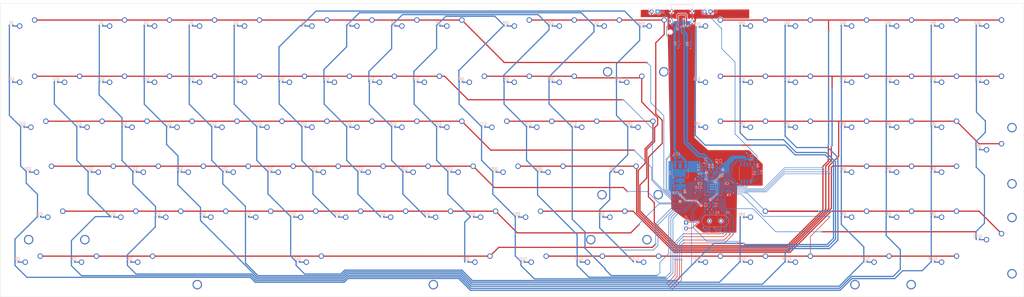
<source format=kicad_pcb>
(kicad_pcb (version 20221018) (generator pcbnew)
  (layers (0 "F.Cu" signal) (31 "B.Cu" signal) (34 "B.Paste" user) (35 "F.Paste" user) (36 "B.SilkS" user "B.Silkscreen") (37 "F.SilkS" user "F.Silkscreen") (38 "B.Mask" user) (39 "F.Mask" user) (44 "Edge.Cuts" user))
  (net 0 "")
  (net 1 "+1V1")
  (net 2 "GND")
  (net 3 "+3V3")
  (net 4 "/XIN")
  (net 5 "Net-(C14-Pad2)")
  (net 6 "VBUS")
  (net 7 "Net-(D1-K)")
  (net 8 "Net-(D2-K)")
  (net 9 "Net-(D3-K)")
  (net 10 "Net-(D4-K)")
  (net 11 "Net-(D5-K)")
  (net 12 "Net-(D6-K)")
  (net 13 "Net-(D7-K)")
  (net 14 "Net-(D8-K)")
  (net 15 "Net-(D9-K)")
  (net 16 "Net-(D10-K)")
  (net 17 "Net-(D11-K)")
  (net 18 "Net-(D12-K)")
  (net 19 "Net-(D13-K)")
  (net 20 "Net-(D14-K)")
  (net 21 "Net-(D15-K)")
  (net 22 "Net-(D16-K)")
  (net 23 "Net-(D17-K)")
  (net 24 "Net-(D18-K)")
  (net 25 "Net-(D19-K)")
  (net 26 "Net-(D20-K)")
  (net 27 "Net-(D21-K)")
  (net 28 "Net-(D22-K)")
  (net 29 "Net-(D23-K)")
  (net 30 "Net-(D24-K)")
  (net 31 "Net-(D25-K)")
  (net 32 "Net-(D26-K)")
  (net 33 "Net-(D27-K)")
  (net 34 "Net-(D28-K)")
  (net 35 "Net-(D29-K)")
  (net 36 "Net-(D30-K)")
  (net 37 "Net-(D31-K)")
  (net 38 "Net-(D32-K)")
  (net 39 "Net-(D33-K)")
  (net 40 "Net-(D34-K)")
  (net 41 "Net-(D35-K)")
  (net 42 "Net-(D36-K)")
  (net 43 "Net-(D37-K)")
  (net 44 "Net-(D38-K)")
  (net 45 "Net-(D39-K)")
  (net 46 "Net-(D40-K)")
  (net 47 "Net-(D41-K)")
  (net 48 "Net-(D42-K)")
  (net 49 "Net-(D43-K)")
  (net 50 "Net-(D44-K)")
  (net 51 "Net-(D45-K)")
  (net 52 "Net-(D46-K)")
  (net 53 "Net-(D47-K)")
  (net 54 "Net-(D48-K)")
  (net 55 "Net-(D49-K)")
  (net 56 "Net-(D50-K)")
  (net 57 "Net-(D51-K)")
  (net 58 "Net-(D52-K)")
  (net 59 "Net-(D53-K)")
  (net 60 "Net-(D54-K)")
  (net 61 "Net-(D55-K)")
  (net 62 "Net-(D56-K)")
  (net 63 "Net-(D57-K)")
  (net 64 "Net-(D58-K)")
  (net 65 "Net-(D59-K)")
  (net 66 "Net-(D60-K)")
  (net 67 "Net-(D61-K)")
  (net 68 "Net-(D62-K)")
  (net 69 "Net-(D63-K)")
  (net 70 "Net-(D64-K)")
  (net 71 "Net-(D65-K)")
  (net 72 "Net-(D66-K)")
  (net 73 "Net-(D67-K)")
  (net 74 "Net-(D68-K)")
  (net 75 "Net-(D69-K)")
  (net 76 "Net-(D70-K)")
  (net 77 "Net-(D71-K)")
  (net 78 "Net-(D72-K)")
  (net 79 "Net-(D73-K)")
  (net 80 "Net-(D74-K)")
  (net 81 "Net-(D75-K)")
  (net 82 "Net-(D76-K)")
  (net 83 "Net-(D77-K)")
  (net 84 "Net-(D78-K)")
  (net 85 "Net-(D79-K)")
  (net 86 "Net-(D80-K)")
  (net 87 "Net-(D81-K)")
  (net 88 "Net-(D82-K)")
  (net 89 "Net-(D83-K)")
  (net 90 "Net-(D84-K)")
  (net 91 "Net-(D85-K)")
  (net 92 "Net-(D86-K)")
  (net 93 "Net-(D87-K)")
  (net 94 "Net-(D88-K)")
  (net 95 "Net-(D89-K)")
  (net 96 "Net-(D90-K)")
  (net 97 "Net-(D91-K)")
  (net 98 "Net-(D92-K)")
  (net 99 "Net-(D93-K)")
  (net 100 "Net-(D94-K)")
  (net 101 "Net-(D95-K)")
  (net 102 "Net-(D96-K)")
  (net 103 "Net-(D97-K)")
  (net 104 "Net-(D98-K)")
  (net 105 "Net-(D99-K)")
  (net 106 "Net-(D100-K)")
  (net 107 "Net-(D101-K)")
  (net 108 "Net-(D102-K)")
  (net 109 "Net-(D103-K)")
  (net 110 "Net-(D104-K)")
  (net 111 "Net-(D105-K)")
  (net 112 "Net-(D106-K)")
  (net 113 "Net-(D107-K)")
  (net 114 "Net-(D108-K)")
  (net 115 "/SWD")
  (net 116 "Net-(J2-Pin_2)")
  (net 117 "/RUN")
  (net 118 "Net-(P1-CC)")
  (net 119 "/USB_D+")
  (net 120 "/USB_D-")
  (net 121 "Net-(P1-VCONN)")
  (net 122 "/XOUT")
  (net 123 "Net-(U2-USB_DP)")
  (net 124 "Net-(U2-USB_DM)")
  (net 125 "/QSPI_SS")
  (net 126 "/GPIO2")
  (net 127 "/GPIO3")
  (net 128 "/GPIO4")
  (net 129 "/GPIO5")
  (net 130 "/GPIO6")
  (net 131 "/GPIO7")
  (net 132 "/GPIO11")
  (net 133 "/GPIO12")
  (net 134 "/GPIO13")
  (net 135 "/GPIO14")
  (net 136 "/GPIO15")
  (net 137 "/SWCLK")
  (net 138 "/GPIO16")
  (net 139 "/GPIO17")
  (net 140 "/GPIO18")
  (net 141 "/GPIO19")
  (net 142 "/GPIO20")
  (net 143 "/GPIO21")
  (net 144 "/GPIO22")
  (net 145 "/GPIO23")
  (net 146 "/GPIO24")
  (net 147 "/GPIO25")
  (net 148 "/GPIO26")
  (net 149 "/GPIO27")
  (net 150 "/GPIO28")
  (net 151 "/GPIO29")
  (net 152 "/QSPI_SD3")
  (net 153 "/QSPI_SCLK")
  (net 154 "/QSPI_SD0")
  (net 155 "/QSPI_SD2")
  (net 156 "/QSPI_SD1")
  (footprint "PCM_marbastlib-mx:SW_MX_1u" (layer "F.Cu") (at 55.935 63.8925)
    (fp_text reference "MX11" hide)
    (fp_text value "MX_SW_solder" hide)
  )
  (footprint "PCM_marbastlib-mx:SW_MX_1u" (layer "F.Cu") (at 303.585 40.08)
    (fp_text reference "MX58" hide)
    (fp_text value "MX_SW_solder" hide)
  )
  (footprint "PCM_marbastlib-mx:SW_MX_1u" (layer "F.Cu") (at 151.185 63.8925)
    (fp_text reference "MX16" hide)
    (fp_text value "MX_SW_solder" hide)
  )
  (footprint "PCM_marbastlib-mx:SW_MX_1u" (layer "F.Cu") (at 74.985 63.8925)
    (fp_text reference "MX12" hide)
    (fp_text value "MX_SW_solder" hide)
  )
  (footprint "PCM_marbastlib-mx:SW_MX_1u" (layer "F.Cu") (at 136.8975 121.0425)
    (fp_text reference "MX44" hide)
    (fp_text value "MX_SW_solder" hide)
  )
  (footprint "PCM_marbastlib-mx:SW_MX_1u" (layer "F.Cu") (at 179.76 82.9425)
    (fp_text reference "MX27" hide)
    (fp_text value "MX_SW_solder" hide)
  )
  (footprint "PCM_marbastlib-mx:SW_MX_1u" (layer "F.Cu") (at 327.3975 40.08)
    (fp_text reference "MX59" hide)
    (fp_text value "MX_SW_solder" hide)
  )
  (footprint "PCM_marbastlib-mx:SW_MX_1u" (layer "F.Cu") (at 158.32875 140.0925)
    (fp_text reference "MX53" hide)
    (fp_text value "MX_SW_solder" hide)
  )
  (footprint "PCM_marbastlib-mx:SW_MX_1u" (layer "F.Cu") (at 389.31 121.0425)
    (fp_text reference "MX97" hide)
    (fp_text value "MX_SW_solder" hide)
  )
  (footprint "PCM_marbastlib-mx:SW_MX_1u" (layer "F.Cu") (at 294.06 63.8925)
    (fp_text reference "MX69" hide)
    (fp_text value "MX_SW_solder" hide)
  )
  (footprint "PCM_marbastlib-mx:SW_MX_1u" (layer "F.Cu") (at 389.31 40.08)
    (fp_text reference "MX62" hide)
    (fp_text value "MX_SW_solder" hide)
  )
  (footprint "PCM_marbastlib-mx:SW_MX_1u" (layer "F.Cu") (at 389.31 101.9925)
    (fp_text reference "MX91" hide)
    (fp_text value "MX_SW_solder" hide)
  )
  (footprint "PCM_marbastlib-mx:SW_MX_1u" (layer "F.Cu") (at 251.1975 121.0425)
    (fp_text reference "MX94" hide)
    (fp_text value "MX_SW_solder" hide)
  )
  (footprint "PCM_marbastlib-mx:SW_MX_1u" (layer "F.Cu") (at 365.4975 40.08)
    (fp_text reference "MX61" hide)
    (fp_text value "MX_SW_solder" hide)
  )
  (footprint "PCM_marbastlib-mx:SW_MX_1.25u" (layer "F.Cu") (at 301.20375 140.0925)
    (fp_text reference "MX103" hide)
    (fp_text value "MX_SW_solder" hide)
  )
  (footprint "PCM_marbastlib-mx:SW_MX_1u" (layer "F.Cu") (at 446.46 40.08)
    (fp_text reference "MX65" hide)
    (fp_text value "MX_SW_solder" hide)
  )
  (footprint "PCM_marbastlib-mx:SW_MX_1u" (layer "F.Cu") (at 36.885 40.08)
    (fp_text reference "MX1" hide)
    (fp_text value "MX_SW_solder" hide)
  )
  (footprint "PCM_marbastlib-mx:SW_MX_1u" (layer "F.Cu") (at 327.3975 140.0925)
    (fp_text reference "MX104" hide)
    (fp_text value "MX_SW_solder" hide)
  )
  (footprint "PCM_marbastlib-mx:SW_MX_1u" (layer "F.Cu") (at 236.91 82.9425)
    (fp_text reference "MX77" hide)
    (fp_text value "MX_SW_solder" hide)
  )
  (footprint "PCM_marbastlib-mx:SW_MX_1u" (layer "F.Cu") (at 141.66 82.9425)
    (fp_text reference "MX25" hide)
    (fp_text value "MX_SW_solder" hide)
  )
  (footprint "PCM_marbastlib-mx:SW_MX_1u" (layer "F.Cu") (at 217.86 40.08)
    (fp_text reference "MX9" hide)
    (fp_text value "MX_SW_solder" hide)
  )
  (footprint "PCM_marbastlib-mx:SW_MX_1u" (layer "F.Cu") (at 346.4475 63.8925)
    (fp_text reference "MX71" hide)
    (fp_text value "MX_SW_solder" hide)
  )
  (footprint "PCM_marbastlib-mx:SW_MX_1.25u" (layer "F.Cu") (at 229.76625 140.0925)
    (fp_text reference "MX54" hide)
    (fp_text value "MX_SW_solder" hide)
  )
  (footprint "PCM_marbastlib-mx:SW_MX_1u" (layer "F.Cu") (at 291.67875 101.9925)
    (fp_text reference "MX90" hide)
    (fp_text value "MX_SW_solder" hide)
  )
  (footprint "PCM_marbastlib-mx:STAB_MX_P_2u" (layer "F.Cu") (at 294.06 63.8925)
    (fp_text reference "S3" hide)
    (fp_text value "MX_stab")
  )
  (footprint "PCM_marbastlib-mx:STAB_MX_P_2.25u" (layer "F.Cu") (at 48.79125 121.0425 180)
    (fp_text reference "S2" hide)
    (fp_text value "MX_stab")
  )
  (footprint "PCM_marbastlib-mx:SW_MX_1u" (layer "F.Cu") (at 113.085 40.08)
    (fp_text reference "MX4" hide)
    (fp_text value "MX_SW_solder" hide)
  )
  (footprint "PCM_marbastlib-mx:SW_MX_1u" (layer "F.Cu") (at 365.4975 140.0925)
    (fp_text reference "MX106" hide)
    (fp_text value "MX_SW_solder" hide)
  )
  (footprint "PCM_marbastlib-mx:SW_MX_1u" (layer "F.Cu") (at 255.96 82.9425)
    (fp_text reference "MX78" hide)
    (fp_text value "MX_SW_solder" hide)
  )
  (footprint "PCM_marbastlib-mx:SW_MX_1u" (layer "F.Cu") (at 84.51 82.9425)
    (fp_text reference "MX22" hide)
    (fp_text value "MX_SW_solder" hide)
  )
  (footprint "PCM_marbastlib-mx:SW_MX_1u" (layer "F.Cu") (at 160.71 82.9425)
    (fp_text reference "MX26" hide)
    (fp_text value "MX_SW_solder" hide)
  )
  (footprint "PCM_marbastlib-mx:SW_MX_1u" (layer "F.Cu") (at 174.9975 121.0425)
    (fp_text reference "MX46" hide)
    (fp_text value "MX_SW_solder" hide)
  )
  (footprint "PCM_marbastlib-mx:SW_MX_1u" (layer "F.Cu") (at 427.41 63.8925)
    (fp_text reference "MX75" hide)
    (fp_text value "MX_SW_solder" hide)
  )
  (footprint "PCM_marbastlib-mx:SW_MX_1u" (layer "F.Cu") (at 346.4475 121.0425)
    (fp_text reference "MX96" hide)
    (fp_text value "MX_SW_solder" hide)
  )
  (footprint "PCM_marbastlib-mx:SW_MX_1u" (layer "F.Cu") (at 122.61 82.9425)
    (fp_text reference "MX24" hide)
    (fp_text value "MX_SW_solder" hide)
  )
  (footprint "PCM_marbastlib-mx:SW_MX_1u" (layer "F.Cu") (at 74.985 40.08)
    (fp_text reference "MX2" hide)
    (fp_text value "MX_SW_solder" hide)
  )
  (footprint "PCM_marbastlib-mx:SW_MX_1u" (layer "F.Cu") (at 346.4475 40.08)
    (fp_text reference "MX60" hide)
    (fp_text value "MX_SW_solder" hide)
  )
  (footprint "PCM_marbastlib-mx:SW_MX_1u" (layer "F.Cu") (at 70.2225 101.9925)
    (fp_text reference "MX31" hide)
    (fp_text value "MX_SW_solder" hide)
  )
  (footprint "PCM_marbastlib-mx:SW_MX_1u" (layer "F.Cu") (at 194.0475 121.0425)
    (fp_text reference "MX47" hide)
    (fp_text value "MX_SW_solder" hide)
  )
  (footprint "PCM_marbastlib-mx:SW_MX_1.25u" (layer "F.Cu") (at 39.26625 140.0925)
    (fp_text reference "MX50" hide)
    (fp_text value "MX_SW_solder" hide)
  )
  (footprint "PCM_marbastlib-mx:SW_MX_1u" (layer "F.Cu") (at 427.41 101.9925)
    (fp_text reference "MX93" hide)
    (fp_text value "MX_SW_solder" hide)
  )
  (footprint "PCM_marbastlib-mx:SW_MX_1u" (layer "F.Cu") (at 113.085 63.8925)
    (fp_text reference "MX14" hide)
    (fp_text value "MX_SW_solder" hide)
  )
  (footprint "PCM_marbastlib-mx:SW_MX_1u" (layer "F.Cu") (at 408.36 101.9925)
    (fp_text reference "MX92" hide)
    (fp_text value "MX_SW_solder" hide)
  )
  (footprint "PCM_marbastlib-mx:SW_MX_1u" (layer "F.Cu") (at 427.41 82.9425)
    (fp_text reference "MX86" hide)
    (fp_text value "MX_SW_solder" hide)
  )
  (footprint "PCM_marbastlib-mx:SW_MX_1u" (layer "F.Cu") (at 408.36 40.08)
    (fp_text reference "MX63" hide)
    (fp_text value "MX_SW_solder" hide)
  )
  (footprint "PCM_marbastlib-mx:SW_MX_1u" (layer "F.Cu") (at 155.9475 121.0425)
    (fp_text reference "MX45" hide)
    (fp_text value "MX_SW_solder" hide)
  )
  (footprint "PCM_marbastlib-mx:SW_MX_1u" (layer "F.Cu") (at 198.81 82.9425)
    (fp_text reference "MX28" hide)
    (fp_text value "MX_SW_solder" hide)
  )
  (footprint "PCM_marbastlib-mx:SW_MX_1u" (layer "F.Cu") (at 217.86 82.9425)
    (fp_text reference "MX29" hide)
    (fp_text value "MX_SW_solder" hide)
  )
  (footprint "PCM_marbastlib-mx:SW_MX_1u" (layer "F.Cu") (at 227.385 63.8925)
    (fp_text reference "MX66" hide)
    (fp_text value "MX_SW_solder" hide)
  )
  (footprint "PCM_marbastlib-mx:SW_MX_1u" (layer "F.Cu") (at 170.235 63.8925)
    (fp_text reference "MX17" hide)
    (fp_text value "MX_SW_solder" hide)
  )
  (footprint "PCM_marbastlib-mx:SW_MX_1u" (layer "F.Cu") (at 284.535 40.08)
    (fp_text reference "MX57" hide)
    (fp_text value "MX_SW_solder" hide)
  )
  (footprint "PCM_marbastlib-mx:SW_MX_1u" (layer "F.Cu") (at 98.7975 121.0425)
    (fp_text reference "MX42" hide)
    (fp_text value "MX_SW_solder" hide)
  )
  (footprint "PCM_marbastlib-mx:STAB_MX_P_2.25u" (layer "F.Cu") (at 291.67875 101.9925 180)
    (fp_text reference "S5" hide)
    (fp_text value "MX_stab")
  )
  (footprint "PCM_marbastlib-mx:STAB_MX_P_2.75u" (layer "F.Cu") (at 286.91625 121.0425 180)
    (fp_text reference "S6" hide)
    (fp_text value "MX_stab")
  )
  (footprint "PCM_marbastlib-mx:SW_MX_1u" (layer "F.Cu") (at 389.31 82.9425)
    (fp_text reference "MX84" hide)
    (fp_text value "MX_SW_solder" hide)
  )
  (footprint "PCM_marbastlib-mx:SW_MX_1u" (layer "F.Cu") (at 275.01 82.9425)
    (fp_text reference "MX79" hide)
    (fp_text value "MX_SW_solder" hide)
  )
  (footprint "PCM_marbastlib-mx:SW_MX_1u" (layer "F.Cu") (at 327.3975 82.9425)
    (fp_text reference "MX81" hide)
    (fp_text value "MX_SW_solder" hide)
  )
  (footprint "PCM_marbastlib-mx:SW_MX_1u" (layer "F.Cu") (at 203.5725 101.9925)
    (fp_text reference "MX38" hide)
    (fp_text value "MX_SW_solder" hide)
  )
  (footprint "PCM_marbastlib-mx:SW_MX_1u" (layer "F.Cu") (at 127.3725 101.9925)
    (fp_text reference "MX34" hide)
    (fp_text value "MX_SW_solder" hide)
  )
  (footprint "PCM_marbastlib-mx:SW_MX_1u" (layer "F.Cu") (at 36.885 63.8925)
    (fp_text reference "MX10" hide)
    (fp_text value "MX_SW_solder" hide)
  )
  (footprint "PCM_marbastlib-mx:SW_MX_1u" (layer "F.Cu") (at 389.31 63.8925)
    (fp_text reference "MX73" hide)
    (fp_text value "MX_SW_solder" hide)
  )
  (footprint "PCM_marbastlib-mx:SW_MX_1u" (layer "F.Cu") (at 213.0975 121.0425)
    (fp_text reference "MX48" hide)
    (fp_text value "MX_SW_solder" hide)
  )
  (footprint "PCM_marbastlib-mx:SW_MX_1u" (layer "F.Cu") (at 165.4725 101.9925)
    (fp_text reference "MX36" hide)
    (fp_text value "MX_SW_solder" hide)
  )
  (footprint "PCM_marbastlib-mx:SW_MX_1u" (layer "F.Cu") (at 198.81 40.08)
    (fp_text reference "MX8" hide)
    (fp_text value "MX_SW_solder" hide)
  )
  (footprint "PCM_marbastlib-mx:SW_MX_1.75u" (layer "F.Cu") (at 44.02875 101.9925)
    (fp_text reference "MX30" hide)
    (fp_text value "MX_SW_solder" hide)
  )
  (footprint "PCM_marbastlib-mx:SW_MX_1u" (layer "F.Cu") (at 208.335 63.8925)
    (fp_text reference "MX19" hide)
    (fp_text value "MX_SW_solder" hide)
  )
  (footprint "PCM_marbastlib-mx:SW_MX_1u" (layer "F.Cu") (at 427.41 40.08)
    (fp_text reference "MX64" hide)
    (fp_text value "MX_SW_solder" hide)
  )
  (footprint "PCM_marbastlib-mx:SW_MX_1u" (layer "F.Cu") (at 346.4475 140.0925)
    (fp_text reference "MX105" hide)
    (fp_text value "MX_SW_solder" hide)
  )
  (footprint "PCM_marbastlib-mx:STAB_MX_P_2u" (layer "F.Cu") (at 398.835 140.0925 180)
    (fp_text reference "S8" hide)
    (fp_text value "MX_stab")
  )
  (footprint "PCM_marbastlib-mx:SW_MX_1u" (layer "F.Cu") (at 446.46 130.5675)
    (fp_text reference "MX100" hide)
    (fp_text value "MX_SW_solder" hide)
  )
  (footprint "PCM_marbastlib-mx:SW_MX_1u" (layer "F.Cu") (at 327.3975 63.8925)
    (fp_text reference "MX70" hide)
    (fp_text value "MX_SW_solder" hide)
  )
  (footprint "PCM_marbastlib-mx:STAB_MX_P_2u" (layer "F.Cu") (at 446.46 92.4675 -90)
    (fp_text reference "S4" hide)
    (fp_text value "MX_stab")
  )
  (footprint "PCM_marbastlib-mx:SW_MX_1u" (layer "F.Cu") (at 365.4975 63.8925)
    (fp_text reference "MX72" hide)
    (fp_text value "MX_SW_solder" hide)
  )
  (footprint "PCM_marbastlib-mx:SW_MX_1u" (layer "F.Cu") (at 246.435 63.8925)
    (fp_text reference "MX67" hide)
    (fp_text value "MX_SW_solder" hide)
  )
  (footprint "PCM_marbastlib-mx:SW_MX_1u" (layer "F.Cu") (at 160.71 40.08)
    (fp_text reference "MX6" hide)
    (fp_text value "MX_SW_solder" hide)
  )
  (footprint "PCM_marbastlib-mx:SW_MX_1u" (layer "F.Cu") (at 189.285 63.8925)
    (fp_text reference "MX18" hide)
    (fp_text value "MX_SW_solder" hide)
  )
  (footprint "PCM_marbastlib-mx:STAB_MX_P_6.25u" (layer "F.Cu") (at 158.32875 140.0925 180)
    (fp_text reference "S1" hide)
    (fp_text value "MX_stab")
  )
  (footprint "PCM_marbastlib-mx:SW_MX_1u" (layer "F.Cu") (at 398.835 140.0925)
    (fp_text reference "MX107" hide)
    (fp_text value "MX_SW_solder" hide)
  )
  (footprint "PCM_marbastlib-mx:SW_MX_1u" (layer "F.Cu") (at 179.76 40.08)
    (fp_text reference "MX7" hide)
    (fp_text value "MX_SW_solder" hide)
  )
  (footprint "PCM_marbastlib-mx:SW_MX_1u" (layer "F.Cu") (at 222.6225 101.9925)
    (fp_text reference "MX39" hide)
    (fp_text value "MX_SW_solder" hide)
  )
  (footprint "PCM_marbastlib-mx:SW_MX_1u" (layer "F.Cu") (at 241.6725 101.9925)
    (fp_text reference "MX88" hide)
    (fp_text value "MX_SW_solder" hide)
  )
  (footprint "PCM_marbastlib-mx:SW_MX_1u" (layer "F.Cu") (at 408.36 63.8925)
    (fp_text reference "MX74" hide)
    (fp_text value "MX_SW_solder" hide)
  )
  (footprint "PCM_marbastlib-mx:SW_MX_1u" (layer "F.Cu") (at 79.7475 121.0425)
    (fp_text reference "MX41" hide)
    (fp_text value "MX_SW_solder" hide)
  )
  (footprint "PCM_marbastlib-mx:SW_MX_1u" (layer "F.Cu") (at 427.41 140.0925)
    (fp_text reference "MX108" hide)
    (fp_text value "MX_SW_solder" hide)
  )
  (footprint "PCM_marbastlib-mx:SW_MX_1u" (layer "F.Cu") (at 446.46 92.4675)
    (fp_text reference "MX87" hide)
    (fp_text value "MX_SW_solder" hide)
  )
  (footprint "PCM_marbastlib-mx:SW_MX_1u" (layer "F.Cu") (at 446.46 63.8925)
    (fp_text reference "MX76" hide)
    (fp_text value "MX_SW_solder" hide)
  )
  (footprint "PCM_marbastlib-mx:SW_MX_1u" (layer "F.Cu") (at 365.4975 82.9425)
    (fp_text reference "MX83" hide)
    (fp_text value "MX_SW_solder" hide)
  )
  (footprint "PCM_marbastlib-mx:SW_MX_1.5u" (layer "F.Cu") (at 41.6475 82.9425)
    (fp_text reference "MX20" hide)
    (fp_text value "MX_SW_solder" hide)
  )
  (footprint "PCM_marbastlib-mx:SW_MX_1u" (layer "F.Cu") (at 132.135 40.08)
    (fp_text reference "MX5" hide)
    (fp_text value "MX_SW_solder" hide)
  )
  (footprint "PCM_marbastlib-mx:SW_MX_1u" (layer "F.Cu") (at 89.2725 101.9925)
    (fp_text reference "MX32" hide)
    (fp_text value "MX_SW_solder" hide)
  )
  (footprint "PCM_marbastlib-mx:SW_MX_1.25u" (layer "F.Cu") (at 86.89125 140.0925)
    (fp_text reference "MX52" hide)
    (fp_text value "MX_SW_solder" hide)
  )
  (footprint "PCM_marbastlib-mx:SW_MX_1u" (layer "F.Cu") (at 146.4225 101.9925)
    (fp_text reference "MX35" hide)
    (fp_text value "MX_SW_solder" hide)
  )
  (footprint "PCM_marbastlib-mx:SW_MX_1u" (layer "F.Cu") (at 408.36 121.0425)
    (fp_text reference "MX98" hide)
    (fp_text value "MX_SW_solder" hide)
  )
  (footprint "PCM_marbastlib-mx:SW_MX_1u" (layer "F.Cu") (at 265.485 63.8925)
    (fp_text reference "MX68" hide)
    (fp_text value "MX_SW_solder" hide)
  )
  (footprint "PCM_marbastlib-mx:SW_MX_1.25u" (layer "F.Cu") (at 253.57875 140.0925)
    (fp_text reference "MX101" hide)
    (fp_text value "MX_SW_solder" hide)
  )
  (footprint "PCM_marbastlib-mx:STAB_MX_P_2u" (layer "F.Cu") (at 446.46 130.5675 -90)
    (fp_text reference "S7" hide)
    (fp_text value "MX_stab")
  )
  (footprint "PCM_marbastlib-mx:SW_MX_1u" (layer "F.Cu") (at 265.485 40.08)
    (fp_text reference "MX56" hide)
    (fp_text value "MX_SW_solder" hide)
  )
  (footprint "PCM_marbastlib-mx:SW_MX_1u" (layer "F.Cu") (at 427.41 121.0425)
    (fp_text reference "MX99" hide)
    (fp_text value "MX_SW_solder" hide)
  )
  (footprint "PCM_marbastlib-mx:SW_MX_1u" (layer "F.Cu") (at 346.4475 82.9425)
    (fp_text reference "MX82" hide)
    (fp_text value "MX_SW_solder" hide)
  )
  (footprint "PCM_marbastlib-mx:SW_MX_1u" (layer "F.Cu") (at 108.3225 101.9925)
    (fp_text reference "MX33" hide)
    (fp_text value "MX_SW_solder" hide)
  )
  (footprint "PCM_marbastlib-mx:SW_MX_1u" (layer "F.Cu") (at 94.035 63.8925)
    (fp_text reference "MX13" hide)
    (fp_text value "MX_SW_solder" hide)
  )
  (footprint "PCM_marbastlib-mx:SW_MX_1u" (layer "F.Cu") (at 260.7225 101.9925)
    (fp_text reference "MX89" hide)
    (fp_text value "MX_SW_solder" hide)
  )
  (footprint "PCM_marbastlib-mx:SW_MX_1u" (layer "F.Cu") (at 117.8475 121.0425)
    (fp_text reference "MX43" hide)
    (fp_text value "MX_SW_solder" hide)
  )
  (footprint "PCM_marbastlib-mx:SW_MX_1u" (layer "F.Cu") (at 246.435 40.08)
    (fp_text reference "MX55" hide)
    (fp_text value "MX_SW_solder" hide)
  )
  (footprint "PCM_marbastlib-mx:SW_MX_1u" (layer "F.Cu") (at 232.1475 121.0425)
    (fp_text reference "MX49" hide)
    (fp_text value "MX_SW_solder" hide)
  )
  (footprint "PCM_marbastlib-mx:SW_MX_1.25u" (layer "F.Cu") (at 63.07875 140.0925)
    (fp_text reference "MX51" hide)
    (fp_text value "MX_SW_solder" hide)
  )
  (footprint "PCM_marbastlib-mx:SW_MX_1u" (layer "F.Cu") (at 184.5225 101.9925)
    (fp_text reference "MX37" hide)
    (fp_text value "MX_SW_solder" hide)
  )
  (footprint "PCM_marbastlib-mx:SW_MX_1u" (layer "F.Cu") (at 48.79125 121.0425)
    (fp_text reference "MX40" hide)
    (fp_text value "MX_SW_solder" hide)
  )
  (footprint "PCM_marbastlib-mx:SW_MX_1u" (layer "F.Cu") (at 65.46 82.9425)
    (fp_text reference "MX21" hide)
    (fp_text value "MX_SW_solder" hide)
  )
  (footprint "PCM_marbastlib-mx:SW_MX_1u" (layer "F.Cu") (at 286.91625 121.0425)
    (fp_text reference "MX95" hide)
    (fp_text value "MX_SW_solder" hide)
  )
  (footprint "PCM_marbastlib-mx:SW_MX_1.5u" (layer "F.Cu") (at 298.8225 82.9425)
    (fp_text reference "MX80" hide)
    (fp_text value "MX_SW_solder" hide)
  )
  (footprint "PCM_marbastlib-mx:SW_MX_1u" (layer "F.Cu") (at 408.36 82.9425)
    (fp_text reference "MX85" hide)
    (fp_text value "MX_SW_solder" hide)
  )
  (footprint "PCM_marbastlib-mx:SW_MX_1u" (layer "F.Cu") (at 132.135 63.8925)
    (fp_text reference "MX15" hide)
    (fp_text value "MX_SW_solder" hide)
  )
  (footprint "PCM_marbastlib-mx:SW_MX_1u" (layer "F.Cu") (at 94.035 40.08)
    (fp_text reference "MX3" hide)
    (fp_text value "MX_SW_solder" hide)
  )
  (footprint "PCM_marbastlib-mx:SW_MX_1.25u" (layer "F.Cu") (at 277.39125 140.0925)
    (fp_text reference "MX102" hide)
    (fp_text value "MX_SW_solder" hide)
  )
  (footprint "PCM_marbastlib-mx:SW_MX_1u" (layer "F.Cu") (at 103.56 82.9425)
    (fp_text reference "MX23" hide)
    (fp_text value "MX_SW_solder" hide)
  )
  (footprint "Diode_SMD:D_SOD-523" (layer "B.Cu") (at 134.19875 80.164375 180)
    (fp_text reference "D25")
    (fp_text value "1N4448WT")
  )
  (footprint "Diode_SMD:D_SOD-523" (layer "B.Cu") (at 119.91125 99.214375 180)
    (fp_text reference "D34")
    (fp_text value "1N4448WT")
  )
  (footprint "Diode_SMD:D_SOD-523" (layer "B.Cu") (at 172.29875 37.301875 180)
    (fp_text reference "D7")
    (fp_text value "1N4448WT")
  )
  (footprint "Diode_SMD:D_SOD-523" (layer "B.Cu") (at 253.26125 99.214375 180)
    (fp_text reference "D89")
    (fp_text value "1N4448WT")
  )
  (footprint "Diode_SMD:D_SOD-523" (layer "B.Cu") (at 438.99875 127.789375 180)
    (fp_text reference "D100")
    (fp_text value "1N4448WT")
  )
  (footprint "Diode_SMD:D_SOD-523" (layer "B.Cu") (at 248.49875 80.164375 180)
    (fp_text reference "D78")
    (fp_text value "1N4448WT")
  )
  (footprint "Diode_SMD:D_SOD-523" (layer "B.Cu") (at 177.06125 99.214375 180)
    (fp_text reference "D37")
    (fp_text value "1N4448WT")
  )
  (footprint "Diode_SMD:D_SOD-523" (layer "B.Cu") (at 400.89875 61.114375 180)
    (fp_text reference "D74")
    (fp_text value "1N4448WT")
  )
  (footprint "Connector_PinHeader_2.54mm:PinHeader_1x02_P2.54mm_Vertical" (layer "B.Cu") (at 303.325 31.4025 90)
    (fp_text reference "J3")
    (fp_text value "Conn_01x02")
  )
  (footprint "Diode_SMD:D_SOD-523" (layer "B.Cu") (at 286.59875 61.114375 180)
    (fp_text reference "D69")
    (fp_text value "1N4448WT")
  )
  (footprint "Diode_SMD:D_SOD-523" (layer "B.Cu") (at 81.81125 99.214375 180)
    (fp_text reference "D32")
    (fp_text value "1N4448WT")
  )
  (footprint "Diode_SMD:D_SOD-523" (layer "B.Cu") (at 339.035 118.4925 180)
    (fp_text reference "D96")
    (fp_text value "1N4448WT")
  )
  (footprint "Capacitor_SMD:C_0603_1608Metric" (layer "B.Cu") (at 332.635 102.7925)
    (fp_text reference "C5")
    (fp_text value "100n")
  )
  (footprint "Diode_SMD:D_SOD-523" (layer "B.Cu") (at 439.0925 61.114375 180)
    (fp_text reference "D76")
    (fp_text value "1N4448WT")
  )
  (footprint "Diode_SMD:D_SOD-523" (layer "B.Cu") (at 191.34875 80.164375 180)
    (fp_text reference "D28")
    (fp_text value "1N4448WT")
  )
  (footprint "Diode_SMD:D_SOD-523" (layer "B.Cu") (at 34.18625 80.164375 180)
    (fp_text reference "D20")
    (fp_text value "1N4448WT")
  )
  (footprint "Diode_SMD:D_SOD-523" (layer "B.Cu") (at 438.99875 37.301875 180)
    (fp_text reference "D65")
    (fp_text value "1N4448WT")
  )
  (footprint "Resistor_SMD:R_0603_1608Metric" (layer "B.Cu") (at 312.315 45.0225 -90)
    (fp_text reference "R4")
    (fp_text value "5.1k")
  )
  (footprint "Capacitor_SMD:C_0603_1608Metric" (layer "B.Cu") (at 328.34 97.68 90)
    (fp_text reference "C8")
    (fp_text value "100n")
  )
  (footprint "Diode_SMD:D_SOD-523" (layer "B.Cu") (at 291.36125 80.164375 180)
    (fp_text reference "D80")
    (fp_text value "1N4448WT")
  )
  (footprint "Diode_SMD:D_SOD-523" (layer "B.Cu") (at 67.6175 61.114375 180)
    (fp_text reference "D12")
    (fp_text value "1N4448WT")
  )
  (footprint "Capacitor_SMD:C_0603_1608Metric" (layer "B.Cu") (at 329.94 97.68 90)
    (fp_text reference "C1")
    (fp_text value "100n")
  )
  (footprint "Diode_SMD:D_SOD-523" (layer "B.Cu") (at 181.9175 61.114375 180)
    (fp_text reference "D18")
    (fp_text value "1N4448WT")
  )
  (footprint "Diode_SMD:D_SOD-523" (layer "B.Cu") (at 153.3425 80.164375 180)
    (fp_text reference "D26")
    (fp_text value "1N4448WT")
  )
  (footprint "Diode_SMD:D_SOD-523" (layer "B.Cu") (at 48.47375 61.114375 180)
    (fp_text reference "D11")
    (fp_text value "1N4448WT")
  )
  (footprint "Diode_SMD:D_SOD-523" (layer "B.Cu") (at 196.11125 99.214375 180)
    (fp_text reference "D38")
    (fp_text value "1N4448WT")
  )
  (footprint "Diode_SMD:D_SOD-523" (layer "B.Cu") (at 143.72375 61.114375 180)
    (fp_text reference "D16")
    (fp_text value "1N4448WT")
  )
  (footprint "Resistor_SMD:R_0603_1608Metric" (layer "B.Cu") (at 345.935 99.3925 -90)
    (fp_text reference "R7")
    (fp_text value "1k")
  )
  (footprint "Diode_SMD:D_SOD-523" (layer "B.Cu") (at 419.94875 37.301875 180)
    (fp_text reference "D64")
    (fp_text value "1N4448WT")
  )
  (footprint "Capacitor_SMD:C_0603_1608Metric" (layer "B.Cu") (at 333.535 107.5925)
    (fp_text reference "C6")
    (fp_text value "100n")
  )
  (footprint "Capacitor_SMD:C_0603_1608Metric" (layer "B.Cu") (at 310.935 106.6925 180)
    (fp_text reference "C16")
    (fp_text value "10u")
  )
  (footprint "Diode_SMD:D_SOD-523" (layer "B.Cu") (at 438.99875 89.689375 180)
    (fp_text reference "D87")
    (fp_text value "1N4448WT")
  )
  (footprint "Diode_SMD:D_SOD-523" (layer "B.Cu") (at 200.87375 61.114375 180)
    (fp_text reference "D19")
    (fp_text value "1N4448WT")
  )
  (footprint "Diode_SMD:D_SOD-523" (layer "B.Cu") (at 77.1425 80.164375 180)
    (fp_text reference "D22")
    (fp_text value "1N4448WT")
  )
  (footprint "Diode_SMD:D_SOD-523" (layer "B.Cu") (at 279.455 118.264375 180)
    (fp_text reference "D95")
    (fp_text value "1N4448WT")
  )
  (footprint "Diode_SMD:D_SOD-523" (layer "B.Cu") (at 86.57375 61.114375 180)
    (fp_text reference "D13")
    (fp_text value "1N4448WT")
  )
  (footprint "Connector_PinHeader_2.54mm:PinHeader_1x02_P2.54mm_Vertical" (layer "B.Cu") (at 325.735 31.4125 90)
    (fp_text reference "J2")
    (fp_text value "Conn_01x02")
  )
  (footprint "Diode_SMD:D_SOD-523" (layer "B.Cu") (at 150.8675 137.314375 180)
    (fp_text reference "D53")
    (fp_text value "1N4448WT")
  )
  (footprint "Diode_SMD:D_SOD-523" (layer "B.Cu") (at 191.34875 37.301875 180)
    (fp_text reference "D8")
    (fp_text value "1N4448WT")
  )
  (footprint "Diode_SMD:D_SOD-523" (layer "B.Cu") (at 138.96125 99.214375 180)
    (fp_text reference "D35")
    (fp_text value "1N4448WT")
  )
  (footprint "Diode_SMD:D_SOD-523" (layer "B.Cu") (at 338.98625 137.314375 180)
    (fp_text reference "D105")
    (fp_text value "1N4448WT")
  )
  (footprint "Connector_PinHeader_2.54mm:PinHeader_1x02_P2.54mm_Vertical" (layer "B.Cu") (at 315.385 120.7375 180)
    (fp_text reference "J1")
    (fp_text value "Conn_01x02")
  )
  (footprint "Diode_SMD:D_SOD-523" (layer "B.Cu") (at 91.33625 118.264375 180)
    (fp_text reference "D42")
    (fp_text value "1N4448WT")
  )
  (footprint "Diode_SMD:D_SOD-523" (layer "B.Cu") (at 358.03625 80.164375 180)
    (fp_text reference "D83")
    (fp_text value "1N4448WT")
  )
  (footprint "Diode_SMD:D_SOD-523" (layer "B.Cu") (at 381.84875 37.301875 180)
    (fp_text reference "D62")
    (fp_text value "1N4448WT")
  )
  (footprint "Diode_SMD:D_SOD-523" (layer "B.Cu") (at 419.94875 118.264375 180)
    (fp_text reference "D99")
    (fp_text value "1N4448WT")
  )
  (footprint "Diode_SMD:D_SOD-523" (layer "B.Cu") (at 79.43 137.314375 180)
    (fp_text reference "D52")
    (fp_text value "1N4448WT")
  )
  (footprint "Diode_SMD:D_SOD-523" (layer "B.Cu") (at 238.97375 37.301875 180)
    (fp_text reference "D55")
    (fp_text value "1N4448WT")
  )
  (footprint "Diode_SMD:D_SOD-523" (layer "B.Cu") (at 277.07375 37.301875 180)
    (fp_text reference "D57")
    (fp_text value "1N4448WT")
  )
  (footprint "Diode_SMD:D_SOD-523" (layer "B.Cu") (at 31.805 137.314375 180)
    (fp_text reference "D50")
    (fp_text value "1N4448WT")
  )
  (footprint "Diode_SMD:D_SOD-523" (layer "B.Cu") (at 238.97375 61.114375 180)
    (fp_text reference "D67")
    (fp_text value "1N4448WT")
  )
  (footprint "Diode_SMD:D_SOD-523" (layer "B.Cu") (at 400.89875 118.264375 180)
    (fp_text reference "D98")
    (fp_text value "1N4448WT")
  )
  (footprint "Diode_SMD:D_SOD-523" (layer "B.Cu") (at 186.58625 118.264375 180)
    (fp_text reference "D47")
    (fp_text value "1N4448WT")
  )
  (footprint "Diode_SMD:D_SOD-523" (layer "B.Cu") (at 358.03625 137.314375 180)
    (fp_text reference "D106")
    (fp_text value "1N4448WT")
  )
  (footprint "Capacitor_SMD:C_0603_1608Metric" (layer "B.Cu") (at 321.235 102.8925 180)
    (fp_text reference "C9")
    (fp_text value "100n")
  )
  (footprint "Diode_SMD:D_SOD-523" (layer "B.Cu") (at 358.03625 37.301875 180)
    (fp_text reference "D61")
    (fp_text value "1N4448WT")
  )
  (footprint "Diode_SMD:D_SOD-523" (layer "B.Cu") (at 381.84875 80.164375 180)
    (fp_text reference "D84")
    (fp_text value "1N4448WT")
  )
  (footprint "Diode_SMD:D_SOD-523" (layer "B.Cu") (at 148.58 118.264375 180)
    (fp_text reference "D45")
    (fp_text value "1N4448WT")
  )
  (footprint "Diode_SMD:D_SOD-523" (layer "B.Cu") (at 124.67375 37.301875 180)
    (fp_text reference "D5")
    (fp_text value "1N4448WT")
  )
  (footprint "Resistor_SMD:R_0603_1608Metric" (layer "B.Cu") (at 344.335 96.9925 -90)
    (fp_text reference "R6")
    (fp_text value "10k")
  )
  (footprint "Diode_SMD:D_SOD-523" (layer "B.Cu") (at 172.29875 80.164375 180)
    (fp_text reference "D27")
    (fp_text value "1N4448WT")
  )
  (footprint "Diode_SMD:D_SOD-523" (layer "B.Cu") (at 319.93625 61.114375 180)
    (fp_text reference "D70")
    (fp_text value "1N4448WT")
  )
  (footprint "Diode_SMD:D_SOD-523" (layer "B.Cu") (at 124.67375 61.114375 180)
    (fp_text reference "D15")
    (fp_text value "1N4448WT")
  )
  (footprint "Diode_SMD:D_SOD-523" (layer "B.Cu") (at 158.01125 99.214375 180)
    (fp_text reference "D36")
    (fp_text value "1N4448WT")
  )
  (footprint "Diode_SMD:D_SOD-523" (layer "B.Cu") (at 293.7425 137.314375 180)
    (fp_text reference "D103")
    (fp_text value "1N4448WT")
  )
  (footprint "Diode_SMD:D_SOD-523" (layer "B.Cu") (at 338.98625 37.301875 180)
    (fp_text reference "D60")
    (fp_text value "1N4448WT")
  )
  (footprint "Connector_USB:USB_C_Receptacle_G-Switch_GT-USB-7010ASV" (layer "B.Cu") (at 313.615 32.3575)
    (fp_text reference "P1")
    (fp_text value "USB_C_Plug_USB2.0")
  )
  (footprint "Diode_SMD:D_SOD-523" (layer "B.Cu") (at 129.43625 118.264375 180)
    (fp_text reference "D44")
    (fp_text value "1N4448WT")
  )
  (footprint "Diode_SMD:D_SOD-523" (layer "B.Cu") (at 224.68625 118.264375 180)
    (fp_text reference "D49")
    (fp_text value "1N4448WT")
  )
  (footprint "Diode_SMD:D_SOD-523" (layer "B.Cu") (at 105.62375 61.114375 180)
    (fp_text reference "D14")
    (fp_text value "1N4448WT")
  )
  (footprint "Diode_SMD:D_SOD-523" (layer "B.Cu") (at 243.73625 118.264375 180)
    (fp_text reference "D94")
    (fp_text value "1N4448WT")
  )
  (footprint "Diode_SMD:D_SOD-523" (layer "B.Cu") (at 86.57375 37.301875 180)
    (fp_text reference "D3")
    (fp_text value "1N4448WT")
  )
  (footprint "Diode_SMD:D_SOD-523" (layer "B.Cu") (at 419.94875 99.214375 180)
    (fp_text reference "D93")
    (fp_text value "1N4448WT")
  )
  (footprint "Capacitor_SMD:C_0603_1608Metric" (layer "B.Cu") (at 323.635 97.6675 90)
    (fp_text reference "C12")
    (fp_text value "1u")
  )
  (footprint "Diode_SMD:D_SOD-523" (layer "B.Cu") (at 167.53625 118.264375 180)
    (fp_text reference "D46")
    (fp_text value "1N4448WT")
  )
  (footprint "Diode_SMD:D_SOD-523" (layer "B.Cu") (at 320.3 37.9 180)
    (fp_text reference "D59")
    (fp_text value "1N4448WT")
  )
  (footprint "Diode_SMD:D_SOD-523" (layer "B.Cu") (at 400.89875 99.214375 180)
    (fp_text reference "D92")
    (fp_text value "1N4448WT")
  )
  (footprint "Diode_SMD:D_SOD-523" (layer "B.Cu") (at 29.42375 61.114375 180)
    (fp_text reference "D10")
    (fp_text value "1N4448WT")
  )
  (footprint "Diode_SMD:D_SOD-523" (layer "B.Cu") (at 72.28625 118.264375 180)
    (fp_text reference "D41")
    (fp_text value "1N4448WT")
  )
  (footprint "Diode_SMD:D_SOD-523" (layer "B.Cu") (at 284.2175 99.214375 180)
    (fp_text reference "D90")
    (fp_text value "1N4448WT")
  )
  (footprint "Diode_SMD:D_SOD-523" (layer "B.Cu") (at 419.94875 61.114375 180)
    (fp_text reference "D75")
    (fp_text value "1N4448WT")
  )
  (footprint "Diode_SMD:D_SOD-523" (layer "B.Cu") (at 381.84875 118.264375 180)
    (fp_text reference "D97")
    (fp_text value "1N4448WT")
  )
  (footprint "Diode_SMD:D_SOD-523" (layer "B.Cu") (at 269.93 137.314375 180)
    (fp_text reference "D102")
    (fp_text value "1N4448WT")
  )
  (footprint "Diode_SMD:D_SOD-523" (layer "B.Cu") (at 210.39875 37.301875 180)
    (fp_text reference "D9")
    (fp_text value "1N4448WT")
  )
  (footprint "Resistor_SMD:R_0603_1608Metric" (layer "B.Cu") (at 326.185 116.48)
    (fp_text reference "R1")
    (fp_text value "1k")
  )
  (footprint "Diode_SMD:D_SOD-523" (layer "B.Cu") (at 419.94875 137.314375 180)
    (fp_text reference "D108")
    (fp_text value "1N4448WT")
  )
  (footprint "Capacitor_SMD:C_0603_1608Metric" (layer "B.Cu") (at 325.22875 113.295625 -90)
    (fp_text reference "C2")
    (fp_text value "100n")
  )
  (footprint "Diode_SMD:D_SOD-523" (layer "B.Cu") (at 381.84875 61.114375 180)
    (fp_text reference "D73")
    (fp_text value "1N4448WT")
  )
  (footprint "Package_TO_SOT_SMD:SOT-223-3_TabPin2" (layer "B.Cu") (at 312.935 99.8425 -90)
    (fp_text reference "U1")
    (fp_text value "NCP1117-3.3_SOT223")
  )
  (footprint "Diode_SMD:D_SOD-523" (layer "B.Cu") (at 215.16125 99.214375 180)
    (fp_text reference "D39")
    (fp_text value "1N4448WT")
  )
  (footprint "Diode_SMD:D_SOD-523" (layer "B.Cu") (at 100.86125 99.214375 180)
    (fp_text reference "D33")
    (fp_text value "1N4448WT")
  )
  (footprint "Diode_SMD:D_SOD-523" (layer "B.Cu") (at 67.52375 37.301875 180)
    (fp_text reference "D2")
    (fp_text value "1N4448WT")
  )
  (footprint "Diode_SMD:D_SOD-523" (layer "B.Cu") (at 115.14875 80.164375 180)
    (fp_text reference "D24")
    (fp_text value "1N4448WT")
  )
  (footprint "Diode_SMD:D_SOD-523" (layer "B.Cu") (at 153.24875 37.301875 180)
    (fp_text reference "D6")
    (fp_text value "1N4448WT")
  )
  (footprint "Diode_SMD:D_SOD-523" (layer "B.Cu") (at 338.98625 80.164375 180)
    (fp_text reference "D82")
    (fp_text value "1N4448WT")
  )
  (footprint "Package_DFN_QFN:QFN-56-1EP_7x7mm_P0.4mm_EP3.2x3.2mm" (layer "B.Cu") (at 326.8975 105.6925 180)
    (fp_text reference "U2")
    (fp_text value "RP2040")
  )
  (footprint "Resistor_SMD:R_0603_1608Metric" (layer "B.Cu") (at 313.585 107.5675 90)
    (fp_text reference "R8")
    (fp_text value "10k")
  )
  (footprint "Capacitor_SMD:C_0603_1608Metric" (layer "B.Cu") (at 326.835 113.2925 -90)
    (fp_text reference "C7")
    (fp_text value "100n")
  )
  (footprint "Capacitor_SMD:C_0603_1608Metric" (layer "B.Cu") (at 320.46 107.2425 180)
    (fp_text reference "C10")
    (fp_text value "100n")
  )
  (footprint "Capacitor_SMD:C_0603_1608Metric" (layer "B.Cu") (at 329.085 123.7925 180)
    (fp_text reference "C11")
    (fp_text value "27p")
  )
  (footprint "Diode_SMD:D_SOD-523" (layer "B.Cu") (at 62.76125 99.214375 180)
    (fp_text reference "D31")
    (fp_text value "1N4448WT")
  )
  (footprint "Diode_SMD:D_SOD-523" (layer "B.Cu") (at 222.305 137.314375 180)
    (fp_text reference "D54")
    (fp_text value "1N4448WT")
  )
  (footprint "Diode_SMD:D_SOD-523" (layer "B.Cu") (at 400.89875 80.164375 180)
    (fp_text reference "D85")
    (fp_text value "1N4448WT")
  )
  (footprint "Diode_SMD:D_SOD-523" (layer "B.Cu") (at 381.84875 99.214375 180)
    (fp_text reference "D91")
    (fp_text value "1N4448WT")
  )
  (footprint "Package_SO:SOIC-8_5.23x5.23mm_P1.27mm" (layer "B.Cu") (at 340.64 99.78 90)
    (fp_text reference "U3")
    (fp_text value "W25Q128JVS")
  )
  (footprint "Diode_SMD:D_SOD-523" (layer "B.Cu") (at 105.62375 37.301875 180)
    (fp_text reference "D4")
    (fp_text value "1N4448WT")
  )
  (footprint "Capacitor_SMD:C_0603_1608Metric" (layer "B.Cu") (at 324.335 123.7425)
    (fp_text reference "C14")
    (fp_text value "27p")
  )
  (footprint "Diode_SMD:D_SOD-523" (layer "B.Cu") (at 219.92375 61.114375 180)
    (fp_text reference "D66")
    (fp_text value "1N4448WT")
  )
  (footprint "Diode_SMD:D_SOD-523" (layer "B.Cu") (at 110.38625 118.264375 180)
    (fp_text reference "D43")
    (fp_text value "1N4448WT")
  )
  (footprint "Capacitor_SMD:C_0603_1608Metric" (layer "B.Cu") (at 311.435 93.1925 180)
    (fp_text reference "C15")
    (fp_text value "10u")
  )
  (footprint "Diode_SMD:D_SOD-523" (layer "B.Cu") (at 55.71125 137.314375 180)
    (fp_text reference "D51")
    (fp_text value "1N4448WT")
  )
  (footprint "Diode_SMD:D_SOD-523" (layer "B.Cu") (at 420.0425 80.164375 180)
    (fp_text reference "D86")
    (fp_text value "1N4448WT")
  )
  (footprint "Diode_SMD:D_SOD-523" (layer "B.Cu") (at 29.42375 37.301875 180)
    (fp_text reference "D1")
    (fp_text value "1N4448WT")
  )
  (footprint "Diode_SMD:D_SOD-523" (layer "B.Cu") (at 358.03625 61.114375 180)
    (fp_text reference "D72")
    (fp_text value "1N4448WT")
  )
  (footprint "Diode_SMD:D_SOD-523" (layer "B.Cu") (at 96.09875 80.164375 180)
    (fp_text reference "D23")
    (fp_text value "1N4448WT")
  )
  (footprint "Diode_SMD:D_SOD-523" (layer "B.Cu") (at 320.03 80.164375 180)
    (fp_text reference "D81")
    (fp_text value "1N4448WT")
  )
  (footprint "Diode_SMD:D_SOD-523" (layer "B.Cu") (at 338.8925 61.114375 180)
    (fp_text reference "D71")
    (fp_text value "1N4448WT")
  )
  (footprint "Capacitor_SMD:C_0603_1608Metric" (layer "B.Cu") (at 322.14 97.6675 90)
    (fp_text reference "C13")
    (fp_text value "1u")
  )
  (footprint "Diode_SMD:D_SOD-523" (layer "B.Cu") (at 320.03 137.314375 180)
    (fp_text reference "D104")
    (fp_text value "1N4448WT")
  )
  (footprint "Diode_SMD:D_SOD-523" (layer "B.Cu") (at 267.6425 80.164375 180)
    (fp_text reference "D79")
    (fp_text value "1N4448WT")
  )
  (footprint "Diode_SMD:D_SOD-523" (layer "B.Cu") (at 234.21125 99.214375 180)
    (fp_text reference "D88")
    (fp_text value "1N4448WT")
  )
  (footprint "Resistor_SMD:R_0603_1608Metric" (layer "B.Cu") (at 317.335 45.0675 -90)
    (fp_text reference "R5")
    (fp_text value "5.1k")
  )
  (footprint "Resistor_SMD:R_0603_1608Metric" (layer "B.Cu") (at 326.64 99.28 -90)
    (fp_text reference "R2")
    (fp_text value "27.4")
  )
  (footprint "Diode_SMD:D_SOD-523" (layer "B.Cu") (at 229.44875 80.164375 180)
    (fp_text reference "D77")
    (fp_text value "1N4448WT")
  )
  (footprint "Diode_SMD:D_SOD-523" (layer "B.Cu") (at 258.02375 37.301875 180)
    (fp_text reference "D56")
    (fp_text value "1N4448WT")
  )
  (footprint "Resistor_SMD:R_0603_1608Metric" (layer "B.Cu") (at 325.14 99.28 90)
    (fp_text reference "R3")
    (fp_text value "27.4")
  )
  (footprint "Diode_SMD:D_SOD-523" (layer "B.Cu") (at 36.5675 99.214375 180)
    (fp_text reference "D30")
    (fp_text value "1N4448WT")
  )
  (footprint "Diode_SMD:D_SOD-523" (layer "B.Cu") (at 400.89875 37.301875 180)
    (fp_text reference "D63")
    (fp_text value "1N4448WT")
  )
  (footprint "Diode_SMD:D_SOD-523" (layer "B.Cu") (at 258.02375 61.114375 180)
    (fp_text reference "D68")
    (fp_text value "1N4448WT")
  )
  (footprint "Diode_SMD:D_SOD-523" (layer "B.Cu") (at 57.99875 80.164375 180)
    (fp_text reference "D21")
    (fp_text value "1N4448WT")
  )
  (footprint "Capacitor_SMD:C_0603_1608Metric" (layer "B.Cu") (at 341.74 93.18 90)
    (fp_text reference "C17")
    (fp_text value "100n")
  )
  (footprint "Crystal:Crystal_HC49-U_Vertical" (layer "B.Cu") (at 330.185 120.1175 180)
    (fp_text reference "Y1")
    (fp_text value "12MHZ")
  )
  (footprint "Capacitor_SMD:C_0603_1608Metric" (layer "B.Cu") (at 321.235 101.3925 180)
    (fp_text reference "C4")
    (fp_text value "100n")
  )
  (footprint "Diode_SMD:D_SOD-523" (layer "B.Cu") (at 162.77375 61.114375 180)
    (fp_text reference "D17")
    (fp_text value "1N4448WT")
  )
  (footprint "Diode_SMD:D_SOD-523" (layer "B.Cu") (at 246.1175 137.314375 180)
    (fp_text reference "D101")
    (fp_text value "1N4448WT")
  )
  (footprint "Diode_SMD:D_SOD-523" (layer "B.Cu") (at 205.63625 118.264375 180)
    (fp_text reference "D48")
    (fp_text value "1N4448WT")
  )
  (footprint "Diode_SMD:D_SOD-523" (layer "B.Cu") (at 296.520625 37.69875 180)
    (fp_text reference "D58")
    (fp_text value "1N4448WT")
  )
  (footprint "Diode_SMD:D_SOD-523" (layer "B.Cu") (at 210.39875 80.164375 180)
    (fp_text reference "D29")
    (fp_text value "1N4448WT")
  )
  (footprint "Diode_SMD:D_SOD-523" (layer "B.Cu") (at 41.33 118.264375 180)
    (fp_text reference "D40")
    (fp_text value "1N4448WT")
  )
  (footprint "Diode_SMD:D_SOD-523" (layer "B.Cu") (at 391.37375 137.314375 180)
    (fp_text reference "D107")
    (fp_text value "1N4448WT")
  )
  (gr_line (start 458.5 152.3) (end 458.5 28) (stroke (width 0.1)) (layer "Edge.Cuts"))
  (gr_line (start 458.5 28) (end 24.8 28) (stroke (width 0.1)) (layer "Edge.Cuts"))
  (gr_line (start 24.8 152.3) (end 458.5 152.3) (stroke (width 0.1)) (layer "Edge.Cuts"))
  (gr_line (start 24.8 28) (end 24.8 152.3) (stroke (width 0.1)) (layer "Edge.Cuts"))
  (segment (start 328.635 104.40255) (end 328.635 108.4925) (width 0.2) (layer "F.Cu") (net 1))
  (segment (start 330.935 98.455) (end 330.935 99.9925) (width 0.2) (layer "F.Cu") (net 1))
  (segment (start 327.535 103.3925) (end 324.935 103.3925) (width 0.2) (layer "F.Cu") (net 1))
  (segment (start 327.62495 103.3925) (end 328.635 104.40255) (width 0.2) (layer "F.Cu") (net 1))
  (segment (start 323.935 102.3925) (end 323.935 99.5925) (width 0.2) (layer "F.Cu") (net 1))
  (segment (start 328.635 108.4925) (end 325.835 111.0925) (width 0.2) (layer "F.Cu") (net 1))
  (segment (start 324.935 103.3925) (end 323.935 102.3925) (width 0.2) (layer "F.Cu") (net 1))
  (segment (start 327.535 103.3925) (end 327.62495 103.3925) (width 0.2) (layer "F.Cu") (net 1))
  (segment (start 330.935 99.9925) (end 327.535 103.3925) (width 0.2) (layer "F.Cu") (net 1))
  (via (at 330.935 98.455) (size 0.65) (drill 0.3) (layers "F.Cu" "B.Cu") (net 1))
  (via (at 325.835 111.0925) (size 0.65) (drill 0.3) (layers "F.Cu" "B.Cu") (net 1))
  (via (at 327.535 103.3925) (size 0.65) (drill 0.3) (layers "F.Cu" "B.Cu") (net 1))
  (via (at 323.935 99.5925) (size 0.65) (drill 0.3) (layers "F.Cu" "B.Cu") (net 1))
  (segment (start 324.5525 100.8925) (end 325.0975 101.4375) (width 0.15) (layer "B.Cu") (net 1))
  (segment (start 323.935 99.5925) (end 324.235 99.8925) (width 0.15) (layer "B.Cu") (net 1))
  (segment (start 323.635 99.2925) (end 323.935 99.5925) (width 0.15) (layer "B.Cu") (net 1))
  (segment (start 325.22875 112.520625) (end 325.22875 112.49875) (width 0.2) (layer "B.Cu") (net 1))
  (segment (start 323.635 98.4425) (end 323.635 99.2925) (width 0.15) (layer "B.Cu") (net 1))
  (segment (start 326.2975 111.0925) (end 326.2975 110.6925) (width 0.2) (layer "B.Cu") (net 1))
  (segment (start 324.235 100.8925) (end 324.5525 100.8925) (width 0.15) (layer "B.Cu") (net 1))
  (segment (start 325.0975 101.4375) (end 325.0975 102.255) (width 0.15) (layer "B.Cu") (net 1))
  (segment (start 324.235 99.8925) (end 324.235 100.8925) (width 0.15) (layer "B.Cu") (net 1))
  (segment (start 330.935 98.455) (end 329.94 98.455) (width 0.25) (layer "B.Cu") (net 1))
  (segment (start 327.0975 102.255) (end 327.0975 102.955) (width 0.2) (layer "B.Cu") (net 1))
  (segment (start 325.22875 112.49875) (end 326.2975 111.43) (width 0.2) (layer "B.Cu") (net 1))
  (segment (start 327.0975 102.955) (end 327.535 103.3925) (width 0.2) (layer "B.Cu") (net 1))
  (segment (start 326.2975 110.6925) (end 326.2975 109.13) (width 0.2) (layer "B.Cu") (net 1))
  (segment (start 326.2975 111.43) (end 326.2975 111.0925) (width 0.2) (layer "B.Cu") (net 1))
  (segment (start 326.2975 111.0925) (end 325.835 111.0925) (width 0.2) (layer "B.Cu") (net 1))
  (via (at 327.935 105.5925) (size 0.65) (drill 0.3) (layers "F.Cu" "B.Cu") (net 2))
  (via (at 319.235 102.8425) (size 0.65) (drill 0.3) (layers "F.Cu" "B.Cu") (net 2))
  (via (at 325.835 106.6925) (size 0.65) (drill 0.3) (layers "F.Cu" "B.Cu") (net 2))
  (via (at 326.835 106.6925) (size 0.65) (drill 0.3) (layers "F.Cu" "B.Cu") (net 2))
  (via (at 328.94 95.88) (size 0.65) (drill 0.3) (layers "F.Cu" "B.Cu") (net 2))
  (via (at 335.435 108.0925) (size 0.65) (drill 0.3) (layers "F.Cu" "B.Cu") (net 2))
  (via (at 326.24125 115.18625) (size 0.65) (drill 0.3) (layers "F.Cu" "B.Cu") (net 2))
  (via (at 327.385 122.8925) (size 0.65) (drill 0.3) (layers "F.Cu" "B.Cu") (net 2))
  (via (at 310.135 105.2925) (size 0.65) (drill 0.3) (layers "F.Cu" "B.Cu") (net 2))
  (via (at 322.735 95.5925) (size 0.65) (drill 0.3) (layers "F.Cu" "B.Cu") (net 2))
  (via (at 309.415 37.2325) (size 0.65) (drill 0.3) (layers "F.Cu" "B.Cu") (net 2))
  (via (at 325.835 104.5925) (size 0.65) (drill 0.3) (layers "F.Cu" "B.Cu") (net 2))
  (via (at 324.44125 115.18625) (size 0.65) (drill 0.3) (layers "F.Cu" "B.Cu") (net 2))
  (via (at 325.835 105.5925) (size 0.65) (drill 0.3) (layers "F.Cu" "B.Cu") (net 2))
  (via (at 326.835 104.5925) (size 0.65) (drill 0.3) (layers "F.Cu" "B.Cu") (net 2))
  (via (at 334.519839 103.207661) (size 0.65) (drill 0.3) (layers "F.Cu" "B.Cu") (net 2))
  (via (at 330.64 95.88) (size 0.65) (drill 0.3) (layers "F.Cu" "B.Cu") (net 2))
  (via (at 326.835 105.5925) (size 0.65) (drill 0.3) (layers "F.Cu" "B.Cu") (net 2))
  (via (at 319.185 102.1425) (size 0.65) (drill 0.3) (layers "F.Cu" "B.Cu") (net 2))
  (via (at 332.9 109.2) (size 0.65) (drill 0.3) (layers "F.Cu" "B.Cu") (net 2))
  (via (at 312 46.9) (size 0.65) (drill 0.3) (layers "F.Cu" "B.Cu") (net 2))
  (via (at 327.935 106.6925) (size 0.65) (drill 0.3) (layers "F.Cu" "B.Cu") (net 2))
  (via (at 319.165 108.3325) (size 0.65) (drill 0.3) (layers "F.Cu" "B.Cu") (net 2))
  (via (at 309.835 92.3925) (size 0.65) (drill 0.3) (layers "F.Cu" "B.Cu") (net 2))
  (via (at 322.635 122.8425) (size 0.65) (drill 0.3) (layers "F.Cu" "B.Cu") (net 2))
  (via (at 328.635 111.1925) (size 0.65) (drill 0.3) (layers "F.Cu" "B.Cu") (net 2))
  (via (at 317.235 47.0675) (size 0.65) (drill 0.3) (layers "F.Cu" "B.Cu") (net 2))
  (via (at 337.14 104.18) (size 0.65) (drill 0.3) (layers "F.Cu" "B.Cu") (net 2))
  (via (at 317.175 37.5325) (size 0.65) (drill 0.3) (layers "F.Cu" "B.Cu") (net 2))
  (via (at 335.1405 103.9) (size 0.65) (drill 0.3) (layers "F.Cu" "B.Cu") (net 2))
  (via (at 327.835 104.5925) (size 0.65) (drill 0.3) (layers "F.Cu" "B.Cu") (net 2))
  (via (at 321.135 95.6925) (size 0.65) (drill 0.3) (layers "F.Cu" "B.Cu") (net 2))
  (via (at 340.935 91.2925) (size 0.65) (drill 0.3) (layers "F.Cu" "B.Cu") (net 2))
  (segment (start 325.22875 114.070625) (end 325.22875 114.39875) (width 0.15) (layer "B.Cu") (net 2))
  (segment (start 340.935 91.2925) (end 341.335 91.2925) (width 0.25) (layer "B.Cu") (net 2))
  (segment (start 312 46.9) (end 312.315 46.585) (width 0.25) (layer "B.Cu") (net 2))
  (segment (start 322.14 96.8925) (end 322.14 96.1975) (width 0.2) (layer "B.Cu") (net 2))
  (segment (start 334.935 107.5925) (end 335.435 108.0925) (width 0.2) (layer "B.Cu") (net 2))
  (segment (start 333.735 103.6925) (end 331.577893 103.6925) (width 0.15) (layer "B.Cu") (net 2))
  (segment (start 331.6 107.9) (end 331.1925 107.4925) (width 0.15) (layer "B.Cu") (net 2))
  (segment (start 329.94 96.38) (end 330.24 96.08) (width 0.15) (layer "B.Cu") (net 2))
  (segment (start 322.635 123.6425) (end 322.635 122.8425) (width 0.2) (layer "B.Cu") (net 2))
  (segment (start 331.190026 107.4925) (end 330.335 107.4925) (width 0.15) (layer "B.Cu") (net 2))
  (segment (start 318.685 107.8525) (end 319.165 108.3325) (width 0.2) (layer "B.Cu") (net 2))
  (segment (start 323.635 96.8925) (end 323.635 96.0925) (width 0.2) (layer "B.Cu") (net 2))
  (segment (start 323.635 96.0925) (end 323.135 95.5925) (width 0.2) (layer "B.Cu") (net 2))
  (segment (start 328.31 123.7925) (end 327.785 123.7925) (width 0.2) (layer "B.Cu") (net 2))
  (segment (start 330.335 107.8925) (end 331.5925 107.8925) (width 0.15) (layer "B.Cu") (net 2))
  (segment (start 328.34 96.28) (end 328.64 95.98) (width 0.15) (layer "B.Cu") (net 2))
  (segment (start 331.577893 103.6925) (end 331.377893 103.4925) (width 0.15) (layer "B.Cu") (net 2))
  (segment (start 325.22875 114.39875) (end 324.44125 115.18625) (width 0.15) (layer "B.Cu") (net 2))
  (segment (start 317.165 37.5325) (end 317.175 37.5325) (width 0.5) (layer "B.Cu") (net 2))
  (segment (start 317.335 45.8925) (end 317.335 46.7675) (width 0.25) (layer "B.Cu") (net 2))
  (segment (start 333.9 104.4) (end 334.6405 104.4) (width 0.15) (layer "B.Cu") (net 2))
  (segment (start 326.8975 105.6925) (end 326.835 105.5925) (width 0.15) (layer "B.Cu") (net 2))
  (segment (start 310.635 93.2175) (end 310.66 93.1925) (width 0.75) (layer "B.Cu") (net 2))
  (segment (start 327.8975 110.455) (end 327.8975 109.13) (width 0.2) (layer "B.Cu") (net 2))
  (segment (start 331.282918 103.8925) (end 331.432918 104.0425) (width 0.15) (layer "B.Cu") (net 2))
  (segment (start 319.065 107.2425) (end 318.685 107.6225) (width 0.2) (layer "B.Cu") (net 2))
  (segment (start 334.104678 102.7925) (end 334.519839 103.207661) (width 0.2) (layer "B.Cu") (net 2))
  (segment (start 328.635 111.1925) (end 327.8975 110.455) (width 0.2) (layer "B.Cu") (net 2))
  (segment (start 327.785 123.7925) (end 327.385 123.3925) (width 0.2) (layer "B.Cu") (net 2))
  (segment (start 333.41 102.7925) (end 334.104678 102.7925) (width 0.2) (layer "B.Cu") (net 2))
  (segment (start 321.535 95.5925) (end 321.135 95.6925) (width 0.2) (layer "B.Cu") (net 2))
  (segment (start 330.335 107.0925) (end 331.285 107.0925) (width 0.15) (layer "B.Cu") (net 2))
  (segment (start 331.86 107.6675) (end 331.86 108.16) (width 0.15) (layer "B.Cu") (net 2))
  (segment (start 322.735 123.7425) (end 322.635 123.6425) (width 0.2) (layer "B.Cu") (net 2))
  (segment (start 329.94 96.905) (end 329.94 96.38) (width 0.15) (layer "B.Cu") (net 2))
  (segment (start 322.14 96.1975) (end 321.535 95.5925) (width 0.2) (layer "B.Cu") (net 2))
  (segment (start 331.1925 107.4925) (end 331.190026 107.4925) (width 0.15) (layer "B.Cu") (net 2))
  (segment (start 309.435 37.0625) (end 309.415 37.2325) (width 0.5) (layer "B.Cu") (net 2))
  (segment (start 312.315 46.585) (end 312.315 45.8475) (width 0.25) (layer "B.Cu") (net 2))
  (segment (start 331.432918 104.0425) (end 333.5425 104.0425) (width 0.15) (layer "B.Cu") (net 2))
  (segment (start 331.5925 107.8925) (end 331.6 107.9) (width 0.15) (layer "B.Cu") (net 2))
  (segment (start 318.685 107.6225) (end 318.685 107.8525) (width 0.2) (layer "B.Cu") (net 2))
  (segment (start 335.097661 103.857161) (end 333.899661 103.857161) (width 0.15) (layer "B.Cu") (net 2))
  (segment (start 334.6405 104.4) (end 335.1405 103.9) (width 0.15) (layer "B.Cu") (net 2))
  (segment (start 333.899661 103.857161) (end 333.735 103.6925) (width 0.15) (layer "B.Cu") (net 2))
  (segment (start 332.9 109.2) (end 331.9 108.2) (width 0.15) (layer "B.Cu") (net 2))
  (segment (start 323.135 95.5925) (end 322.735 95.5925) (width 0.2) (layer "B.Cu") (net 2))
  (segment (start 310.16 106.6925) (end 310.135 105.2925) (width 0.75) (layer "B.Cu") (net 2))
  (segment (start 335.1405 103.9) (end 335.097661 103.857161) (width 0.15) (layer "B.Cu") (net 2))
  (segment (start 341.74 91.6975) (end 341.74 92.405) (width 0.25) (layer "B.Cu") (net 2))
  (segment (start 319.285 102.8925) (end 320.36 102.8925) (width 0.15) (layer "B.Cu") (net 2))
  (segment (start 334.31 107.5925) (end 334.935 107.5925) (width 0.2) (layer "B.Cu") (net 2))
  (segment (start 310.635 96.6925) (end 310.635 93.2175) (width 0.75) (layer "B.Cu") (net 2))
  (segment (start 338.735 103.38) (end 338.735 104.685) (width 0.25) (layer "B.Cu") (net 2))
  (segment (start 330.34 95.98) (end 330.64 95.88) (width 0.15) (layer "B.Cu") (net 2))
  (segment (start 317.235 46.8675) (end 317.235 47.0675) (width 0.25) (layer "B.Cu") (net 2))
  (segment (start 326.82875 114.070625) (end 326.82875 114.59875) (width 0.15) (layer "B.Cu") (net 2))
  (segment (start 328.64 95.98) (end 328.94 95.88) (width 0.15) (layer "B.Cu") (net 2))
  (segment (start 320.31 101.4425) (end 319.885 101.4425) (width 0.15) (layer "B.Cu") (net 2))
  (segment (start 338.64 104.78) (end 337.74 104.78) (width 0.25) (layer "B.Cu") (net 2))
  (segment (start 316.815 37.1825) (end 317.165 37.5325) (width 0.5) (layer "B.Cu") (net 2))
  (segment (start 310.66 93.1925) (end 309.86 92.3925) (width 0.75) (layer "B.Cu") (net 2))
  (segment (start 330.335 103.8925) (end 331.282918 103.8925) (width 0.15) (layer "B.Cu") (net 2))
  (segment (start 331.9 108.2) (end 331.6 107.9) (width 0.15) (layer "B.Cu") (net 2))
  (segment (start 319.885 101.4425) (end 319.185 102.1425) (width 0.15) (layer "B.Cu") (net 2))
  (segment (start 319.685 107.2425) (end 319.065 107.2425) (width 0.2) (layer "B.Cu") (net 2))
  (segment (start 323.56 123.7425) (end 322.735 123.7425) (width 0.2) (layer "B.Cu") (net 2))
  (segment (start 317.175 37.5325) (end 317.175 37.5425) (width 0.5) (layer "B.Cu") (net 2))
  (segment (start 317.175 37.5425) (end 317.165 37.5325) (width 0.5) (layer "B.Cu") (net 2))
  (segment (start 338.735 104.685) (end 338.64 104.78) (width 0.25) (layer "B.Cu") (net 2))
  (segment (start 327.385 123.3925) (end 327.385 122.8925) (width 0.2) (layer "B.Cu") (net 2))
  (segment (start 333.5425 104.0425) (end 333.9 104.4) (width 0.15) (layer "B.Cu") (net 2))
  (segment (start 310.415 36.0825) (end 309.435 37.0625) (width 0.5) (layer "B.Cu") (net 2))
  (segment (start 328.34 96.905) (end 328.34 96.28) (width 0.15) (layer "B.Cu") (net 2))
  (segment (start 337.74 104.78) (end 337.14 104.18) (width 0.25) (layer "B.Cu") (net 2))
  (segment (start 326.82875 114.59875) (end 326.24125 115.18625) (width 0.15) (layer "B.Cu") (net 2))
  (segment (start 309.415 37.2325) (end 309.435 37.2325) (width 0.5) (layer "B.Cu") (net 2))
  (segment (start 330.24 96.08) (end 330.34 95.98) (width 0.15) (layer "B.Cu") (net 2))
  (segment (start 326.835 105.5925) (end 326.8975 105.7225) (width 0.15) (layer "B.Cu") (net 2))
  (segment (start 316.815 36.0825) (end 316.815 37.1825) (width 0.5) (layer "B.Cu") (net 2))
  (segment (start 331.285 107.0925) (end 331.86 107.6675) (width 0.15) (layer "B.Cu") (net 2))
  (segment (start 319.235 102.8425) (end 319.285 102.8925) (width 0.15) (layer "B.Cu") (net 2))
  (segment (start 331.86 108.16) (end 331.9 108.2) (width 0.15) (layer "B.Cu") (net 2))
  (segment (start 331.377893 103.4925) (end 330.335 103.4925) (width 0.15) (layer "B.Cu") (net 2))
  (segment (start 341.335 91.2925) (end 341.74 91.6975) (width 0.25) (layer "B.Cu") (net 2))
  (segment (start 330.335 103.0925) (end 329.435 103.0925) (width 0.2) (layer "B.Cu") (net 3))
  (segment (start 327.935 100.2925) (end 328.34 99.8875) (width 0.2) (layer "B.Cu") (net 3))
  (segment (start 324.635 103.0925) (end 324.335 103.0925) (width 0.2) (layer "B.Cu") (net 3))
  (segment (start 330.335 106.6925) (end 329.335 106.6925) (width 0.2) (layer "B.Cu") (net 3))
  (segment (start 326.2975 102.787475) (end 326.042475 103.0425) (width 0.2) (layer "B.Cu") (net 3))
  (segment (start 324.135 101.2675) (end 323.41 101.2675) (width 0.2) (layer "B.Cu") (net 3))
  (segment (start 324.628585 101.498915) (end 324.39717 101.2675) (width 0.2) (layer "B.Cu") (net 3))
  (segment (start 311.71 106.6925) (end 312.035 106.6925) (width 1) (layer "B.Cu") (net 3))
  (segment (start 326.042475 103.0425) (end 324.71 103.0425) (width 0.2) (layer "B.Cu") (net 3))
  (segment (start 322.01 102.8925) (end 322.21 103.0925) (width 0.15) (layer "B.Cu") (net 3))
  (segment (start 326.6975 108.13) (end 326.735 108.0925) (width 0.2) (layer "B.Cu") (net 3))
  (segment (start 321.785 106.6925) (end 321.235 107.2425) (width 0.2) (layer "B.Cu") (net 3))
  (segment (start 323.035 102.6675) (end 323.035 102.0925) (width 0.25) (layer "B.Cu") (net 3))
  (segment (start 342.545 94.76) (end 341.74 93.955) (width 0.25) (layer "B.Cu") (net 3))
  (segment (start 328.34 99.5925) (end 330.535 99.5925) (width 0.2) (layer "B.Cu") (net 3))
  (segment (start 324.2975 102.255) (end 323.735 101.6925) (width 0.25) (layer "B.Cu") (net 3))
  (segment (start 324.6975 101.56783) (end 324.628585 101.498915) (width 0.2) (layer "B.Cu") (net 3))
  (segment (start 324.6975 102.255) (end 324.6975 103.03) (width 0.2) (layer "B.Cu") (net 3))
  (segment (start 312.035 106.6925) (end 312.935 105.7925) (width 1) (layer "B.Cu") (net 3))
  (segment (start 323.46 106.6925) (end 321.785 106.6925) (width 0.2) (layer "B.Cu") (net 3))
  (segment (start 323.735 101.6925) (end 323.535 101.6925) (width 0.25) (layer "B.Cu") (net 3))
  (segment (start 324.335 103.0925) (end 323.46 103.0925) (width 0.2) (layer "B.Cu") (net 3))
  (segment (start 326.6975 109.13) (end 326.6975 112.38) (width 0.2) (layer "B.Cu") (net 3))
  (segment (start 330.535 99.5925) (end 331.935 99.5925) (width 0.2) (layer "B.Cu") (net 3))
  (segment (start 324.2975 103.055) (end 324.335 103.0925) (width 0.2) (layer "B.Cu") (net 3))
  (segment (start 329.435 103.0925) (end 329.235 103.2925) (width 0.2) (layer "B.Cu") (net 3))
  (segment (start 326.6975 109.13) (end 326.6975 108.13) (width 0.2) (layer "B.Cu") (net 3))
  (segment (start 344.335 96.1675) (end 344.335 94.9925) (width 0.25) (layer "B.Cu") (net 3))
  (segment (start 328.34 99.8875) (end 328.34 99.5925) (width 0.2) (layer "B.Cu") (net 3))
  (segment (start 324.39717 101.2675) (end 324.135 101.2675) (width 0.2) (layer "B.Cu") (net 3))
  (segment (start 326.6975 102.255) (end 326.6975 103.23) (width 0.2) (layer "B.Cu") (net 3))
  (segment (start 343.235 93.8925) (end 343.1725 93.955) (width 0.25) (layer "B.Cu") (net 3))
  (segment (start 331.451116 106.6925) (end 332.351116 107.5925) (width 0.2) (layer "B.Cu") (net 3))
  (segment (start 330.635 102.7925) (end 330.335 103.0925) (width 0.2) (layer "B.Cu") (net 3))
  (segment (start 327.935 100.410156) (end 326.6975 101.647656) (width 0.2) (layer "B.Cu") (net 3))
  (segment (start 312.935 105.7925) (end 312.935 102.9925) (width 1) (layer "B.Cu") (net 3))
  (segment (start 330.335 106.6925) (end 331.451116 106.6925) (width 0.2) (layer "B.Cu") (net 3))
  (segment (start 326.6975 101.647656) (end 326.6975 102.255) (width 0.2) (layer "B.Cu") (net 3))
  (segment (start 324.71 103.0425) (end 324.71 103.2675) (width 0.2) (layer "B.Cu") (net 3))
  (segment (start 328.34 98.455) (end 328.34 99.08) (width 0.15) (layer "B.Cu") (net 3))
  (segment (start 332.351116 107.5925) (end 332.76 107.5925) (width 0.2) (layer "B.Cu") (net 3))
  (segment (start 331.1225 97.705) (end 331.335 97.4925) (width 0.2) (layer "B.Cu") (net 3))
  (segment (start 326.6975 102.387475) (end 326.042475 103.0425) (width 0.2) (layer "B.Cu") (net 3))
  (segment (start 323.46 106.6925) (end 324.535 106.6925) (width 0.2) (layer "B.Cu") (net 3))
  (segment (start 324.71 103.2675) (end 324.935 103.4925) (width 0.2) (layer "B.Cu") (net 3))
  (segment (start 342.545 96.18) (end 342.545 94.76) (width 0.25) (layer "B.Cu") (net 3))
  (segment (start 344.335 94.9925) (end 343.235 93.8925) (width 0.25) (layer "B.Cu") (net 3))
  (segment (start 323.41 101.2675) (end 323.335 101.1925) (width 0.2) (layer "B.Cu") (net 3))
  (segment (start 324.6975 103.03) (end 324.635 103.0925) (width 0.2) (layer "B.Cu") (net 3))
  (segment (start 323.3475 102.98) (end 323.46 103.0925) (width 0.15) (layer "B.Cu") (net 3))
  (segment (start 323.3475 102.98) (end 323.035 102.6675) (width 0.25) (layer "B.Cu") (net 3))
  (segment (start 326.2975 102.255) (end 326.2975 101.93) (width 0.2) (layer "B.Cu") (net 3))
  (segment (start 343.1725 93.955) (end 341.74 93.955) (width 0.25) (layer "B.Cu") (net 3))
  (segment (start 326.6975 103.23) (end 326.635 103.2925) (width 0.2) (layer "B.Cu") (net 3))
  (segment (start 326.6975 102.255) (end 326.6975 102.387475) (width 0.2) (layer "B.Cu") (net 3))
  (segment (start 322.01 101.3925) (end 322.835 101.3925) (width 0.15) (layer "B.Cu") (net 3))
  (segment (start 327.935 100.2925) (end 327.935 100.410156) (width 0.2) (layer "B.Cu") (net 3))
  (segment (start 331.86 102.7925) (end 330.635 102.7925) (width 0.2) (layer "B.Cu") (net 3))
  (segment (start 329.09 97.705) (end 331.1225 97.705) (width 0.2) (layer "B.Cu") (net 3))
  (segment (start 326.2975 102.255) (end 326.2975 102.787475) (width 0.2) (layer "B.Cu") (net 3))
  (segment (start 326.2975 101.93) (end 327.935 100.2925) (width 0.2) (layer "B.Cu") (net 3))
  (segment (start 322.01 102.8925) (end 322.235 102.8925) (width 0.15) (layer "B.Cu") (net 3))
  (segment (start 324.2975 102.255) (end 324.2975 103.055) (width 0.2) (layer "B.Cu") (net 3))
  (segment (start 322.21 103.0925) (end 323.46 103.0925) (width 0.15) (layer "B.Cu") (net 3))
  (segment (start 326.6975 112.38) (end 326.835 112.5175) (width 0.2) (layer "B.Cu") (net 3))
  (segment (start 324.6975 102.255) (end 324.6975 101.56783) (width 0.2) (layer "B.Cu") (net 3))
  (segment (start 324.71 103.0425) (end 324.6975 103.03) (width 0.2) (layer "B.Cu") (net 3))
  (segment (start 322.235 102.8925) (end 323.035 102.0925) (width 0.15) (layer "B.Cu") (net 3))
  (segment (start 328.34 98.455) (end 329.09 97.705) (width 0.2) (layer "B.Cu") (net 3))
  (segment (start 328.34 99.5925) (end 328.34 98.455) (width 0.2) (layer "B.Cu") (net 3))
  (segment (start 328.16 118.0925) (end 328.16 111.636739) (width 0.2) (layer "B.Cu") (net 4))
  (segment (start 330.185 120.1175) (end 328.16 118.0925) (width 0.2) (layer "B.Cu") (net 4))
  (segment (start 328.16 111.636739) (end 327.515178 110.991917) (width 0.2) (layer "B.Cu") (net 4))
  (segment (start 330.185 123.4675) (end 330.185 120.1175) (width 0.2) (layer "B.Cu") (net 4))
  (segment (start 329.86 123.7925) (end 330.185 123.4675) (width 0.2) (layer "B.Cu") (net 4))
  (segment (start 327.4975 111.009595) (end 327.4975 109.13) (width 0.15) (layer "B.Cu") (net 4))
  (segment (start 325.305 123.5475) (end 325.305 120.1175) (width 0.2) (layer "B.Cu") (net 5))
  (segment (start 325.11 123.7425) (end 325.305 123.5475) (width 0.2) (layer "B.Cu") (net 5))
  (segment (start 325.305 116.535) (end 325.36 116.48) (width 0.2) (layer "B.Cu") (net 5))
  (segment (start 325.305 120.1175) (end 325.305 116.535) (width 0.2) (layer "B.Cu") (net 5))
  (segment (start 316.035 37.2925) (end 315.555 36.8125) (width 0.5) (layer "F.Cu") (net 6))
  (segment (start 311.575 38.7825) (end 311.555 38.7825) (width 0.5) (layer "F.Cu") (net 6))
  (segment (start 315.105 32.4625) (end 312.145 32.4625) (width 0.5) (layer "F.Cu") (net 6))
  (segment (start 311.555 38.8025) (end 311.605 38.7525) (width 0.5) (layer "F.Cu") (net 6))
  (segment (start 311.855 32.8325) (end 311.855 38.5025) (width 0.5) (layer "F.Cu") (net 6))
  (segment (start 315.555 32.9125) (end 315.105 32.4625) (width 0.5) (layer "F.Cu") (net 6))
  (segment (start 311.855 32.7525) (end 311.855 32.8325) (width 0.5) (layer "F.Cu") (net 6))
  (segment (start 312.145 32.4625) (end 311.855 32.7525) (width 0.5) (layer "F.Cu") (net 6))
  (segment (start 315.555 33.9225) (end 315.555 32.9125) (width 0.5) (layer "F.Cu") (net 6))
  (segment (start 311.555 38.7825) (end 311.555 38.8025) (width 0.5) (layer "F.Cu") (net 6))
  (segment (start 315.555 36.8125) (end 315.555 33.9225) (width 0.5) (layer "F.Cu") (net 6))
  (segment (start 311.855 38.5025) (end 311.575 38.7825) (width 0.5) (layer "F.Cu") (net 6))
  (via (at 316.035 37.2925) (size 0.65) (drill 0.3) (layers "F.Cu" "B.Cu") (net 6))
  (via (at 311.555 38.7825) (size 0.65) (drill 0.3) (layers "F.Cu" "B.Cu") (net 6))
  (segment (start 310.535 38.2525) (end 311.155 37.6325) (width 1) (layer "B.Cu") (net 6))
  (segment (start 312.21 93.1925) (end 312.335 93.1925) (width 0.75) (layer "B.Cu") (net 6))
  (segment (start 310.535 39.5425) (end 310.535 38.2525) (width 1) (layer "B.Cu") (net 6))
  (segment (start 315.235 96.6925) (end 315.235 94.6925) (width 1) (layer "B.Cu") (net 6))
  (segment (start 316.035 37.1825) (end 316.035 37.2925) (width 0.5) (layer "B.Cu") (net 6))
  (segment (start 313.035 92.4925) (end 310.535 89.9925) (width 1) (layer "B.Cu") (net 6))
  (segment (start 311.555 38.7825) (end 311.295 38.7825) (width 0.5) (layer "B.Cu") (net 6))
  (segment (start 311.215 37.5725) (end 311.215 36.0825) (width 0.5) (layer "B.Cu") (net 6))
  (segment (start 315.235 94.6925) (end 313.035 92.4925) (width 1) (layer "B.Cu") (net 6))
  (segment (start 316.015 36.0825) (end 316.015 37.1625) (width 0.5) (layer "B.Cu") (net 6))
  (segment (start 311.155 37.6325) (end 311.215 37.5725) (width 0.5) (layer "B.Cu") (net 6))
  (segment (start 312.335 93.1925) (end 313.035 92.4925) (width 0.75) (layer "B.Cu") (net 6))
  (segment (start 316.015 37.1625) (end 316.035 37.1825) (width 0.5) (layer "B.Cu") (net 6))
  (segment (start 311.295 38.7825) (end 310.535 39.5425) (width 0.5) (layer "B.Cu") (net 6))
  (segment (start 310.535 89.9925) (end 310.535 39.5425) (width 1) (layer "B.Cu") (net 6))
  (segment (start 30.361875 37.54) (end 30.12375 37.301875) (width 0.5) (layer "B.Cu") (net 7))
  (segment (start 33.075 37.54) (end 30.361875 37.54) (width 0.5) (layer "B.Cu") (net 7))
  (segment (start 68.461875 37.54) (end 71.175 37.54) (width 0.5) (layer "B.Cu") (net 8))
  (segment (start 68.22375 37.301875) (end 68.461875 37.54) (width 0.5) (layer "B.Cu") (net 8))
  (segment (start 87.511875 37.54) (end 87.27375 37.301875) (width 0.5) (layer "B.Cu") (net 9))
  (segment (start 90.225 37.54) (end 87.511875 37.54) (width 0.5) (layer "B.Cu") (net 9))
  (segment (start 106.561875 37.54) (end 106.32375 37.301875) (width 0.5) (layer "B.Cu") (net 10))
  (segment (start 109.275 37.54) (end 106.561875 37.54) (width 0.5) (layer "B.Cu") (net 10))
  (segment (start 125.611875 37.54) (end 125.37375 37.301875) (width 0.5) (layer "B.Cu") (net 11))
  (segment (start 128.325 37.54) (end 125.611875 37.54) (width 0.5) (layer "B.Cu") (net 11))
  (segment (start 154.186875 37.54) (end 153.94875 37.301875) (width 0.5) (layer "B.Cu") (net 12))
  (segment (start 156.9 37.54) (end 154.186875 37.54) (width 0.5) (layer "B.Cu") (net 12))
  (segment (start 175.95 37.54) (end 173.236875 37.54) (width 0.5) (layer "B.Cu") (net 13))
  (segment (start 173.236875 37.54) (end 172.99875 37.301875) (width 0.5) (layer "B.Cu") (net 13))
  (segment (start 195 37.54) (end 192.286875 37.54) (width 0.5) (layer "B.Cu") (net 14))
  (segment (start 192.286875 37.54) (end 192.04875 37.301875) (width 0.5) (layer "B.Cu") (net 14))
  (segment (start 211.336875 37.54) (end 211.09875 37.301875) (width 0.5) (layer "B.Cu") (net 15))
  (segment (start 214.05 37.54) (end 211.336875 37.54) (width 0.5) (layer "B.Cu") (net 15))
  (segment (start 33.075 61.3525) (end 30.361875 61.3525) (width 0.5) (layer "B.Cu") (net 16))
  (segment (start 30.361875 61.3525) (end 30.12375 61.114375) (width 0.5) (layer "B.Cu") (net 16))
  (segment (start 49.411875 61.3525) (end 49.17375 61.114375) (width 0.5) (layer "B.Cu") (net 17))
  (segment (start 52.125 61.3525) (end 49.411875 61.3525) (width 0.5) (layer "B.Cu") (net 17))
  (segment (start 68.555625 61.3525) (end 71.175 61.3525) (width 0.5) (layer "B.Cu") (net 18))
  (segment (start 68.3175 61.114375) (end 68.555625 61.3525) (width 0.5) (layer "B.Cu") (net 18))
  (segment (start 90.225 61.3525) (end 87.511875 61.3525) (width 0.5) (layer "B.Cu") (net 19))
  (segment (start 87.511875 61.3525) (end 87.27375 61.114375) (width 0.5) (layer "B.Cu") (net 19))
  (segment (start 109.275 61.3525) (end 106.561875 61.3525) (width 0.5) (layer "B.Cu") (net 20))
  (segment (start 106.561875 61.3525) (end 106.32375 61.114375) (width 0.5) (layer "B.Cu") (net 20))
  (segment (start 128.325 61.3525) (end 125.611875 61.3525) (width 0.5) (layer "B.Cu") (net 21))
  (segment (start 125.611875 61.3525) (end 125.37375 61.114375) (width 0.5) (layer "B.Cu") (net 21))
  (segment (start 144.661875 61.3525) (end 144.42375 61.114375) (width 0.5) (layer "B.Cu") (net 22))
  (segment (start 147.375 61.3525) (end 144.661875 61.3525) (width 0.5) (layer "B.Cu") (net 22))
  (segment (start 166.425 61.3525) (end 163.711875 61.3525) (width 0.5) (layer "B.Cu") (net 23))
  (segment (start 163.711875 61.3525) (end 163.47375 61.114375) (width 0.5) (layer "B.Cu") (net 23))
  (segment (start 185.475 61.3525) (end 182.855625 61.3525) (width 0.5) (layer "B.Cu") (net 24))
  (segment (start 182.855625 61.3525) (end 182.6175 61.114375) (width 0.5) (layer "B.Cu") (net 24))
  (segment (start 204.525 61.3525) (end 201.811875 61.3525) (width 0.5) (layer "B.Cu") (net 25))
  (segment (start 201.811875 61.3525) (end 201.57375 61.114375) (width 0.5) (layer "B.Cu") (net 25))
  (segment (start 37.8375 80.4025) (end 35.124375 80.4025) (width 0.5) (layer "B.Cu") (net 26))
  (segment (start 35.124375 80.4025) (end 34.88625 80.164375) (width 0.5) (layer "B.Cu") (net 26))
  (segment (start 61.65 80.4025) (end 58.936875 80.4025) (width 0.5) (layer "B.Cu") (net 27))
  (segment (start 58.936875 80.4025) (end 58.69875 80.164375) (width 0.5) (layer "B.Cu") (net 27))
  (segment (start 78.080625 80.4025) (end 80.7 80.4025) (width 0.5) (layer "B.Cu") (net 28))
  (segment (start 77.8425 80.164375) (end 78.080625 80.4025) (width 0.5) (layer "B.Cu") (net 28))
  (segment (start 99.75 80.4025) (end 97.036875 80.4025) (width 0.5) (layer "B.Cu") (net 29))
  (segment (start 97.036875 80.4025) (end 96.79875 80.164375) (width 0.5) (layer "B.Cu") (net 29))
  (segment (start 118.8 80.4025) (end 116.086875 80.4025) (width 0.5) (layer "B.Cu") (net 30))
  (segment (start 116.086875 80.4025) (end 115.84875 80.164375) (width 0.5) (layer "B.Cu") (net 30))
  (segment (start 137.85 80.4025) (end 135.136875 80.4025) (width 0.5) (layer "B.Cu") (net 31))
  (segment (start 135.136875 80.4025) (end 134.89875 80.164375) (width 0.5) (layer "B.Cu") (net 31))
  (segment (start 156.9 80.4025) (end 154.280625 80.4025) (width 0.5) (layer "B.Cu") (net 32))
  (segment (start 154.280625 80.4025) (end 154.0425 80.164375) (width 0.5) (layer "B.Cu") (net 32))
  (segment (start 175.95 80.4025) (end 173.236875 80.4025) (width 0.5) (layer "B.Cu") (net 33))
  (segment (start 173.236875 80.4025) (end 172.99875 80.164375) (width 0.5) (layer "B.Cu") (net 33))
  (segment (start 192.286875 80.4025) (end 192.04875 80.164375) (width 0.5) (layer "B.Cu") (net 34))
  (segment (start 195 80.4025) (end 192.286875 80.4025) (width 0.5) (layer "B.Cu") (net 34))
  (segment (start 211.336875 80.4025) (end 211.09875 80.164375) (width 0.5) (layer "B.Cu") (net 35))
  (segment (start 214.05 80.4025) (end 211.336875 80.4025) (width 0.5) (layer "B.Cu") (net 35))
  (segment (start 37.505625 99.4525) (end 37.2675 99.214375) (width 0.5) (layer "B.Cu") (net 36))
  (segment (start 40.21875 99.4525) (end 37.505625 99.4525) (width 0.5) (layer "B.Cu") (net 36))
  (segment (start 63.699375 99.4525) (end 63.46125 99.214375) (width 0.5) (layer "B.Cu") (net 37))
  (segment (start 66.4125 99.4525) (end 63.699375 99.4525) (width 0.5) (layer "B.Cu") (net 37))
  (segment (start 82.51125 99.214375) (end 82.749375 99.4525) (width 0.5) (layer "B.Cu") (net 38))
  (segment (start 82.749375 99.4525) (end 85.4625 99.4525) (width 0.5) (layer "B.Cu") (net 38))
  (segment (start 104.5125 99.4525) (end 101.799375 99.4525) (width 0.5) (layer "B.Cu") (net 39))
  (segment (start 101.799375 99.4525) (end 101.56125 99.214375) (width 0.5) (layer "B.Cu") (net 39))
  (segment (start 123.5625 99.4525) (end 120.849375 99.4525) (width 0.5) (layer "B.Cu") (net 40))
  (segment (start 120.849375 99.4525) (end 120.61125 99.214375) (width 0.5) (layer "B.Cu") (net 40))
  (segment (start 142.6125 99.4525) (end 139.899375 99.4525) (width 0.5) (layer "B.Cu") (net 41))
  (segment (start 139.899375 99.4525) (end 139.66125 99.214375) (width 0.5) (layer "B.Cu") (net 41))
  (segment (start 158.949375 99.4525) (end 158.71125 99.214375) (width 0.5) (layer "B.Cu") (net 42))
  (segment (start 161.6625 99.4525) (end 158.949375 99.4525) (width 0.5) (layer "B.Cu") (net 42))
  (segment (start 177.999375 99.4525) (end 177.76125 99.214375) (width 0.5) (layer "B.Cu") (net 43))
  (segment (start 180.7125 99.4525) (end 177.999375 99.4525) (width 0.5) (layer "B.Cu") (net 43))
  (segment (start 199.7625 99.4525) (end 197.049375 99.4525) (width 0.5) (layer "B.Cu") (net 44))
  (segment (start 197.049375 99.4525) (end 196.81125 99.214375) (width 0.5) (layer "B.Cu") (net 44))
  (segment (start 218.8125 99.4525) (end 216.099375 99.4525) (width 0.5) (layer "B.Cu") (net 45))
  (segment (start 216.099375 99.4525) (end 215.86125 99.214375) (width 0.5) (layer "B.Cu") (net 45))
  (segment (start 44.98125 118.5025) (end 42.268125 118.5025) (width 0.5) (layer "B.Cu") (net 46))
  (segment (start 42.268125 118.5025) (end 42.03 118.264375) (width 0.5) (layer "B.Cu") (net 46))
  (segment (start 75.9375 118.5025) (end 73.224375 118.5025) (width 0.5) (layer "B.Cu") (net 47))
  (segment (start 73.224375 118.5025) (end 72.98625 118.264375) (width 0.5) (layer "B.Cu") (net 47))
  (segment (start 92.03625 118.264375) (end 92.274375 118.5025) (width 0.5) (layer "B.Cu") (net 48))
  (segment (start 92.274375 118.5025) (end 94.9875 118.5025) (width 0.5) (layer "B.Cu") (net 48))
  (segment (start 114.0375 118.5025) (end 111.324375 118.5025) (width 0.5) (layer "B.Cu") (net 49))
  (segment (start 111.324375 118.5025) (end 111.08625 118.264375) (width 0.5) (layer "B.Cu") (net 49))
  (segment (start 133.0875 118.5025) (end 130.374375 118.5025) (width 0.5) (layer "B.Cu") (net 50))
  (segment (start 130.374375 118.5025) (end 130.13625 118.264375) (width 0.5) (layer "B.Cu") (net 50))
  (segment (start 149.518125 118.5025) (end 149.28 118.264375) (width 0.5) (layer "B.Cu") (net 51))
  (segment (start 152.1375 118.5025) (end 149.518125 118.5025) (width 0.5) (layer "B.Cu") (net 51))
  (segment (start 168.474375 118.5025) (end 168.23625 118.264375) (width 0.5) (layer "B.Cu") (net 52))
  (segment (start 171.1875 118.5025) (end 168.474375 118.5025) (width 0.5) (layer "B.Cu") (net 52))
  (segment (start 190.2375 118.5025) (end 187.524375 118.5025) (width 0.5) (layer "B.Cu") (net 53))
  (segment (start 187.524375 118.5025) (end 187.28625 118.264375) (width 0.5) (layer "B.Cu") (net 53))
  (segment (start 206.574375 118.5025) (end 206.33625 118.264375) (width 0.5) (layer "B.Cu") (net 54))
  (segment (start 209.2875 118.5025) (end 206.574375 118.5025) (width 0.5) (layer "B.Cu") (net 54))
  (segment (start 225.624375 118.5025) (end 225.38625 118.264375) (width 0.5) (layer "B.Cu") (net 55))
  (segment (start 228.3375 118.5025) (end 225.624375 118.5025) (width 0.5) (layer "B.Cu") (net 55))
  (segment (start 35.45625 137.5525) (end 32.743125 137.5525) (width 0.5) (layer "B.Cu") (net 56))
  (segment (start 32.743125 137.5525) (end 32.505 137.314375) (width 0.5) (layer "B.Cu") (net 56))
  (segment (start 56.649375 137.5525) (end 56.41125 137.314375) (width 0.5) (layer "B.Cu") (net 57))
  (segment (start 59.26875 137.5525) (end 56.649375 137.5525) (width 0.5) (layer "B.Cu") (net 57))
  (segment (start 80.368125 137.5525) (end 83.08125 137.5525) (width 0.5) (layer "B.Cu") (net 58))
  (segment (start 80.13 137.314375) (end 80.368125 137.5525) (width 0.5) (layer "B.Cu") (net 58))
  (segment (start 154.51875 137.5525) (end 151.805625 137.5525) (width 0.5) (layer "B.Cu") (net 59))
  (segment (start 151.805625 137.5525) (end 151.5675 137.314375) (width 0.5) (layer "B.Cu") (net 59))
  (segment (start 223.243125 137.5525) (end 223.005 137.314375) (width 0.5) (layer "B.Cu") (net 60))
  (segment (start 225.95625 137.5525) (end 223.243125 137.5525) (width 0.5) (layer "B.Cu") (net 60))
  (segment (start 239.911875 37.54) (end 239.67375 37.301875) (width 0.5) (layer "B.Cu") (net 61))
  (segment (start 242.625 37.54) (end 239.911875 37.54) (width 0.5) (layer "B.Cu") (net 61))
  (segment (start 261.675 37.54) (end 258.961875 37.54) (width 0.5) (layer "B.Cu") (net 62))
  (segment (start 258.961875 37.54) (end 258.72375 37.301875) (width 0.5) (layer "B.Cu") (net 62))
  (segment (start 280.725 37.54) (end 278.011875 37.54) (width 0.5) (layer "B.Cu") (net 63))
  (segment (start 278.011875 37.54) (end 277.77375 37.301875) (width 0.5) (layer "B.Cu") (net 63))
  (segment (start 297.379375 37.54) (end 297.220625 37.69875) (width 0.5) (layer "B.Cu") (net 64))
  (segment (start 299.775 37.54) (end 297.379375 37.54) (width 0.5) (layer "B.Cu") (net 64))
  (segment (start 321 37.9) (end 323.2275 37.9) (width 0.5) (layer "B.Cu") (net 65))
  (segment (start 323.2275 37.9) (end 323.5875 37.54) (width 0.5) (layer "B.Cu") (net 65))
  (segment (start 342.6375 37.54) (end 339.924375 37.54) (width 0.5) (layer "B.Cu") (net 66))
  (segment (start 339.924375 37.54) (end 339.68625 37.301875) (width 0.5) (layer "B.Cu") (net 66))
  (segment (start 361.6875 37.54) (end 358.974375 37.54) (width 0.5) (layer "B.Cu") (net 67))
  (segment (start 358.974375 37.54) (end 358.73625 37.301875) (width 0.5) (layer "B.Cu") (net 67))
  (segment (start 382.786875 37.54) (end 382.54875 37.301875) (width 0.5) (layer "B.Cu") (net 68))
  (segment (start 385.5 37.54) (end 382.786875 37.54) (width 0.5) (layer "B.Cu") (net 68))
  (segment (start 404.55 37.54) (end 401.836875 37.54) (width 0.5) (layer "B.Cu") (net 69))
  (segment (start 401.836875 37.54) (end 401.59875 37.301875) (width 0.5) (layer "B.Cu") (net 69))
  (segment (start 420.886875 37.54) (end 420.64875 37.301875) (width 0.5) (layer "B.Cu") (net 70))
  (segment (start 423.6 37.54) (end 420.886875 37.54) (width 0.5) (layer "B.Cu") (net 70))
  (segment (start 439.936875 37.54) (end 439.69875 37.301875) (width 0.5) (layer "B.Cu") (net 71))
  (segment (start 442.65 37.54) (end 439.936875 37.54) (width 0.5) (layer "B.Cu") (net 71))
  (segment (start 220.861875 61.3525) (end 220.62375 61.114375) (width 0.5) (layer "B.Cu") (net 72))
  (segment (start 223.575 61.3525) (end 220.861875 61.3525) (width 0.5) (layer "B.Cu") (net 72))
  (segment (start 239.911875 61.3525) (end 239.67375 61.114375) (width 0.5) (layer "B.Cu") (net 73))
  (segment (start 242.625 61.3525) (end 239.911875 61.3525) (width 0.5) (layer "B.Cu") (net 73))
  (segment (start 258.961875 61.3525) (end 258.72375 61.114375) (width 0.5) (layer "B.Cu") (net 74))
  (segment (start 261.675 61.3525) (end 258.961875 61.3525) (width 0.5) (layer "B.Cu") (net 74))
  (segment (start 290.25 61.3525) (end 287.536875 61.3525) (width 0.5) (layer "B.Cu") (net 75))
  (segment (start 287.536875 61.3525) (end 287.29875 61.114375) (width 0.5) (layer "B.Cu") (net 75))
  (segment (start 323.5875 61.3525) (end 320.874375 61.3525) (width 0.5) (layer "B.Cu") (net 76))
  (segment (start 320.874375 61.3525) (end 320.63625 61.114375) (width 0.5) (layer "B.Cu") (net 76))
  (segment (start 339.830625 61.3525) (end 339.5925 61.114375) (width 0.5) (layer "B.Cu") (net 77))
  (segment (start 342.6375 61.3525) (end 339.830625 61.3525) (width 0.5) (layer "B.Cu") (net 77))
  (segment (start 361.6875 61.3525) (end 358.974375 61.3525) (width 0.5) (layer "B.Cu") (net 78))
  (segment (start 358.974375 61.3525) (end 358.73625 61.114375) (width 0.5) (layer "B.Cu") (net 78))
  (segment (start 382.786875 61.3525) (end 382.54875 61.114375) (width 0.5) (layer "B.Cu") (net 79))
  (segment (start 385.5 61.3525) (end 382.786875 61.3525) (width 0.5) (layer "B.Cu") (net 79))
  (segment (start 404.55 61.3525) (end 401.836875 61.3525) (width 0.5) (layer "B.Cu") (net 80))
  (segment (start 401.836875 61.3525) (end 401.59875 61.114375) (width 0.5) (layer "B.Cu") (net 80))
  (segment (start 423.6 61.3525) (end 420.886875 61.3525) (width 0.5) (layer "B.Cu") (net 81))
  (segment (start 420.886875 61.3525) (end 420.64875 61.114375) (width 0.5) (layer "B.Cu") (net 81))
  (segment (start 442.65 61.3525) (end 440.030625 61.3525) (width 0.5) (layer "B.Cu") (net 82))
  (segment (start 440.030625 61.3525) (end 439.7925 61.114375) (width 0.5) (layer "B.Cu") (net 82))
  (segment (start 230.386875 80.4025) (end 233.1 80.4025) (width 0.5) (layer "B.Cu") (net 83))
  (segment (start 230.14875 80.164375) (end 230.386875 80.4025) (width 0.5) (layer "B.Cu") (net 83))
  (segment (start 249.436875 80.4025) (end 249.19875 80.164375) (width 0.5) (layer "B.Cu") (net 84))
  (segment (start 252.15 80.4025) (end 249.436875 80.4025) (width 0.5) (layer "B.Cu") (net 84))
  (segment (start 271.2 80.4025) (end 268.580625 80.4025) (width 0.5) (layer "B.Cu") (net 85))
  (segment (start 268.580625 80.4025) (end 268.3425 80.164375) (width 0.5) (layer "B.Cu") (net 85))
  (segment (start 295.0125 80.4025) (end 292.299375 80.4025) (width 0.5) (layer "B.Cu") (net 86))
  (segment (start 292.299375 80.4025) (end 292.06125 80.164375) (width 0.5) (layer "B.Cu") (net 86))
  (segment (start 320.968125 80.4025) (end 320.73 80.164375) (width 0.5) (layer "B.Cu") (net 87))
  (segment (start 323.5875 80.4025) (end 320.968125 80.4025) (width 0.5) (layer "B.Cu") (net 87))
  (segment (start 339.924375 80.4025) (end 339.68625 80.164375) (width 0.5) (layer "B.Cu") (net 88))
  (segment (start 342.6375 80.4025) (end 339.924375 80.4025) (width 0.5) (layer "B.Cu") (net 88))
  (segment (start 361.6875 80.4025) (end 358.974375 80.4025) (width 0.5) (layer "B.Cu") (net 89))
  (segment (start 358.974375 80.4025) (end 358.73625 80.164375) (width 0.5) (layer "B.Cu") (net 89))
  (segment (start 385.5 80.4025) (end 382.786875 80.4025) (width 0.5) (layer "B.Cu") (net 90))
  (segment (start 382.786875 80.4025) (end 382.54875 80.164375) (width 0.5) (layer "B.Cu") (net 90))
  (segment (start 404.55 80.4025) (end 401.836875 80.4025) (width 0.5) (layer "B.Cu") (net 91))
  (segment (start 401.836875 80.4025) (end 401.59875 80.164375) (width 0.5) (layer "B.Cu") (net 91))
  (segment (start 420.980625 80.4025) (end 420.7425 80.164375) (width 0.5) (layer "B.Cu") (net 92))
  (segment (start 423.6 80.4025) (end 420.980625 80.4025) (width 0.5) (layer "B.Cu") (net 92))
  (segment (start 442.65 89.9275) (end 439.936875 89.9275) (width 0.5) (layer "B.Cu") (net 93))
  (segment (start 439.936875 89.9275) (end 439.69875 89.689375) (width 0.5) (layer "B.Cu") (net 93))
  (segment (start 235.149375 99.4525) (end 237.8625 99.4525) (width 0.5) (layer "B.Cu") (net 94))
  (segment (start 234.91125 99.214375) (end 235.149375 99.4525) (width 0.5) (layer "B.Cu") (net 94))
  (segment (start 254.199375 99.4525) (end 256.9125 99.4525) (width 0.5) (layer "B.Cu") (net 95))
  (segment (start 253.96125 99.214375) (end 254.199375 99.4525) (width 0.5) (layer "B.Cu") (net 95))
  (segment (start 285.155625 99.4525) (end 284.9175 99.214375) (width 0.5) (layer "B.Cu") (net 96))
  (segment (start 287.86875 99.4525) (end 285.155625 99.4525) (width 0.5) (layer "B.Cu") (net 96))
  (segment (start 382.786875 99.4525) (end 382.54875 99.214375) (width 0.5) (layer "B.Cu") (net 97))
  (segment (start 385.5 99.4525) (end 382.786875 99.4525) (width 0.5) (layer "B.Cu") (net 97))
  (segment (start 401.836875 99.4525) (end 401.59875 99.214375) (width 0.5) (layer "B.Cu") (net 98))
  (segment (start 404.55 99.4525) (end 401.836875 99.4525) (width 0.5) (layer "B.Cu") (net 98))
  (segment (start 423.6 99.4525) (end 420.886875 99.4525) (width 0.5) (layer "B.Cu") (net 99))
  (segment (start 420.886875 99.4525) (end 420.64875 99.214375) (width 0.5) (layer "B.Cu") (net 99))
  (segment (start 244.674375 118.5025) (end 244.43625 118.264375) (width 0.5) (layer "B.Cu") (net 100))
  (segment (start 247.3875 118.5025) (end 244.674375 118.5025) (width 0.5) (layer "B.Cu") (net 100))
  (segment (start 280.393125 118.5025) (end 280.155 118.264375) (width 0.5) (layer "B.Cu") (net 101))
  (segment (start 283.10625 118.5025) (end 280.393125 118.5025) (width 0.5) (layer "B.Cu") (net 101))
  (segment (start 342.6375 118.5025) (end 339.924375 118.5025) (width 0.5) (layer "B.Cu") (net 102))
  (segment (start 385.5 118.5025) (end 382.786875 118.5025) (width 0.5) (layer "B.Cu") (net 103))
  (segment (start 382.786875 118.5025) (end 382.54875 118.264375) (width 0.5) (layer "B.Cu") (net 103))
  (segment (start 404.55 118.5025) (end 401.836875 118.5025) (width 0.5) (layer "B.Cu") (net 104))
  (segment (start 401.836875 118.5025) (end 401.59875 118.264375) (width 0.5) (layer "B.Cu") (net 104))
  (segment (start 420.886875 118.5025) (end 420.64875 118.264375) (width 0.5) (layer "B.Cu") (net 105))
  (segment (start 423.6 118.5025) (end 420.886875 118.5025) (width 0.5) (layer "B.Cu") (net 105))
  (segment (start 442.65 128.0275) (end 439.936875 128.0275) (width 0.5) (layer "B.Cu") (net 106))
  (segment (start 439.936875 128.0275) (end 439.69875 127.789375) (width 0.5) (layer "B.Cu") (net 106))
  (segment (start 249.76875 137.5525) (end 247.055625 137.5525) (width 0.5) (layer "B.Cu") (net 107))
  (segment (start 247.055625 137.5525) (end 246.8175 137.314375) (width 0.5) (layer "B.Cu") (net 107))
  (segment (start 273.58125 137.5525) (end 270.868125 137.5525) (width 0.5) (layer "B.Cu") (net 108))
  (segment (start 270.868125 137.5525) (end 270.63 137.314375) (width 0.5) (layer "B.Cu") (net 108))
  (segment (start 294.680625 137.5525) (end 294.4425 137.314375) (width 0.5) (layer "B.Cu") (net 109))
  (segment (start 297.39375 137.5525) (end 294.680625 137.5525) (width 0.5) (layer "B.Cu") (net 109))
  (segment (start 323.5875 137.5525) (end 320.968125 137.5525) (width 0.5) (layer "B.Cu") (net 110))
  (segment (start 320.968125 137.5525) (end 320.73 137.314375) (width 0.5) (layer "B.Cu") (net 110))
  (segment (start 339.924375 137.5525) (end 339.68625 137.314375) (width 0.5) (layer "B.Cu") (net 111))
  (segment (start 342.6375 137.5525) (end 339.924375 137.5525) (width 0.5) (layer "B.Cu") (net 111))
  (segment (start 361.6875 137.5525) (end 358.974375 137.5525) (width 0.5) (layer "B.Cu") (net 112))
  (segment (start 358.974375 137.5525) (end 358.73625 137.314375) (width 0.5) (layer "B.Cu") (net 112))
  (segment (start 395.025 137.5525) (end 392.311875 137.5525) (width 0.5) (layer "B.Cu") (net 113))
  (segment (start 392.311875 137.5525) (end 392.07375 137.314375) (width 0.5) (layer "B.Cu") (net 113))
  (segment (start 420.886875 137.5525) (end 420.64875 137.314375) (width 0.5) (layer "B.Cu") (net 114))
  (segment (start 423.6 137.5525) (end 420.886875 137.5525) (width 0.5) (layer "B.Cu") (net 114))
  (segment (start 319.465 120.5225) (end 319.405 120.5825) (width 0.25) (layer "F.Cu") (net 115))
  (segment (start 319.4 120.5875) (end 319.405 120.5825) (width 0.25) (layer "F.Cu") (net 115))
  (segment (start 319.405 120.5825) (end 319.465 120.5825) (width 0.25) (layer "F.Cu") (net 115))
  (segment (start 319.465 120.5825) (end 319.465 120.5225) (width 0.25) (layer "F.Cu") (net 115))
  (segment (start 315.365 120.5875) (end 319.4 120.5875) (width 0.25) (layer "F.Cu") (net 115))
  (via (at 319.465 120.5825) (size 0.65) (drill 0.3) (layers "F.Cu" "B.Cu") (net 115))
  (segment (start 323.155 112.298516) (end 325.4975 109.956016) (width 0.2) (layer "B.Cu") (net 115))
  (segment (start 325.4975 109.956016) (end 325.4975 109.13) (width 0.2) (layer "B.Cu") (net 115))
  (segment (start 323.155 116.8925) (end 323.155 112.298516) (width 0.2) (layer "B.Cu") (net 115))
  (segment (start 319.465 120.5825) (end 323.155 116.8925) (width 0.2) (layer "B.Cu") (net 115))
  (segment (start 330.435 38.5925) (end 330.375 38.5925) (width 0.25) (layer "B.Cu") (net 116))
  (segment (start 336.135 83.2925) (end 336.135 52.7925) (width 0.25) (layer "B.Cu") (net 116))
  (segment (start 330.375 38.5925) (end 323.195 31.4125) (width 0.25) (layer "B.Cu") (net 116))
  (segment (start 345.435 98.0675) (end 345.435 92.5925) (width 0.25) (layer "B.Cu") (net 116))
  (segment (start 345.935 98.5675) (end 345.435 98.0675) (width 0.25) (layer "B.Cu") (net 116))
  (segment (start 345.435 92.5925) (end 336.135 83.2925) (width 0.25) (layer "B.Cu") (net 116))
  (segment (start 336.135 52.7925) (end 330.435 47.0925) (width 0.25) (layer "B.Cu") (net 116))
  (segment (start 330.435 47.0925) (end 330.435 38.5925) (width 0.25) (layer "B.Cu") (net 116))
  (segment (start 319.715 111.4925) (end 315.31 111.4925) (width 0.15) (layer "F.Cu") (net 117))
  (segment (start 315.31 111.4925) (end 312.91 109.0925) (width 0.15) (layer "F.Cu") (net 117))
  (segment (start 321.749266 113.526766) (end 319.715 111.4925) (width 0.15) (layer "F.Cu") (net 117))
  (segment (start 312.91 109.0925) (end 312.91 109.0675) (width 0.15) (layer "F.Cu") (net 117))
  (via (at 312.91 109.0675) (size 0.65) (drill 0.3) (layers "F.Cu" "B.Cu") (net 117))
  (via (at 321.749266 113.526766) (size 0.65) (drill 0.3) (layers "F.Cu" "B.Cu") (net 117))
  (segment (start 321.749266 113.17392) (end 325.0975 109.825686) (width 0.15) (layer "B.Cu") (net 117))
  (segment (start 305.425 31.3825) (end 305.405 31.4025) (width 0.25) (layer "B.Cu") (net 117))
  (segment (start 321.749266 113.526766) (end 321.749266 113.17392) (width 0.15) (layer "B.Cu") (net 117))
  (segment (start 305.405 31.4025) (end 303.325 31.4025) (width 0.25) (layer "B.Cu") (net 117))
  (segment (start 308.035 33.9925) (end 305.425 31.3825) (width 0.25) (layer "B.Cu") (net 117))
  (segment (start 309.51 109.0675) (end 312.91 109.0675) (width 0.25) (layer "B.Cu") (net 117))
  (segment (start 307.235 106.7925) (end 309.51 109.0675) (width 0.25) (layer "B.Cu") (net 117))
  (segment (start 307.135 41.4925) (end 308.735 43.0925) (width 0.25) (layer "B.Cu") (net 117))
  (segment (start 325.0975 109.825686) (end 325.0975 109.13) (width 0.15) (layer "B.Cu") (net 117))
  (segment (start 308.035 36.9925) (end 307.135 37.8925) (width 0.25) (layer "B.Cu") (net 117))
  (segment (start 307.235 93.9925) (end 307.235 106.7925) (width 0.25) (layer "B.Cu") (net 117))
  (segment (start 312.91 109.0675) (end 313.585 108.3925) (width 0.25) (layer "B.Cu") (net 117))
  (segment (start 308.735 92.4925) (end 307.235 93.9925) (width 0.25) (layer "B.Cu") (net 117))
  (segment (start 308.035 36.9925) (end 308.035 33.9925) (width 0.25) (layer "B.Cu") (net 117))
  (segment (start 308.735 43.0925) (end 308.735 92.4925) (width 0.25) (layer "B.Cu") (net 117))
  (segment (start 307.135 37.8925) (end 307.135 41.4925) (width 0.25) (layer "B.Cu") (net 117))
  (segment (start 312.365 44.1475) (end 312.365 36.0825) (width 0.25) (layer "B.Cu") (net 118))
  (segment (start 312.315 44.1975) (end 312.365 44.1475) (width 0.25) (layer "B.Cu") (net 118))
  (segment (start 314.3 34.7) (end 314.635 35.035) (width 0.5) (layer "F.Cu") (net 119))
  (segment (start 314.635 35.035) (end 314.635 37.5825) (width 0.5) (layer "F.Cu") (net 119))
  (via (at 314.635 37.5825) (size 0.65) (drill 0.3) (layers "F.Cu" "B.Cu") (net 119))
  (via (at 314.3 34.7) (size 0.65) (drill 0.3) (layers "F.Cu" "B.Cu") (net 119))
  (segment (start 323.035 91.7925) (end 326.64 95.3975) (width 0.75) (layer "B.Cu") (net 119))
  (segment (start 315.835 41.0825) (end 315.835 86.5925) (width 0.75) (layer "B.Cu") (net 119))
  (segment (start 314.575 37.6425) (end 314.635 37.5825) (width 0.75) (layer "B.Cu") (net 119))
  (segment (start 314.575 39.8225) (end 314.575 37.6425) (width 0.75) (layer "B.Cu") (net 119))
  (segment (start 314.575 39.8225) (end 315.835 41.0825) (width 0.75) (layer "B.Cu") (net 119))
  (segment (start 326.64 95.3975) (end 326.64 98.455) (width 0.75) (layer "B.Cu") (net 119))
  (segment (start 313.7175 34.7) (end 313.365 35.0525) (width 0.25) (layer "B.Cu") (net 119))
  (segment (start 313.365 35.0525) (end 313.365 36.0825) (width 0.25) (layer "B.Cu") (net 119))
  (segment (start 315.835 86.5925) (end 321.035 91.7925) (width 0.75) (layer "B.Cu") (net 119))
  (segment (start 314.3 34.7) (end 313.7175 34.7) (width 0.25) (layer "B.Cu") (net 119))
  (segment (start 321.035 91.7925) (end 323.035 91.7925) (width 0.75) (layer "B.Cu") (net 119))
  (segment (start 313.865 36.0825) (end 313.865 36.935) (width 0.25) (layer "B.Cu") (net 120))
  (segment (start 313.865 36.935) (end 313.435 37.365) (width 0.25) (layer "B.Cu") (net 120))
  (segment (start 313.485 40.1225) (end 314.635 41.2725) (width 0.75) (layer "B.Cu") (net 120))
  (segment (start 314.635 86.9925) (end 320.535 92.8925) (width 0.75) (layer "B.Cu") (net 120))
  (segment (start 325.34 95.7975) (end 325.34 98.255) (width 0.75) (layer "B.Cu") (net 120))
  (segment (start 325.34 98.255) (end 325.14 98.455) (width 0.75) (layer "B.Cu") (net 120))
  (segment (start 322.435 92.8925) (end 325.34 95.7975) (width 0.75) (layer "B.Cu") (net 120))
  (segment (start 313.485 40.1225) (end 313.485 37.5325) (width 0.75) (layer "B.Cu") (net 120))
  (segment (start 320.535 92.8925) (end 322.435 92.8925) (width 0.75) (layer "B.Cu") (net 120))
  (segment (start 313.435 37.365) (end 313.435 37.4825) (width 0.25) (layer "B.Cu") (net 120))
  (segment (start 314.635 41.2725) (end 314.635 86.9925) (width 0.75) (layer "B.Cu") (net 120))
  (segment (start 317.76 40.0025) (end 317.76 43.8175) (width 0.25) (layer "B.Cu") (net 121))
  (segment (start 317.76 43.8175) (end 317.335 44.2425) (width 0.25) (layer "B.Cu") (net 121))
  (segment (start 315.365 37.6075) (end 317.76 40.0025) (width 0.25) (layer "B.Cu") (net 121))
  (segment (start 315.365 36.0825) (end 315.365 37.6075) (width 0.25) (layer "B.Cu") (net 121))
  (segment (start 327.01 116.48) (end 327.61 115.88) (width 0.2) (layer "B.Cu") (net 122))
  (segment (start 327.61 115.88) (end 327.61 111.652425) (width 0.2) (layer "B.Cu") (net 122))
  (segment (start 327.61 111.652425) (end 327.0975 111.139925) (width 0.2) (layer "B.Cu") (net 122))
  (segment (start 327.0975 111.155) (end 327.0975 109.13) (width 0.15) (layer "B.Cu") (net 122))
  (segment (start 326.44 100.305) (end 326.44 100.88) (width 0.15) (layer "B.Cu") (net 123))
  (segment (start 326.64 100.105) (end 326.44 100.305) (width 0.15) (layer "B.Cu") (net 123))
  (segment (start 326.44 100.88) (end 325.8975 101.4225) (width 0.15) (layer "B.Cu") (net 123))
  (segment (start 325.8975 101.4225) (end 325.8975 102.255) (width 0.15) (layer "B.Cu") (net 123))
  (segment (start 325.4975 101.2375) (end 325.4975 102.255) (width 0.15) (layer "B.Cu") (net 124))
  (segment (start 325.14 100.105) (end 325.14 100.88) (width 0.15) (layer "B.Cu") (net 124))
  (segment (start 325.14 100.88) (end 325.4975 101.2375) (width 0.15) (layer "B.Cu") (net 124))
  (segment (start 344.135 103.38) (end 344.135 98.0175) (width 0.25) (layer "B.Cu") (net 125))
  (segment (start 345.935 102.1925) (end 345.935 100.2175) (width 0.25) (layer "B.Cu") (net 125))
  (segment (start 335.74 103.58) (end 334.0525 101.8925) (width 0.15) (layer "B.Cu") (net 125))
  (segment (start 342.545 104.319975) (end 340.884975 105.98) (width 0.15) (layer "B.Cu") (net 125))
  (segment (start 336.94 105.98) (end 335.74 104.78) (width 0.15) (layer "B.Cu") (net 125))
  (segment (start 342.535 104.2025) (end 342.545 104.1925) (width 0.2) (layer "B.Cu") (net 125))
  (segment (start 344.135 98.0175) (end 344.335 97.8175) (width 0.25) (layer "B.Cu") (net 125))
  (segment (start 344.135 103.38) (end 344.7475 103.38) (width 0.25) (layer "B.Cu") (net 125))
  (segment (start 340.884975 105.98) (end 336.94 105.98) (width 0.15) (layer "B.Cu") (net 125))
  (segment (start 329.86 101.8925) (end 329.4975 102.255) (width 0.15) (layer "B.Cu") (net 125))
  (segment (start 334.0525 101.8925) (end 329.86 101.8925) (width 0.15) (layer "B.Cu") (net 125))
  (segment (start 344.7475 103.38) (end 345.935 102.1925) (width 0.25) (layer "B.Cu") (net 125))
  (segment (start 335.74 104.78) (end 335.74 103.58) (width 0.15) (layer "B.Cu") (net 125))
  (segment (start 342.545 103.38) (end 344.135 103.38) (width 0.25) (layer "B.Cu") (net 125))
  (segment (start 342.545 103.38) (end 342.545 104.1925) (width 0.15) (layer "B.Cu") (net 125))
  (segment (start 342.545 104.1925) (end 342.545 104.319975) (width 0.15) (layer "B.Cu") (net 125))
  (segment (start 379.535 35) (end 375.735 35) (width 0.5) (layer "F.Cu") (net 126))
  (segment (start 306.125 41.066907) (end 302.535 44.656907) (width 0.5) (layer "F.Cu") (net 126))
  (segment (start 299.435 109.873093) (end 301.92495 112.363043) (width 0.5) (layer "F.Cu") (net 126))
  (segment (start 373.335 97.4925) (end 373.36 97.4675) (width 0.5) (layer "F.Cu") (net 126))
  (segment (start 375.735 35) (end 368.0375 35) (width 0.5) (layer "F.Cu") (net 126))
  (segment (start 311.6149 130.5925) (end 358.169134 130.5925) (width 0.5) (layer "F.Cu") (net 126))
  (segment (start 449 35) (end 429.95 35) (width 0.5) (layer "F.Cu") (net 126))
  (segment (start 302.535 74.70255) (end 305.2775 77.445051) (width 0.5) (layer "F.Cu") (net 126))
  (segment (start 306.125 35) (end 306.125 41.066907) (width 0.5) (layer "F.Cu") (net 126))
  (segment (start 373.36 97.4675) (end 373.36 96.9675) (width 0.5) (layer "F.Cu") (net 126))
  (segment (start 299.435 93.0925) (end 299.435 109.873093) (width 0.5) (layer "F.Cu") (net 126))
  (segment (start 306.125 35) (end 287.075 35) (width 0.5) (layer "F.Cu") (net 126))
  (segment (start 429.95 35) (end 410.9 35) (width 0.5) (layer "F.Cu") (net 126))
  (segment (start 373.36 115.401634) (end 373.36 97.5175) (width 0.5) (layer "F.Cu") (net 126))
  (segment (start 358.169134 130.5925) (end 373.36 115.401634) (width 0.5) (layer "F.Cu") (net 126))
  (segment (start 268.025 35) (end 248.975 35) (width 0.5) (layer "F.Cu") (net 126))
  (segment (start 301.92495 112.363043) (end 301.92495 120.90255) (width 0.5) (layer "F.Cu") (net 126))
  (segment (start 410.9 35) (end 391.85 35) (width 0.5) (layer "F.Cu") (net 126))
  (segment (start 368.0375 35) (end 348.9875 35) (width 0.5) (layer "F.Cu") (net 126))
  (segment (start 373.36 97.5175) (end 373.335 97.4925) (width 0.5) (layer "F.Cu") (net 126))
  (segment (start 373.36 96.9675) (end 375.635825 94.691675) (width 0.5) (layer "F.Cu") (net 126))
  (segment (start 391.85 35) (end 379.535 35) (width 0.5) (layer "F.Cu") (net 126))
  (segment (start 302.535 44.656907) (end 302.535 74.70255) (width 0.5) (layer "F.Cu") (net 126))
  (segment (start 305.2775 87.25) (end 299.435 93.0925) (width 0.5) (layer "F.Cu") (net 126))
  (segment (start 348.9875 35) (end 329.9375 35) (width 0.5) (layer "F.Cu") (net 126))
  (segment (start 305.2775 77.445051) (end 305.2775 87.25) (width 0.5) (layer "F.Cu") (net 126))
  (segment (start 287.075 35) (end 268.025 35) (width 0.5) (layer "F.Cu") (net 126))
  (segment (start 375.635825 94.691675) (end 375.635825 87.9925) (width 0.5) (layer "F.Cu") (net 126))
  (segment (start 375.735 39.8925) (end 375.735 35) (width 0.5) (layer "F.Cu") (net 126))
  (segment (start 301.92495 120.90255) (end 311.6149 130.5925) (width 0.5) (layer "F.Cu") (net 126))
  (via (at 375.635825 87.9925) (size 0.65) (drill 0.3) (layers "F.Cu" "B.Cu") (net 126))
  (via (at 375.735 39.8925) (size 0.65) (drill 0.3) (layers "F.Cu" "B.Cu") (net 126))
  (via (at 373.335 97.4925) (size 0.65) (drill 0.3) (layers "F.Cu" "B.Cu") (net 126))
  (segment (start 340.435 106.3925) (end 348.235 106.3925) (width 0.2) (layer "B.Cu") (net 126))
  (segment (start 375.735 87.893325) (end 375.635825 87.9925) (width 0.5) (layer "B.Cu") (net 126))
  (segment (start 375.735 39.8925) (end 375.735 87.893325) (width 0.5) (layer "B.Cu") (net 126))
  (segment (start 331.287943 104.3925) (end 333.235 104.3925) (width 0.15) (layer "B.Cu") (net 126))
  (segment (start 333.235 104.3925) (end 333.935 105.0925) (width 0.15) (layer "B.Cu") (net 126))
  (segment (start 335.557525 105.0925) (end 336.857525 106.3925) (width 0.15) (layer "B.Cu") (net 126))
  (segment (start 348.235 106.3925) (end 357.135 97.4925) (width 0.2) (layer "B.Cu") (net 126))
  (segment (start 333.935 105.0925) (end 335.557525 105.0925) (width 0.15) (layer "B.Cu") (net 126))
  (segment (start 331.187943 104.2925) (end 331.287943 104.3925) (width 0.15) (layer "B.Cu") (net 126))
  (segment (start 336.857525 106.3925) (end 340.435 106.3925) (width 0.15) (layer "B.Cu") (net 126))
  (segment (start 330.335 104.2925) (end 331.187943 104.2925) (width 0.15) (layer "B.Cu") (net 126))
  (segment (start 357.135 97.4925) (end 373.335 97.4925) (width 0.2) (layer "B.Cu") (net 126))
  (segment (start 296.6 69.6575) (end 297.835 70.8925) (width 0.5) (layer "F.Cu") (net 127))
  (segment (start 377.235 63.9925) (end 377.235 58.8125) (width 0.5) (layer "F.Cu") (net 127))
  (segment (start 376.935 94.4925) (end 376.935 88.4925) (width 0.5) (layer "F.Cu") (net 127))
  (segment (start 374.56 98.3175) (end 374.56 96.8675) (width 0.5) (layer "F.Cu") (net 127))
  (segment (start 295.835 115.80255) (end 311.32495 131.2925) (width 0.5) (layer "F.Cu") (net 127))
  (segment (start 348.9875 58.8125) (end 368.0375 58.8125) (width 0.5) (layer "F.Cu") (net 127))
  (segment (start 295.835 104.860794) (end 295.835 115.80255) (width 0.5) (layer "F.Cu") (net 127))
  (segment (start 298.735 89.78245) (end 298.735 101.960794) (width 0.5) (layer "F.Cu") (net 127))
  (segment (start 329.9375 58.8125) (end 348.9875 58.8125) (width 0.5) (layer "F.Cu") (net 127))
  (segment (start 303.335 79.32) (end 302.0625 80.5925) (width 0.5) (layer "F.Cu") (net 127))
  (segment (start 410.9 58.8125) (end 429.95 58.8125) (width 0.5) (layer "F.Cu") (net 127))
  (segment (start 229.925 58.8125) (end 248.975 58.8125) (width 0.5) (layer "F.Cu") (net 127))
  (segment (start 295.92 59.4925) (end 296.6 58.8125) (width 0.5) (layer "F.Cu") (net 127))
  (segment (start 302.0625 80.5925) (end 302.0625 86.45495) (width 0.5) (layer "F.Cu") (net 127))
  (segment (start 429.95 58.8125) (end 449 58.8125) (width 0.5) (layer "F.Cu") (net 127))
  (segment (start 374.535 98.3425) (end 374.56 98.3175) (width 0.5) (layer "F.Cu") (net 127))
  (segment (start 374.56 96.8675) (end 376.935 94.4925) (width 0.5) (layer "F.Cu") (net 127))
  (segment (start 302.0625 86.45495) (end 298.735 89.78245) (width 0.5) (layer "F.Cu") (net 127))
  (segment (start 298.735 101.960794) (end 295.835 104.860794) (width 0.5) (layer "F.Cu") (net 127))
  (segment (start 303.335 76.4925) (end 303.335 79.32) (width 0.5) (layer "F.Cu") (net 127))
  (segment (start 368.0375 58.8125) (end 377.235 58.8125) (width 0.5) (layer "F.Cu") (net 127))
  (segment (start 297.835 70.9925) (end 303.335 76.4925) (width 0.5) (layer "F.Cu") (net 127))
  (segment (start 378.135 58.8125) (end 391.85 58.8125) (width 0.5) (layer "F.Cu") (net 127))
  (segment (start 297.835 70.8925) (end 297.835 70.9925) (width 0.5) (layer "F.Cu") (net 127))
  (segment (start 311.32495 131.2925) (end 358.459084 131.2925) (width 0.5) (layer "F.Cu") (net 127))
  (segment (start 248.975 58.8125) (end 268.025 58.8125) (width 0.5) (layer "F.Cu") (net 127))
  (segment (start 268.025 58.8125) (end 268.705 59.4925) (width 0.5) (layer "F.Cu") (net 127))
  (segment (start 377.235 58.8125) (end 378.135 58.8125) (width 0.5) (layer "F.Cu") (net 127))
  (segment (start 374.56 98.3675) (end 374.535 98.3425) (width 0.5) (layer "F.Cu") (net 127))
  (segment (start 374.56 115.191584) (end 374.56 98.3675) (width 0.5) (layer "F.Cu") (net 127))
  (segment (start 391.85 58.8125) (end 410.9 58.8125) (width 0.5) (layer "F.Cu") (net 127))
  (segment (start 268.705 59.4925) (end 295.92 59.4925) (width 0.5) (layer "F.Cu") (net 127))
  (segment (start 296.6 58.8125) (end 296.6 69.6575) (width 0.5) (layer "F.Cu") (net 127))
  (segment (start 358.459084 131.2925) (end 374.56 115.191584) (width 0.5) (layer "F.Cu") (net 127))
  (via (at 376.935 88.4925) (size 0.65) (drill 0.3) (layers "F.Cu" "B.Cu") (net 127))
  (via (at 377.235 63.9925) (size 0.65) (drill 0.3) (layers "F.Cu" "B.Cu") (net 127))
  (via (at 374.535 98.3425) (size 0.65) (drill 0.3) (layers "F.Cu" "B.Cu") (net 127))
  (segment (start 377.235 88.1925) (end 376.935 88.4925) (width 0.5) (layer "B.Cu") (net 127))
  (segment (start 374.51 98.3175) (end 374.535 98.3425) (width 0.2) (layer "B.Cu") (net 127))
  (segment (start 330.335 104.6925) (end 331.092968 104.6925) (width 0.15) (layer "B.Cu") (net 127))
  (segment (start 357.17 98.3175) (end 374.51 98.3175) (width 0.2) (layer "B.Cu") (net 127))
  (segment (start 335.335 105.4425) (end 336.81 106.9175) (width 0.15) (layer "B.Cu") (net 127))
  (segment (start 332.985 104.7425) (end 333.685 105.4425) (width 0.15) (layer "B.Cu") (net 127))
  (segment (start 348.57 106.9175) (end 357.17 98.3175) (width 0.2) (layer "B.Cu") (net 127))
  (segment (start 331.142968 104.7425) (end 332.985 104.7425) (width 0.15) (layer "B.Cu") (net 127))
  (segment (start 377.235 63.9925) (end 377.235 88.1925) (width 0.5) (layer "B.Cu") (net 127))
  (segment (start 336.81 106.9175) (end 340.36 106.9175) (width 0.15) (layer "B.Cu") (net 127))
  (segment (start 331.092968 104.6925) (end 331.142968 104.7425) (width 0.15) (layer "B.Cu") (net 127))
  (segment (start 333.685 105.4425) (end 335.335 105.4425) (width 0.15) (layer "B.Cu") (net 127))
  (segment (start 340.36 106.9175) (end 348.57 106.9175) (width 0.2) (layer "B.Cu") (net 127))
  (segment (start 298.035 89.4925) (end 298.035 95.760593) (width 0.5) (layer "F.Cu") (net 128))
  (segment (start 391.85 77.8625) (end 410.9 77.8625) (width 0.5) (layer "F.Cu") (net 128))
  (segment (start 375.835 96.8925) (end 380.035 92.6925) (width 0.5) (layer "F.Cu") (net 128))
  (segment (start 295.135 116.0925) (end 311.035 131.9925) (width 0.5) (layer "F.Cu") (net 128))
  (segment (start 368.0375 77.8625) (end 376.635 77.8625) (width 0.5) (layer "F.Cu") (net 128))
  (segment (start 375.86 99.3175) (end 375.835 99.2925) (width 0.5) (layer "F.Cu") (net 128))
  (segment (start 277.55 77.8625) (end 301.3625 77.8625) (width 0.5) (layer "F.Cu") (net 128))
  (segment (start 358.749034 131.9925) (end 375.835 114.906534) (width 0.5) (layer "F.Cu") (net 128))
  (segment (start 298.035 95.760593) (end 295.135 98.660593) (width 0.5) (layer "F.Cu") (net 128))
  (segment (start 429.95 77.8625) (end 439.475 87.3875) (width 0.5) (layer "F.Cu") (net 128))
  (segment (start 375.835 114.906534) (end 375.835 99.3425) (width 0.5) (layer "F.Cu") (net 128))
  (segment (start 311.035 131.9925) (end 358.749034 131.9925) (width 0.5) (layer "F.Cu") (net 128))
  (segment (start 375.835 99.3425) (end 375.86 99.3175) (width 0.5) (layer "F.Cu") (net 128))
  (segment (start 439.475 87.3875) (end 449 87.3875) (width 0.5) (layer "F.Cu") (net 128))
  (segment (start 329.9375 77.8625) (end 348.9875 77.8625) (width 0.5) (layer "F.Cu") (net 128))
  (segment (start 380.035 77.8625) (end 391.85 77.8625) (width 0.5) (layer "F.Cu") (net 128))
  (segment (start 239.45 77.8625) (end 258.5 77.8625) (width 0.5) (layer "F.Cu") (net 128))
  (segment (start 348.9875 77.8625) (end 368.0375 77.8625) (width 0.5) (layer "F.Cu") (net 128))
  (segment (start 301.3625 77.8625) (end 301.3625 86.165) (width 0.5) (layer "F.Cu") (net 128))
  (segment (start 376.635 77.8625) (end 380.035 77.8625) (width 0.5) (layer "F.Cu") (net 128))
  (segment (start 375.835 99.2925) (end 375.835 96.8925) (width 0.5) (layer "F.Cu") (net 128))
  (segment (start 410.9 77.8625) (end 429.95 77.8625) (width 0.5) (layer "F.Cu") (net 128))
  (segment (start 301.3625 86.165) (end 298.035 89.4925) (width 0.5) (layer "F.Cu") (net 128))
  (segment (start 295.135 98.660593) (end 295.135 116.0925) (width 0.5) (layer "F.Cu") (net 128))
  (segment (start 380.035 92.6925) (end 380.035 77.8625) (width 0.5) (layer "F.Cu") (net 128))
  (segment (start 258.5 77.8625) (end 277.55 77.8625) (width 0.5) (layer "F.Cu") (net 128))
  (via (at 375.86 99.3175) (size 0.65) (drill 0.3) (layers "F.Cu" "B.Cu") (net 128))
  (segment (start 375.835 99.2925) (end 375.86 99.3175) (width 0.2) (layer "B.Cu") (net 128))
  (segment (start 333.540025 105.7925) (end 335.135 105.7925) (width 0.15) (layer "B.Cu") (net 128))
  (segment (start 348.935 107.3925) (end 357.035 99.2925) (width 0.2) (layer "B.Cu") (net 128))
  (segment (start 330.335 105.0925) (end 332.840026 105.0925) (width 0.15) (layer "B.Cu") (net 128))
  (segment (start 340.36 107.3925) (end 348.935 107.3925) (width 0.2) (layer "B.Cu") (net 128))
  (segment (start 357.035 99.2925) (end 375.835 99.2925) (width 0.2) (layer "B.Cu") (net 128))
  (segment (start 336.735 107.3925) (end 340.36 107.3925) (width 0.15) (layer "B.Cu") (net 128))
  (segment (start 335.135 105.7925) (end 336.735 107.3925) (width 0.15) (layer "B.Cu") (net 128))
  (segment (start 332.840026 105.0925) (end 333.540025 105.7925) (width 0.15) (layer "B.Cu") (net 128))
  (segment (start 294.21875 96.9125) (end 294.435 97.12875) (width 0.5) (layer "F.Cu") (net 129))
  (segment (start 376.935 97.3925) (end 377.494375 96.833125) (width 0.5) (layer "F.Cu") (net 129))
  (segment (start 310.66995 132.6925) (end 359.038984 132.6925) (width 0.5) (layer "F.Cu") (net 129))
  (segment (start 391.85 96.9125) (end 410.9 96.9125) (width 0.5) (layer "F.Cu") (net 129))
  (segment (start 294.435 116.45755) (end 310.66995 132.6925) (width 0.5) (layer "F.Cu") (net 129))
  (segment (start 376.985 100.2425) (end 376.935 100.1925) (width 0.5) (layer "F.Cu") (net 129))
  (segment (start 244.2125 96.9125) (end 263.2625 96.9125) (width 0.5) (layer "F.Cu") (net 129))
  (segment (start 376.935 100.1925) (end 376.935 97.3925) (width 0.5) (layer "F.Cu") (net 129))
  (segment (start 294.435 97.12875) (end 294.435 116.45755) (width 0.5) (layer "F.Cu") (net 129))
  (segment (start 377.494375 96.833125) (end 382.245625 96.833125) (width 0.5) (layer "F.Cu") (net 129))
  (segment (start 263.2625 96.9125) (end 294.21875 96.9125) (width 0.5) (layer "F.Cu") (net 129))
  (segment (start 359.038984 132.6925) (end 376.935 114.796484) (width 0.5) (layer "F.Cu") (net 129))
  (segment (start 376.935 114.796484) (end 376.935 100.2925) (width 0.5) (layer "F.Cu") (net 129))
  (segment (start 376.935 100.2925) (end 376.985 100.2425) (width 0.5) (layer "F.Cu") (net 129))
  (segment (start 382.245625 96.833125) (end 391.85 96.9125) (width 0.5) (layer "F.Cu") (net 129))
  (segment (start 410.9 96.9125) (end 429.95 96.9125) (width 0.5) (layer "F.Cu") (net 129))
  (via (at 376.985 100.2425) (size 0.65) (drill 0.3) (layers "F.Cu" "B.Cu") (net 129))
  (segment (start 340.335 107.8175) (end 349.31 107.8175) (width 0.2) (layer "B.Cu") (net 129))
  (segment (start 349.31 107.8175) (end 356.985 100.1425) (width 0.2) (layer "B.Cu") (net 129))
  (segment (start 336.665026 107.8175) (end 340.335 107.8175) (width 0.15) (layer "B.Cu") (net 129))
  (segment (start 334.990026 106.1425) (end 336.665026 107.8175) (width 0.15) (layer "B.Cu") (net 129))
  (segment (start 330.335 105.4925) (end 332.745051 105.4925) (width 0.15) (layer "B.Cu") (net 129))
  (segment (start 333.39505 106.1425) (end 334.990026 106.1425) (width 0.15) (layer "B.Cu") (net 129))
  (segment (start 356.985 100.1425) (end 376.885 100.1425) (width 0.2) (layer "B.Cu") (net 129))
  (segment (start 332.745051 105.4925) (end 333.39505 106.1425) (width 0.15) (layer "B.Cu") (net 129))
  (segment (start 376.885 100.1425) (end 376.985 100.2425) (width 0.2) (layer "B.Cu") (net 129))
  (segment (start 376.865 115.9625) (end 391.85 115.9625) (width 0.5) (layer "F.Cu") (net 130))
  (segment (start 371.48 115.9625) (end 348.9875 115.9625) (width 0.5) (layer "F.Cu") (net 130))
  (segment (start 371.51 115.9925) (end 371.48 115.9625) (width 0.5) (layer "F.Cu") (net 130))
  (segment (start 292.835 115.9625) (end 289.45625 115.9625) (width 0.5) (layer "F.Cu") (net 130))
  (segment (start 391.85 115.9625) (end 410.9 115.9625) (width 0.5) (layer "F.Cu") (net 130))
  (segment (start 359.435 133.3925) (end 310.38 133.3925) (width 0.5) (layer "F.Cu") (net 130))
  (segment (start 310.38 133.3925) (end 292.8925 115.905) (width 0.5) (layer "F.Cu") (net 130))
  (segment (start 376.805 116.0225) (end 359.435 133.3925) (width 0.5) (layer "F.Cu") (net 130))
  (segment (start 253.7375 115.9625) (end 289.45625 115.9625) (width 0.5) (layer "F.Cu") (net 130))
  (segment (start 292.8925 115.905) (end 292.835 115.9625) (width 0.5) (layer "F.Cu") (net 130))
  (segment (start 429.95 115.9625) (end 439.475 115.9625) (width 0.5) (layer "F.Cu") (net 130))
  (segment (start 410.9 115.9625) (end 429.95 115.9625) (width 0.5) (layer "F.Cu") (net 130))
  (segment (start 371.51 115.9925) (end 350.995 115.9925) (width 0.5) (layer "F.Cu") (net 130))
  (segment (start 376.805 116.0225) (end 376.865 115.9625) (width 0.5) (layer "F.Cu") (net 130))
  (segment (start 439.475 115.9625) (end 449 125.4875) (width 0.5) (layer "F.Cu") (net 130))
  (segment (start 350.995 115.9925) (end 350.965 115.9625) (width 0.5) (layer "F.Cu") (net 130))
  (via (at 376.805 116.0225) (size 0.65) (drill 0.3) (layers "F.Cu" "B.Cu") (net 130))
  (via (at 371.51 115.9925) (size 0.65) (drill 0.3) (layers "F.Cu" "B.Cu") (net 130))
  (segment (start 376.805 116.0225) (end 376.775 115.9925) (width 0.5) (layer "B.Cu") (net 130))
  (segment (start 336.61 108.2675) (end 340.26 108.2675) (width 0.15) (layer "B.Cu") (net 130))
  (segment (start 340.26 108.2675) (end 341.2925 108.2675) (width 0.25) (layer "B.Cu") (net 130))
  (segment (start 332.650077 105.8925) (end 333.250077 106.4925) (width 0.15) (layer "B.Cu") (net 130))
  (segment (start 341.2925 108.2675) (end 348.9875 115.9625) (width 0.25) (layer "B.Cu") (net 130))
  (segment (start 376.775 115.9925) (end 371.51 115.9925) (width 0.5) (layer "B.Cu") (net 130))
  (segment (start 334.835 106.4925) (end 336.61 108.2675) (width 0.15) (layer "B.Cu") (net 130))
  (segment (start 333.250077 106.4925) (end 334.835 106.4925) (width 0.15) (layer "B.Cu") (net 130))
  (segment (start 330.335 105.8925) (end 332.650077 105.8925) (width 0.15) (layer "B.Cu") (net 130))
  (segment (start 303.74375 135.0125) (end 329.9375 135.0125) (width 0.5) (layer "F.Cu") (net 131))
  (segment (start 368.0375 135.0125) (end 401.375 135.0125) (width 0.5) (layer "F.Cu") (net 131))
  (segment (start 348.9875 135.0125) (end 368.0375 135.0125) (width 0.5) (layer "F.Cu") (net 131))
  (segment (start 279.93125 135.0125) (end 303.74375 135.0125) (width 0.5) (layer "F.Cu") (net 131))
  (segment (start 401.375 135.0125) (end 429.95 135.0125) (width 0.5) (layer "F.Cu") (net 131))
  (segment (start 329.9375 135.0125) (end 348.9875 135.0125) (width 0.5) (layer "F.Cu") (net 131))
  (segment (start 376.115 118.1525) (end 376.115 118.6325) (width 0.25) (layer "F.Cu") (net 131))
  (segment (start 376.115 118.6325) (end 368.0375 126.71) (width 0.25) (layer "F.Cu") (net 131))
  (segment (start 368.0375 126.71) (end 368.0375 135.0125) (width 0.25) (layer "F.Cu") (net 131))
  (segment (start 256.11875 135.0125) (end 279.93125 135.0125) (width 0.5) (layer "F.Cu") (net 131))
  (via (at 376.115 118.1525) (size 0.65) (drill 0.3) (layers "F.Cu" "B.Cu") (net 131))
  (segment (start 333.585 107.235393) (end 333.585 108.049607) (width 0.15) (layer "B.Cu") (net 131))
  (segment (start 332.131446 106.8425) (end 331.581446 106.2925) (width 0.15) (layer "B.Cu") (net 131))
  (segment (start 334.302893 108.7675) (end 335.96 108.7675) (width 0.15) (layer "B.Cu") (net 131))
  (segment (start 335.96 108.7675) (end 338.775 108.7675) (width 0.15) (layer "B.Cu") (net 131))
  (segment (start 331.581446 106.2925) (end 330.335 106.2925) (width 0.15) (layer "B.Cu") (net 131))
  (segment (start 333.192107 106.8425) (end 332.131446 106.8425) (width 0.15) (layer "B.Cu") (net 131))
  (segment (start 376.115 118.1525) (end 348.16 118.1525) (width 0.25) (layer "B.Cu") (net 131))
  (segment (start 333.192107 106.8425) (end 333.585 107.235393) (width 0.15) (layer "B.Cu") (net 131))
  (segment (start 333.585 108.049607) (end 334.302893 108.7675) (width 0.15) (layer "B.Cu") (net 131))
  (segment (start 348.16 118.1525) (end 338.775 108.7675) (width 0.25) (layer "B.Cu") (net 131))
  (segment (start 372.945 124.6825) (end 373.005 124.6725) (width 0.5) (layer "F.Cu") (net 132))
  (segment (start 373.005 124.6725) (end 373.015 124.6725) (width 0.5) (layer "F.Cu") (net 132))
  (segment (start 373.025 124.6725) (end 372.945 124.6825) (width 0.5) (layer "F.Cu") (net 132))
  (segment (start 438.235 124.6725) (end 373.025 124.6725) (width 0.5) (layer "F.Cu") (net 132))
  (via (at 438.235 124.6725) (size 0.65) (drill 0.3) (layers "F.Cu" "B.Cu") (net 132))
  (via (at 372.945 124.6825) (size 0.65) (drill 0.3) (layers "F.Cu" "B.Cu") (net 132))
  (segment (start 330.335 108.2925) (end 330.650078 108.2925) (width 0.15) (layer "B.Cu") (net 132))
  (segment (start 438.205 124.6425) (end 438.235 124.6725) (width 0.5) (layer "B.Cu") (net 132))
  (segment (start 441.776875 100.801875) (end 441.776875 121.0425) (width 0.5) (layer "B.Cu") (net 132))
  (segment (start 438.205 89.595625) (end 438.29875 89.689375) (width 0.5) (layer "B.Cu") (net 132))
  (segment (start 332.845 114.8825) (end 331.915 113.9525) (width 0.25) (layer "B.Cu") (net 132))
  (segment (start 442.17375 77.783125) (end 442.17375 82.545625) (width 0.5) (layer "B.Cu") (net 132))
  (segment (start 372.945 124.6825) (end 353.399733 124.6825) (width 0.25) (layer "B.Cu") (net 132))
  (segment (start 438.3925 74.001875) (end 442.17375 77.783125) (width 0.5) (layer "B.Cu") (net 132))
  (segment (start 438.205 127.695625) (end 438.29875 127.789375) (width 0.5) (layer "B.Cu") (net 132))
  (segment (start 438.29875 89.689375) (end 438.29875 97.32375) (width 0.5) (layer "B.Cu") (net 132))
  (segment (start 348.8164 120.099167) (end 348.8164 120.0539) (width 0.25) (layer "B.Cu") (net 132))
  (segment (start 438.235 124.6725) (end 438.205 124.7025) (width 0.5) (layer "B.Cu") (net 132))
  (segment (start 442.17375 82.545625) (end 438.205 86.514375) (width 0.5) (layer "B.Cu") (net 132))
  (segment (start 438.29875 97.32375) (end 441.776875 100.801875) (width 0.5) (layer "B.Cu") (net 132))
  (segment (start 438.205 124.7025) (end 438.205 127.695625) (width 0.5) (layer "B.Cu") (net 132))
  (segment (start 441.776875 121.0425) (end 438.205 124.614375) (width 0.5) (layer "B.Cu") (net 132))
  (segment (start 331.915 109.628134) (end 331.719683 109.432817) (width 0.25) (layer "B.Cu") (net 132))
  (segment (start 348.8164 120.0539) (end 343.645 114.8825) (width 0.25) (layer "B.Cu") (net 132))
  (segment (start 343.645 114.8825) (end 332.845 114.8825) (width 0.25) (layer "B.Cu") (net 132))
  (segment (start 353.399733 124.6825) (end 348.8164 120.099167) (width 0.25) (layer "B.Cu") (net 132))
  (segment (start 330.650078 108.2925) (end 331.755039 109.397461) (width 0.15) (layer "B.Cu") (net 132))
  (segment (start 331.915 113.9525) (end 331.915 109.628134) (width 0.25) (layer "B.Cu") (net 132))
  (segment (start 438.3925 61.114375) (end 438.3925 74.001875) (width 0.5) (layer "B.Cu") (net 132))
  (segment (start 438.205 124.614375) (end 438.205 124.6425) (width 0.5) (layer "B.Cu") (net 132))
  (segment (start 438.205 86.514375) (end 438.205 89.595625) (width 0.5) (layer "B.Cu") (net 132))
  (segment (start 438.29875 61.020625) (end 438.3925 61.114375) (width 0.5) (layer "B.Cu") (net 132))
  (segment (start 438.29875 37.301875) (end 438.29875 61.020625) (width 0.5) (layer "B.Cu") (net 132))
  (segment (start 331.745 129.4425) (end 335.495 125.6925) (width 0.25) (layer "F.Cu") (net 133))
  (segment (start 313.445 136.540488) (end 313.445 145.2125) (width 0.25) (layer "F.Cu") (net 133))
  (segment (start 313.445 145.2125) (end 309.115 149.5425) (width 0.25) (layer "F.Cu") (net 133))
  (segment (start 335.495 125.6925) (end 335.385 125.5725) (width 0.25) (layer "F.Cu") (net 133))
  (segment (start 335.385 125.5725) (end 335.495 125.6325) (width 0.25) (layer "F.Cu") (net 133))
  (segment (start 314.365 129.4425) (end 331.745 129.4425) (width 0.25) (layer "F.Cu") (net 133))
  (via (at 335.385 125.5725) (size 0.65) (drill 0.3) (layers "F.Cu" "B.Cu") (net 133))
  (via (at 314.365 129.4425) (size 0.65) (drill 0.3) (layers "F.Cu" "B.Cu") (net 133))
  (via (at 309.115 149.5425) (size 0.65) (drill 0.3) (layers "F.Cu" "B.Cu") (net 133))
  (via (at 313.445 136.540488) (size 0.65) (drill 0.3) (layers "F.Cu" "B.Cu") (net 133))
  (segment (start 415.370625 141.1925) (end 407.145 141.1925) (width 0.5) (layer "B.Cu") (net 133))
  (segment (start 132.897007 146.0864) (end 130.797006 143.9864) (width 0.5) (layer "B.Cu") (net 133))
  (segment (start 314.235 129.4425) (end 314.365 129.4425) (width 0.25) (layer "B.Cu") (net 133))
  (segment (start 309.065 149.4925) (end 224.03525 149.4925) (width 0.5) (layer "B.Cu") (net 133))
  (segment (start 224.03525 149.4925) (end 219.02525 144.4825) (width 0.5) (layer "B.Cu") (net 133))
  (segment (start 419.24875 80.070625) (end 419.3425 80.164375) (width 0.5) (layer "B.Cu") (net 133))
  (segment (start 380.645 149.4925) (end 309.165 149.4925) (width 0.5) (layer "B.Cu") (net 133))
  (segment (start 331.315 110.896104) (end 330.333896 109.915) (width 0.25) (layer "B.Cu") (net 133))
  (segment (start 33.48625 96.833125) (end 33.48625 80.164375) (width 0.5) (layer "B.Cu") (net 133))
  (segment (start 419.24875 137.314375) (end 415.370625 141.1925) (width 0.5) (layer "B.Cu") (net 133))
  (segment (start 219.02525 144.4825) (end 172.165 144.4825) (width 0.5) (layer "B.Cu") (net 133))
  (segment (start 36.135606 143.9864) (end 31.105 138.955794) (width 0.5) (layer "B.Cu") (net 133))
  (segment (start 31.105 127.789375) (end 40.63 118.264375) (width 0.5) (layer "B.Cu") (net 133))
  (segment (start 419.24875 99.214375) (end 419.24875 118.264375) (width 0.5) (layer "B.Cu") (net 133))
  (segment (start 419.3425 99.120625) (end 419.24875 99.214375) (width 0.5) (layer "B.Cu") (net 133))
  (segment (start 40.63 118.264375) (end 40.63 108.833125) (width 0.5) (layer "B.Cu") (net 133))
  (segment (start 385.605 144.5325) (end 380.645 149.4925) (width 0.5) (layer "B.Cu") (net 133))
  (segment (start 28.72375 75.401875) (end 28.72375 61.114375) (width 0.5) (layer "B.Cu") (net 133))
  (segment (start 403.805 144.5325) (end 385.605 144.5325) (width 0.5) (layer "B.Cu") (net 133))
  (segment (start 335.385 125.5725) (end 335.385 118.2325) (width 0.25) (layer "B.Cu") (net 133))
  (segment (start 313.444338 136.539826) (end 313.444338 130.233162) (width 0.25) (layer "B.Cu") (net 133))
  (segment (start 335.385 118.2325) (end 331.315 114.1625) (width 0.25) (layer "B.Cu") (net 133))
  (segment (start 309.115 149.5425) (end 309.065 149.4925) (width 0.5) (layer "B.Cu") (net 133))
  (segment (start 170.5611 146.0864) (end 132.897007 146.0864) (width 0.5) (layer "B.Cu") (net 133))
  (segment (start 329.4975 109.13) (end 330.2825 109.915) (width 0.15) (layer "B.Cu") (net 133))
  (segment (start 28.72375 61.114375) (end 28.72375 37.301875) (width 0.5) (layer "B.Cu") (net 133))
  (segment (start 407.145 141.1925) (end 403.805 144.5325) (width 0.5) (layer "B.Cu") (net 133))
  (segment (start 419.24875 61.114375) (end 419.24875 80.070625) (width 0.5) (layer "B.Cu") (net 133))
  (segment (start 172.165 144.4825) (end 170.5611 146.0864) (width 0.5) (layer "B.Cu") (net 133))
  (segment (start 31.105 138.955794) (end 31.105 137.314375) (width 0.5) (layer "B.Cu") (net 133))
  (segment (start 130.797006 143.9864) (end 36.135606 143.9864) (width 0.5) (layer "B.Cu") (net 133))
  (segment (start 35.8675 104.070625) (end 35.8675 99.214375) (width 0.5) (layer "B.Cu") (net 133))
  (segment (start 31.105 137.314375) (end 31.105 127.789375) (width 0.5) (layer "B.Cu") (net 133))
  (segment (start 309.165 149.4925) (end 309.115 149.5425) (width 0.5) (layer "B.Cu") (net 133))
  (segment (start 33.48625 80.164375) (end 28.72375 75.401875) (width 0.5) (layer "B.Cu") (net 133))
  (segment (start 40.63 108.833125) (end 35.8675 104.070625) (width 0.5) (layer "B.Cu") (net 133))
  (segment (start 314.365 129.4425) (end 314.365 129.3125) (width 0.25) (layer "B.Cu") (net 133))
  (segment (start 419.24875 137.314375) (end 419.24875 118.264375) (width 0.5) (layer "B.Cu") (net 133))
  (segment (start 314.365 129.3125) (end 314.315 129.3625) (width 0.25) (layer "B.Cu") (net 133))
  (segment (start 419.3425 80.164375) (end 419.3425 99.120625) (width 0.5) (layer "B.Cu") (net 133))
  (segment (start 330.2825 109.915) (end 330.333896 109.915) (width 0.15) (layer "B.Cu") (net 133))
  (segment (start 35.8675 99.214375) (end 33.48625 96.833125) (width 0.5) (layer "B.Cu") (net 133))
  (segment (start 419.24875 37.301875) (end 419.24875 61.114375) (width 0.5) (layer "B.Cu") (net 133))
  (segment (start 313.444338 130.233162) (end 314.235 129.4425) (width 0.25) (layer "B.Cu") (net 133))
  (segment (start 313.445 136.540488) (end 313.444338 136.539826) (width 0.25) (layer "B.Cu") (net 133))
  (segment (start 331.315 114.1625) (end 331.315 110.896104) (width 0.25) (layer "B.Cu") (net 133))
  (segment (start 333.98875 125.68875) (end 331.495 128.1825) (width 0.25) (layer "F.Cu") (net 134))
  (segment (start 312.555 144.5625) (end 308.415 148.7025) (width 0.25) (layer "F.Cu") (net 134))
  (segment (start 331.495 128.1825) (end 314.285 128.1825) (width 0.25) (layer "F.Cu") (net 134))
  (segment (start 312.555 136.5025) (end 312.555 144.5625) (width 0.25) (layer "F.Cu") (net 134))
  (via (at 314.285 128.1825) (size 0.65) (drill 0.3) (layers "F.Cu" "B.Cu") (net 134))
  (via (at 312.555 136.5025) (size 0.65) (drill 0.3) (layers "F.Cu" "B.Cu") (net 134))
  (via (at 333.98875 125.68875) (size 0.65) (drill 0.3) (layers "F.Cu" "B.Cu") (net 134))
  (via (at 308.415 148.7025) (size 0.65) (drill 0.3) (layers "F.Cu" "B.Cu") (net 134))
  (segment (start 47.77375 61.114375) (end 47.77375 70.639375) (width 0.5) (layer "B.Cu") (net 134))
  (segment (start 47.77375 70.639375) (end 57.29875 80.164375) (width 0.5) (layer "B.Cu") (net 134))
  (segment (start 170.27115 145.3864) (end 133.186956 145.3864) (width 0.5) (layer "B.Cu") (net 134))
  (segment (start 65.1425 118.264375) (end 55.01125 128.395625) (width 0.5) (layer "B.Cu") (net 134))
  (segment (start 400.19875 118.264375) (end 400.135 118.328125) (width 0.5) (layer "B.Cu") (net 134))
  (segment (start 171.87505 143.7825) (end 170.27115 145.3864) (width 0.5) (layer "B.Cu") (net 134))
  (segment (start 400.19875 99.214375) (end 400.19875 80.164375) (width 0.5) (layer "B.Cu") (net 134))
  (segment (start 406.135 140.5925) (end 403.115 143.6125) (width 0.5) (layer "B.Cu") (net 134))
  (segment (start 380.405 148.6625) (end 308.455 148.6625) (width 0.5) (layer "B.Cu") (net 134))
  (segment (start 312.555 136.5025) (end 312.555 129.7925) (width 0.25) (layer "B.Cu") (net 134))
  (segment (start 330.665 114.3225) (end 330.665 111.194619) (width 0.25) (layer "B.Cu") (net 134))
  (segment (start 385.455 143.6125) (end 380.405 148.6625) (width 0.5) (layer "B.Cu") (net 134))
  (segment (start 314.165 128.1825) (end 314.285 128.1825) (width 0.25) (layer "B.Cu") (net 134))
  (segment (start 333.955 117.6125) (end 330.665 114.3225) (width 0.25) (layer "B.Cu") (net 134))
  (segment (start 308.375 148.6625) (end 224.1952 148.6625) (width 0.5) (layer "B.Cu") (net 134))
  (segment (start 62.06125 108.739375) (end 71.58625 118.264375) (width 0.5) (layer "B.Cu") (net 134))
  (segment (start 59.248106 143.2864) (end 55.01125 139.049544) (width 0.5) (layer "B.Cu") (net 134))
  (segment (start 400.19875 118.264375) (end 400.19875 99.214375) (width 0.5) (layer "B.Cu") (net 134))
  (segment (start 329.0975 109.13) (end 329.0975 109.627119) (width 0.15) (layer "B.Cu") (net 134))
  (segment (start 312.555 129.7925) (end 314.165 128.1825) (width 0.25) (layer "B.Cu") (net 134))
  (segment (start 308.455 148.6625) (end 308.415 148.7025) (width 0.5) (layer "B.Cu") (net 134))
  (segment (start 131.086956 143.2864) (end 59.248106 143.2864) (width 0.5) (layer "B.Cu") (net 134))
  (segment (start 400.135 126.2925) (end 406.135 132.2925) (width 0.5) (layer "B.Cu") (net 134))
  (segment (start 330.665 111.194619) (end 329.962881 110.4925) (width 0.25) (layer "B.Cu") (net 134))
  (segment (start 314.285 128.1825) (end 314.285 128.0625) (width 0.25) (layer "B.Cu") (net 134))
  (segment (start 55.01125 128.395625) (end 55.01125 137.314375) (width 0.5) (layer "B.Cu") (net 134))
  (segment (start 314.285 128.0625) (end 314.255 128.0925) (width 0.25) (layer "B.Cu") (net 134))
  (segment (start 57.29875 94.451875) (end 62.06125 99.214375) (width 0.5) (layer "B.Cu") (net 134))
  (segment (start 57.29875 80.164375) (end 57.29875 94.451875) (width 0.5) (layer "B.Cu") (net 134))
  (segment (start 71.58625 118.264375) (end 65.1425 118.264375) (width 0.5) (layer "B.Cu") (net 134))
  (segment (start 403.115 143.6125) (end 385.455 143.6125) (width 0.5) (layer "B.Cu") (net 134))
  (segment (start 333.955 125.655) (end 333.955 117.6125) (width 0.25) (layer "B.Cu") (net 134))
  (segment (start 400.135 118.328125) (end 400.135 126.2925) (width 0.5) (layer "B.Cu") (net 134))
  (segment (start 219.3152 143.7825) (end 171.87505 143.7825) (width 0.5) (layer "B.Cu") (net 134))
  (segment (start 400.19875 80.164375) (end 400.19875 61.114375) (width 0.5) (layer "B.Cu") (net 134))
  (segment (start 333.98875 125.68875) (end 333.955 125.655) (width 0.25) (layer "B.Cu") (net 134))
  (segment (start 55.01125 139.049544) (end 55.01125 137.314375) (width 0.5) (layer "B.Cu") (net 134))
  (segment (start 400.19875 61.114375) (end 400.19875 37.301875) (width 0.5) (layer "B.Cu") (net 134))
  (segment (start 308.415 148.7025) (end 308.375 148.6625) (width 0.5) (layer "B.Cu") (net 134))
  (segment (start 329.0975 109.627119) (end 329.962881 110.4925) (width 0.15) (layer "B.Cu") (net 134))
  (segment (start 406.135 132.2925) (end 406.135 140.5925) (width 0.5) (layer "B.Cu") (net 134))
  (segment (start 224.1952 148.6625) (end 219.3152 143.7825) (width 0.5) (layer "B.Cu") (net 134))
  (segment (start 133.186956 145.3864) (end 131.086956 143.2864) (width 0.5) (layer "B.Cu") (net 134))
  (segment (start 62.06125 99.214375) (end 62.06125 108.739375) (width 0.5) (layer "B.Cu") (net 134))
  (segment (start 331.295 126.7525) (end 332.465 125.5825) (width 0.25) (layer "F.Cu") (net 135))
  (segment (start 332.465 125.5825) (end 332.465 125.5125) (width 0.25) (layer "F.Cu") (net 135))
  (segment (start 332.465 125.5125) (end 332.535 125.5125) (width 0.25) (layer "F.Cu") (net 135))
  (segment (start 311.595 136.51) (end 311.595 143.7825) (width 0.25) (layer "F.Cu") (net 135))
  (segment (start 311.605 136.5) (end 311.595 136.51) (width 0.25) (layer "F.Cu") (net 135))
  (segment (start 311.595 143.7825) (end 307.565 147.8125) (width 0.25) (layer "F.Cu") (net 135))
  (segment (start 332.535 125.5125) (end 332.475 125.5725) (width 0.25) (layer "F.Cu") (net 135))
  (segment (start 314.335 126.7525) (end 331.295 126.7525) (width 0.25) (layer "F.Cu") (net 135))
  (via (at 311.605 136.5) (size 0.65) (drill 0.3) (layers "F.Cu" "B.Cu") (net 135))
  (via (at 332.465 125.5125) (size 0.65) (drill 0.3) (layers "F.Cu" "B.Cu") (net 135))
  (via (at 314.335 126.7525) (size 0.65) (drill 0.3) (layers "F.Cu" "B.Cu") (net 135))
  (via (at 307.565 147.8125) (size 0.65) (drill 0.3) (layers "F.Cu" "B.Cu") (net 135))
  (segment (start 219.60515 143.0825) (end 171.5851 143.0825) (width 0.5) (layer "B.Cu") (net 135))
  (segment (start 381.14875 80.164375) (end 381.14875 99.214375) (width 0.5) (layer "B.Cu") (net 135))
  (segment (start 380.215625 147.7725) (end 307.605 147.7725) (width 0.5) (layer "B.Cu") (net 135))
  (segment (start 224.29515 147.7725) (end 219.60515 143.0825) (width 0.5) (layer "B.Cu") (net 135))
  (segment (start 332.465 117.0325) (end 329.935 114.5025) (width 0.25) (layer "B.Cu") (net 135))
  (segment (start 328.6975 109.13) (end 328.6975 109.860026) (width 0.15) (layer "B.Cu") (net 135))
  (segment (start 66.73 66.670625) (end 66.73 61.301875) (width 0.5) (layer "B.Cu") (net 135))
  (segment (start 381.14875 118.264375) (end 381.14875 121.590284) (width 0.5) (layer "B.Cu") (net 135))
  (segment (start 66.73 61.301875) (end 66.9175 61.114375) (width 0.5) (layer "B.Cu") (net 135))
  (segment (start 78.73 138.955794) (end 78.73 137.314375) (width 0.5) (layer "B.Cu") (net 135))
  (segment (start 90.5425 118.358125) (end 90.63625 118.264375) (width 0.5) (layer "B.Cu") (net 135))
  (segment (start 307.525 147.7725) (end 224.29515 147.7725) (width 0.5) (layer "B.Cu") (net 135))
  (segment (start 66.82375 61.020625) (end 66.82375 37.301875) (width 0.5) (layer "B.Cu") (net 135))
  (segment (start 311.605 136.5) (end 311.605 129.3525) (width 0.25) (layer "B.Cu") (net 135))
  (segment (start 133.476906 144.6864) (end 131.376906 142.5864) (width 0.5) (layer "B.Cu") (net 135))
  (segment (start 329.935 114.5025) (end 329.935 111.1025) (width 0.25) (layer "B.Cu") (net 135))
  (segment (start 381.14875 99.214375) (end 381.14875 118.264375) (width 0.5) (layer "B.Cu") (net 135))
  (segment (start 76.4425 94.545625) (end 76.4425 80.164375) (width 0.5) (layer "B.Cu") (net 135))
  (segment (start 314.275 126.6825) (end 314.335 126.7525) (width 0.25) (layer "B.Cu") (net 135))
  (segment (start 381.14875 37.301875) (end 381.14875 61.114375) (width 0.5) (layer "B.Cu") (net 135))
  (segment (start 81.11125 99.214375) (end 76.4425 94.545625) (width 0.5) (layer "B.Cu") (net 135))
  (segment (start 332.465 125.5125) (end 332.465 117.0325) (width 0.25) (layer "B.Cu") (net 135))
  (segment (start 90.5425 122.63) (end 90.5425 118.358125) (width 0.5) (layer "B.Cu") (net 135))
  (segment (start 314.335 126.7525) (end 314.285 126.6825) (width 0.25) (layer "B.Cu") (net 135))
  (segment (start 81.0175 104.37375) (end 81.0175 99.308125) (width 0.5) (layer "B.Cu") (net 135))
  (segment (start 76.4425 76.383125) (end 66.73 66.670625) (width 0.5) (layer "B.Cu") (net 135))
  (segment (start 76.4425 80.164375) (end 76.4425 76.383125) (width 0.5) (layer "B.Cu") (net 135))
  (segment (start 307.565 147.8125) (end 307.525 147.7725) (width 0.5) (layer "B.Cu") (net 135))
  (segment (start 82.360606 142.5864) (end 78.73 138.955794) (width 0.5) (layer "B.Cu") (net 135))
  (segment (start 81.0175 99.308125) (end 81.11125 99.214375) (width 0.5) (layer "B.Cu") (net 135))
  (segment (start 78.73 134.4425) (end 90.5425 122.63) (width 0.5) (layer "B.Cu") (net 135))
  (segment (start 307.605 147.7725) (end 307.565 147.8125) (width 0.5) (layer "B.Cu") (net 135))
  (segment (start 390.67375 131.115284) (end 390.67375 137.314375) (width 0.5) (layer "B.Cu") (net 135))
  (segment (start 78.73 137.314375) (end 78.73 134.4425) (width 0.5) (layer "B.Cu") (net 135))
  (segment (start 66.9175 61.114375) (end 66.82375 61.020625) (width 0.5) (layer "B.Cu") (net 135))
  (segment (start 381.14875 61.114375) (end 381.14875 80.164375) (width 0.5) (layer "B.Cu") (net 135))
  (segment (start 390.67375 137.314375) (end 380.215625 147.7725) (width 0.5) (layer "B.Cu") (net 135))
  (segment (start 169.9812 144.6864) (end 133.476906 144.6864) (width 0.5) (layer "B.Cu") (net 135))
  (segment (start 90.63625 118.264375) (end 90.63625 113.9925) (width 0.5) (layer "B.Cu") (net 135))
  (segment (start 328.6975 109.860026) (end 329.855 111.017526) (width 0.15) (layer "B.Cu") (net 135))
  (segment (start 90.63625 113.9925) (end 81.0175 104.37375) (width 0.5) (layer "B.Cu") (net 135))
  (segment (start 131.376906 142.5864) (end 82.360606 142.5864) (width 0.5) (layer "B.Cu") (net 135))
  (segment (start 311.605 129.3525) (end 314.275 126.6825) (width 0.25) (layer "B.Cu") (net 135))
  (segment (start 381.14875 121.590284) (end 390.67375 131.115284) (width 0.5) (layer "B.Cu") (net 135))
  (segment (start 171.5851 143.0825) (end 169.9812 144.6864) (width 0.5) (layer "B.Cu") (net 135))
  (segment (start 331.05 125.45) (end 330.9575 125.5425) (width 0.25) (layer "F.Cu") (net 136))
  (segment (start 330.9575 125.5425) (end 314.335 125.5425) (width 0.25) (layer "F.Cu") (net 136))
  (segment (start 310.745 143.0425) (end 306.865 146.9225) (width 0.25) (layer "F.Cu") (net 136))
  (segment (start 310.745 136.445) (end 310.745 143.0425) (width 0.25) (layer "F.Cu") (net 136))
  (segment (start 310.73225 136.43225) (end 310.745 136.445) (width 0.25) (layer "F.Cu") (net 136))
  (via (at 306.865 146.9225) (size 0.65) (drill 0.3) (layers "F.Cu" "B.Cu") (net 136))
  (via (at 310.73225 136.43225) (size 0.65) (drill 0.3) (layers "F.Cu" "B.Cu") (net 136))
  (via (at 331.05 125.45) (size 0.65) (drill 0.3) (layers "F.Cu" "B.Cu") (net 136))
  (via (at 314.335 125.5425) (size 0.65) (drill 0.3) (layers "F.Cu" "B.Cu") (net 136))
  (segment (start 328.2975 109.13) (end 328.2975 109.955) (width 0.15) (layer "B.Cu") (net 136))
  (segment (start 357.2925 84.105) (end 357.33625 84.06125) (width 0.5) (layer "B.Cu") (net 136))
  (segment (start 100.0675 104.770625) (end 100.0675 99.308125) (width 0.5) (layer "B.Cu") (net 136))
  (segment (start 331.05 125.45) (end 331.695 124.805) (width 0.25) (layer "B.Cu") (net 136))
  (segment (start 310.73225 136.43225) (end 310.745 136.4195) (width 0.25) (layer "B.Cu") (net 136))
  (segment (start 100.16125 92.56125) (end 95.305 87.705) (width 0.5) (layer "B.Cu") (net 136))
  (segment (start 379.6925 128.205) (end 379.6925 93.205) (width 0.5) (layer "B.Cu") (net 136))
  (segment (start 359.2925 131.805) (end 376.0925 131.805) (width 0.5) (layer "B.Cu") (net 136))
  (segment (start 331.695 124.805) (end 331.695 117.0725) (width 0.25) (layer "B.Cu") (net 136))
  (segment (start 357.33625 133.76125) (end 359.2925 131.805) (width 0.5) (layer "B.Cu") (net 136))
  (segment (start 100.0675 99.308125) (end 100.16125 99.214375) (width 0.5) (layer "B.Cu") (net 136))
  (segment (start 109.68625 119.905794) (end 109.68625 118.264375) (width 0.5) (layer "B.Cu") (net 136))
  (segment (start 109.68625 118.264375) (end 109.68625 114.389375) (width 0.5) (layer "B.Cu") (net 136))
  (segment (start 314.335 125.4625) (end 314.29 125.5075) (width 0.25) (layer "B.Cu") (net 136))
  (segment (start 357.33625 84.06125) (end 357.33625 80.164375) (width 0.5) (layer "B.Cu") (net 136))
  (segment (start 357.33625 37.301875) (end 357.33625 61.114375) (width 0.5) (layer "B.Cu") (net 136))
  (segment (start 376.0925 131.805) (end 379.6925 128.205) (width 0.5) (layer "B.Cu") (net 136))
  (segment (start 224.4351 146.9225) (end 219.8651 142.3525) (width 0.5) (layer "B.Cu") (net 136))
  (segment (start 133.766856 143.9864) (end 109.68625 119.905794) (width 0.5) (layer "B.Cu") (net 136))
  (segment (start 329.235 110.8925) (end 329.235 111.7025) (width 0.15) (layer "B.Cu") (net 136))
  (segment (start 95.305 80.258125) (end 95.39875 80.164375) (width 0.5) (layer "B.Cu") (net 136))
  (segment (start 347.728125 146.9225) (end 357.33625 137.314375) (width 0.5) (layer "B.Cu") (net 136))
  (segment (start 331.695 117.0725) (end 329.235 114.6125) (width 0.25) (layer "B.Cu") (net 136))
  (segment (start 100.16125 99.214375) (end 100.16125 92.56125) (width 0.5) (layer "B.Cu") (net 136))
  (segment (start 95.39875 80.164375) (end 85.87375 70.639375) (width 0.5) (layer "B.Cu") (net 136))
  (segment (start 109.68625 114.389375) (end 100.0675 104.770625) (width 0.5) (layer "B.Cu") (net 136))
  (segment (start 379.6925 93.205) (end 375.4925 89.005) (width 0.5) (layer "B.Cu") (net 136))
  (segment (start 314.255 125.5425) (end 314.335 125.5425) (width 0.25) (layer "B.Cu") (net 136))
  (segment (start 329.235 114.6125) (end 329.235 111.7025) (width 0.25) (layer "B.Cu") (net 136))
  (segment (start 306.865 146.9225) (end 224.4351 146.9225) (width 0.5) (layer "B.Cu") (net 136))
  (segment (start 362.1925 89.005) (end 357.2925 84.105) (width 0.5) (layer "B.Cu") (net 136))
  (segment (start 310.745 136.4195) (end 310.745 129.0525) (width 0.25) (layer "B.Cu") (net 136))
  (segment (start 85.87375 61.114375) (end 85.87375 37.301875) (width 0.5) (layer "B.Cu") (net 136))
  (segment (start 171.32515 142.3525) (end 169.69125 143.9864) (width 0.5) (layer "B.Cu") (net 136))
  (segment (start 314.335 125.5425) (end 314.335 125.4625) (width 0.25) (layer "B.Cu") (net 136))
  (segment (start 95.305 87.705) (end 95.305 80.258125) (width 0.5) (layer "B.Cu") (net 136))
  (segment (start 357.33625 61.114375) (end 357.33625 80.164375) (width 0.5) (layer "B.Cu") (net 136))
  (segment (start 306.865 146.9225) (end 347.728125 146.9225) (width 0.5) (layer "B.Cu") (net 136))
  (segment (start 219.8651 142.3525) (end 171.32515 142.3525) (width 0.5) (layer "B.Cu") (net 136))
  (segment (start 357.33625 137.314375) (end 357.33625 133.76125) (width 0.5) (layer "B.Cu") (net 136))
  (segment (start 328.2975 109.955) (end 329.235 110.8925) (width 0.15) (layer "B.Cu") (net 136))
  (segment (start 375.4925 89.005) (end 362.1925 89.005) (width 0.5) (layer "B.Cu") (net 136))
  (segment (start 310.745 129.0525) (end 314.255 125.5425) (width 0.25) (layer "B.Cu") (net 136))
  (segment (start 85.87375 70.639375) (end 85.87375 61.114375) (width 0.5) (layer "B.Cu") (net 136))
  (segment (start 169.69125 143.9864) (end 133.766856 143.9864) (width 0.5) (layer "B.Cu") (net 136))
  (segment (start 320.5 120.6) (end 320.4775 120.6) (width 0.25) (layer "F.Cu") (net 137))
  (segment (start 320.4775 120.6) (end 317.95 123.1275) (width 0.25) (layer "F.Cu") (net 137))
  (segment (start 317.95 123.1275) (end 315.365 123.1275) (width 0.25) (layer "F.Cu") (net 137))
  (via (at 320.5 120.6) (size 0.65) (drill 0.3) (layers "F.Cu" "B.Cu") (net 137))
  (segment (start 320.5075 120.6) (end 323.555 117.5525) (width 0.2) (layer "B.Cu") (net 137))
  (segment (start 323.555 112.488616) (end 325.8975 110.146116) (width 0.2) (layer "B.Cu") (net 137))
  (segment (start 323.555 117.5525) (end 323.555 112.488616) (width 0.2) (layer "B.Cu") (net 137))
  (segment (start 325.8975 110.146116) (end 325.8975 109.13) (width 0.2) (layer "B.Cu") (net 137))
  (segment (start 320.5 120.6) (end 320.5075 120.6) (width 0.2) (layer "B.Cu") (net 137))
  (segment (start 119.21125 99.214375) (end 114.44875 94.451875) (width 0.5) (layer "B.Cu") (net 138))
  (segment (start 128.73625 137.965844) (end 134.056806 143.2864) (width 0.5) (layer "B.Cu") (net 138))
  (segment (start 224.58505 146.0825) (end 329.518125 146.0825) (width 0.5) (layer "B.Cu") (net 138))
  (segment (start 128.73625 118.264375) (end 128.73625 137.965844) (width 0.5) (layer "B.Cu") (net 138))
  (segment (start 119.1175 104.37375) (end 119.1175 99.308125) (width 0.5) (layer "B.Cu") (net 138))
  (segment (start 375.5925 130.905) (end 338.28625 130.905) (width 0.5) (layer "B.Cu") (net 138))
  (segment (start 134.056806 143.2864) (end 169.4013 143.2864) (width 0.5) (layer "B.Cu") (net 138))
  (segment (start 128.73625 118.264375) (end 128.73625 113.9925) (width 0.5) (layer "B.Cu") (net 138))
  (segment (start 341.235 85.6925) (end 356.635 85.6925) (width 0.5) (layer "B.Cu") (net 138))
  (segment (start 329.518125 146.0825) (end 338.28625 137.314375) (width 0.5) (layer "B.Cu") (net 138))
  (segment (start 338.28625 37.301875) (end 338.28625 61.020625) (width 0.5) (layer "B.Cu") (net 138))
  (segment (start 114.44875 94.451875) (end 114.44875 80.164375) (width 0.5) (layer "B.Cu") (net 138))
  (segment (start 338.28625 61.208125) (end 338.1925 61.114375) (width 0.5) (layer "B.Cu") (net 138))
  (segment (start 378.6925 95.105) (end 378.6925 127.805) (width 0.5) (layer "B.Cu") (net 138))
  (segment (start 169.4013 143.2864) (end 171.0352 141.6525) (width 0.5) (layer "B.Cu") (net 138))
  (segment (start 324.6975 109.66) (end 323.935 110.4225) (width 0.15) (layer "B.Cu") (net 138))
  (segment (start 338.28625 137.314375) (end 338.28625 130.905) (width 0.5) (layer "B.Cu") (net 138))
  (segment (start 324.6975 109.13) (end 324.6975 109.66) (width 0.15) (layer "B.Cu") (net 138))
  (segment (start 114.44875 80.164375) (end 104.92375 70.639375) (width 0.5) (layer "B.Cu") (net 138))
  (segment (start 318.545 115.8125) (end 323.935 110.4225) (width 0.25) (layer "B.Cu") (net 138))
  (segment (start 338.28625 128.7625) (end 324.205 128.7625) (width 0.25) (layer "B.Cu") (net 138))
  (segment (start 338.28625 130.905) (end 338.28625 128.7625) (width 0.5) (layer "B.Cu") (net 138))
  (segment (start 220.15505 141.6525) (end 224.58505 146.0825) (width 0.5) (layer "B.Cu") (net 138))
  (segment (start 104.92375 61.114375) (end 104.92375 37.301875) (width 0.5) (layer "B.Cu") (net 138))
  (segment (start 338.28625 61.020625) (end 338.1925 61.114375) (width 0.5) (layer "B.Cu") (net 138))
  (segment (start 104.92375 70.639375) (end 104.92375 61.114375) (width 0.5) (layer "B.Cu") (net 138))
  (segment (start 318.545 115.9925) (end 318.545 115.8125) (width 0.25) (layer "B.Cu") (net 138))
  (segment (start 362.0475 91.105) (end 374.6925 91.105) (width 0.5) (layer "B.Cu") (net 138))
  (segment (start 374.6925 91.105) (end 378.6925 95.105) (width 0.5) (layer "B.Cu") (net 138))
  (segment (start 119.1175 99.308125) (end 119.21125 99.214375) (width 0.5) (layer "B.Cu") (net 138))
  (segment (start 338.28625 80.164375) (end 338.28625 61.208125) (width 0.5) (layer "B.Cu") (net 138))
  (segment (start 318.545 123.1025) (end 318.545 115.9925) (width 0.25) (layer "B.Cu") (net 138))
  (segment (start 171.0352 141.6525) (end 220.15505 141.6525) (width 0.5) (layer "B.Cu") (net 138))
  (segment (start 338.28625 118.54125) (end 338.335 118.4925) (width 0.5) (layer "B.Cu") (net 138))
  (segment (start 338.28625 82.74375) (end 341.235 85.6925) (width 0.5) (layer "B.Cu") (net 138))
  (segment (start 356.635 85.6925) (end 362.0475 91.105) (width 0.5) (layer "B.Cu") (net 138))
  (segment (start 378.6925 127.805) (end 375.5925 130.905) (width 0.5) (layer "B.Cu") (net 138))
  (segment (start 128.73625 113.9925) (end 119.1175 104.37375) (width 0.5) (layer "B.Cu") (net 138))
  (segment (start 338.28625 80.164375) (end 338.28625 82.74375) (width 0.5) (layer "B.Cu") (net 138))
  (segment (start 324.205 128.7625) (end 318.545 123.1025) (width 0.25) (layer "B.Cu") (net 138))
  (segment (start 338.28625 128.7625) (end 338.28625 118.54125) (width 0.5) (layer "B.Cu") (net 138))
  (segment (start 336.91 129.5675) (end 336.935 129.5675) (width 0.5) (layer "F.Cu") (net 139))
  (segment (start 342.8925 87.9925) (end 342.9 88) (width 0.5) (layer "F.Cu") (net 139))
  (segment (start 336.96 129.5675) (end 336.86 129.5925) (width 0.5) (layer "F.Cu") (net 139))
  (segment (start 336.86 129.5925) (end 336.91 129.5675) (width 0.5) (layer "F.Cu") (net 139))
  (segment (start 339.835 129.5675) (end 336.96 129.5675) (width 0.5) (layer "F.Cu") (net 139))
  (segment (start 338.4 87.9925) (end 342.8925 87.9925) (width 0.5) (layer "F.Cu") (net 139))
  (via (at 336.86 129.5925) (size 0.65) (drill 0.3) (layers "F.Cu" "B.Cu") (net 139))
  (via (at 338.4 87.9925) (size 0.65) (drill 0.3) (layers "F.Cu" "B.Cu") (net 139))
  (via (at 342.9 88) (size 0.65) (drill 0.3) (layers "F.Cu" "B.Cu") (net 139))
  (via (at 339.835 129.5675) (size 0.65) (drill 0.3) (layers "F.Cu" "B.Cu") (net 139))
  (segment (start 340.31 130.0925) (end 339.835 129.6175) (width 0.5) (layer "B.Cu") (net 139))
  (segment (start 169.11135 142.5864) (end 170.74525 140.9525) (width 0.5) (layer "B.Cu") (net 139))
  (segment (start 317.685 138.7825) (end 317.685 115.6025) (width 0.25) (layer "B.Cu") (net 139))
  (segment (start 123.97375 61.114375) (end 123.97375 70.639375) (width 0.5) (layer "B.Cu") (net 139))
  (segment (start 123.97375 37.301875) (end 123.97375 61.114375) (width 0.5) (layer "B.Cu") (net 139))
  (segment (start 220.445 140.9525) (end 224.845 145.3525) (width 0.5) (layer "B.Cu") (net 139))
  (segment (start 224.845 145.3525) (end 311.291876 145.3525) (width 0.5) (layer "B.Cu") (net 139))
  (segment (start 133.49875 80.164375) (end 133.49875 94.451875) (width 0.5) (layer "B.Cu") (net 139))
  (segment (start 339.835 129.6175) (end 339.835 129.5675) (width 0.5) (layer "B.Cu") (net 139))
  (segment (start 375.135 130.0925) (end 340.31 130.0925) (width 0.5) (layer "B.Cu") (net 139))
  (segment (start 339.835 129.5675) (end 339.785 129.5675) (width 0.5) (layer "B.Cu") (net 139))
  (segment (start 319.335 83.8925) (end 319.335 81.904544) (width 0.5) (layer "B.Cu") (net 139))
  (segment (start 324.2975 109.38) (end 323.505 110.1725) (width 0.15) (layer "B.Cu") (net 139))
  (segment (start 342.9075 87.9925) (end 357.435 87.9925) (width 0.5) (layer "B.Cu") (net 139))
  (segment (start 170.74525 140.9525) (end 220.445 140.9525) (width 0.5) (layer "B.Cu") (net 139))
  (segment (start 147.88 118.264375) (end 147.88 135.026875) (width 0.5) (layer "B.Cu") (net 139))
  (segment (start 319.33 80.164375) (end 319.33 61.208125) (width 0.5) (layer "B.Cu") (net 139))
  (segment (start 323.115 110.1725) (end 323.505 110.1725) (width 0.25) (layer "B.Cu") (net 139))
  (segment (start 317.773438 138.870938) (end 319.155938 137.488438) (width 0.5) (layer "B.Cu") (net 139))
  (segment (start 319.155938 137.488438) (end 319.33 137.314375) (width 0.5) (layer "B.Cu") (net 139))
  (segment (start 153.798106 142.5864) (end 169.11135 142.5864) (width 0.5) (layer "B.Cu") (net 139))
  (segment (start 319.335 81.904544) (end 319.33 81.899544) (width 0.5) (layer "B.Cu") (net 139))
  (segment (start 123.97375 70.639375) (end 133.49875 80.164375) (width 0.5) (layer "B.Cu") (net 139))
  (segment (start 319.6 60.750625) (end 319.23625 61.114375) (width 0.5) (layer "B.Cu") (net 139))
  (segment (start 327.051876 129.5925) (end 319.155938 137.488438) (width 0.5) (layer "B.Cu") (net 139))
  (segment (start 311.291876 145.3525) (end 317.773438 138.870938) (width 0.5) (layer "B.Cu") (net 139))
  (segment (start 319.33 81.899544) (end 319.33 80.164375) (width 0.5) (layer "B.Cu") (net 139))
  (segment (start 133.49875 94.451875) (end 138.26125 99.214375) (width 0.5) (layer "B.Cu") (net 139))
  (segment (start 138.26125 108.645625) (end 147.88 118.264375) (width 0.5) (layer "B.Cu") (net 139))
  (segment (start 377.835 95.5925) (end 377.835 127.3925) (width 0.5) (layer "B.Cu") (net 139))
  (segment (start 377.835 127.3925) (end 375.135 130.0925) (width 0.5) (layer "B.Cu") (net 139))
  (segment (start 342.9 88) (end 342.9075 87.9925) (width 0.5) (layer "B.Cu") (net 139))
  (segment (start 317.685 115.6025) (end 323.115 110.1725) (width 0.25) (layer "B.Cu") (net 139))
  (segment (start 150.1675 137.314375) (end 150.1675 138.955794) (width 0.5) (layer "B.Cu") (net 139))
  (segment (start 323.435 87.9925) (end 319.335 83.8925) (width 0.5) (layer "B.Cu") (net 139))
  (segment (start 319.6 37.9) (end 319.6 60.750625) (width 0.5) (layer "B.Cu") (net 139))
  (segment (start 150.1675 138.955794) (end 153.798106 142.5864) (width 0.5) (layer "B.Cu") (net 139))
  (segment (start 339.785 129.5675) (end 339.86 129.6425) (width 0.5) (layer "B.Cu") (net 139))
  (segment (start 338.4 87.9925) (end 323.435 87.9925) (width 0.5) (layer "B.Cu") (net 139))
  (segment (start 361.535 92.0925) (end 374.335 92.0925) (width 0.5) (layer "B.Cu") (net 139))
  (segment (start 147.88 135.026875) (end 150.1675 137.314375) (width 0.5) (layer "B.Cu") (net 139))
  (segment (start 319.33 61.208125) (end 319.23625 61.114375) (width 0.5) (layer "B.Cu") (net 139))
  (segment (start 357.435 87.9925) (end 361.535 92.0925) (width 0.5) (layer "B.Cu") (net 139))
  (segment (start 336.86 129.5925) (end 327.051876 129.5925) (width 0.5) (layer "B.Cu") (net 139))
  (segment (start 138.26125 99.214375) (end 138.26125 108.645625) (width 0.5) (layer "B.Cu") (net 139))
  (segment (start 317.773438 138.870938) (end 317.685 138.7825) (width 0.25) (layer "B.Cu") (net 139))
  (segment (start 374.335 92.0925) (end 377.835 95.5925) (width 0.5) (layer "B.Cu") (net 139))
  (segment (start 324.2975 109.13) (end 324.2975 109.38) (width 0.15) (layer "B.Cu") (net 139))
  (segment (start 228.74875 94.451875) (end 233.51125 99.214375) (width 0.5) (layer "B.Cu") (net 140))
  (segment (start 200.08 56.74875) (end 200.08 61.020625) (width 0.5) (layer "B.Cu") (net 140))
  (segment (start 200.17375 61.114375) (end 200.17375 70.639375) (width 0.5) (layer "B.Cu") (net 140))
  (segment (start 238.27375 37.301875) (end 238.18 37.301875) (width 0.5) (layer "B.Cu") (net 140))
  (segment (start 200.08 61.020625) (end 200.17375 61.114375) (width 0.5) (layer "B.Cu") (net 140))
  (segment (start 209.69875 47.13) (end 200.08 56.74875) (width 0.5) (layer "B.Cu") (net 140))
  (segment (start 243.03625 134.933125) (end 243.03625 118.264375) (width 0.5) (layer "B.Cu") (net 140))
  (segment (start 223.98625 118.264375) (end 221.605 120.645625) (width 0.5) (layer "B.Cu") (net 140))
  (segment (start 209.69875 94.451875) (end 214.46125 99.214375) (width 0.5) (layer "B.Cu") (net 140))
  (segment (start 233.51125 99.214375) (end 233.51125 108.739375) (width 0.5) (layer "B.Cu") (net 140))
  (segment (start 314.755 116.7525) (end 321.595 109.9125) (width 0.25) (layer "B.Cu") (net 140))
  (segment (start 209.69875 37.301875) (end 209.69875 47.13) (width 0.5) (layer "B.Cu") (net 140))
  (segment (start 312.195 116.7525) (end 314.755 116.7525) (width 0.25) (layer "B.Cu") (net 140))
  (segment (start 219.13 56.351875) (end 219.13 61.020625) (width 0.5) (layer "B.Cu") (net 140))
  (segment (start 214.46125 99.214375) (end 214.46125 108.739375) (width 0.5) (layer "B.Cu") (net 140))
  (segment (start 245.4175 137.314375) (end 245.4175 138.955794) (width 0.5) (layer "B.Cu") (net 140))
  (segment (start 238.18 37.301875) (end 219.13 56.351875) (width 0.5) (layer "B.Cu") (net 140))
  (segment (start 209.69875 37.301875) (end 213.600625 33.4) (width 0.5) (layer "B.Cu") (net 140))
  (segment (start 309.815 119.1325) (end 312.195 116.7525) (width 0.25) (layer "B.Cu") (net 140))
  (segment (start 233.51125 108.739375) (end 243.03625 118.264375) (width 0.5) (layer "B.Cu") (net 140))
  (segment (start 323.46 108.2925) (end 321.84 109.9125) (width 0.15) (layer "B.Cu") (net 140))
  (segment (start 309.815 139.2825) (end 309.815 119.1325) (width 0.25) (layer "B.Cu") (net 140))
  (segment (start 307.285 144.6525) (end 309.815 142.1225) (width 0.25) (layer "B.Cu") (net 140))
  (segment (start 209.69875 80.164375) (end 209.69875 94.451875) (width 0.5) (layer "B.Cu") (net 140))
  (segment (start 219.22375 70.639375) (end 228.74875 80.164375) (width 0.5) (layer "B.Cu") (net 140))
  (segment (start 245.4175 138.955794) (end 251.114206 144.6525) (width 0.5) (layer "B.Cu") (net 140))
  (segment (start 219.13 61.020625) (end 219.22375 61.114375) (width 0.5) (layer "B.Cu") (net 140))
  (segment (start 245.4175 137.314375) (end 243.03625 134.933125) (width 0.5) (layer "B.Cu") (net 140))
  (segment (start 251.114206 144.6525) (end 307.285 144.6525) (width 0.5) (layer "B.Cu") (net 140))
  (segment (start 321.84 109.9125) (end 321.595 109.9125) (width 0.15) (layer "B.Cu") (net 140))
  (segment (start 234.371875 33.4) (end 238.27375 37.301875) (width 0.5) (layer "B.Cu") (net 140))
  (segment (start 214.46125 108.739375) (end 223.98625 118.264375) (width 0.5) (layer "B.Cu") (net 140))
  (segment (start 228.74875 80.164375) (end 228.74875 94.451875) (width 0.5) (layer "B.Cu") (net 140))
  (segment (start 221.605 120.645625) (end 221.605 137.314375) (width 0.5) (layer "B.Cu") (net 140))
  (segment (start 309.815 142.1225) (end 309.815 139.2825) (width 0.25) (layer "B.Cu") (net 140))
  (segment (start 213.600625 33.4) (end 234.371875 33.4) (width 0.5) (layer "B.Cu") (net 140))
  (segment (start 200.17375 70.639375) (end 209.69875 80.164375) (width 0.5) (layer "B.Cu") (net 140))
  (segment (start 219.22375 61.114375) (end 219.22375 70.639375) (width 0.5) (layer "B.Cu") (net 140))
  (segment (start 269.23 137.314375) (end 269.23 138.955794) (width 0.5) (layer "B.Cu") (net 141))
  (segment (start 238.27375 70.639375) (end 238.27375 61.114375) (width 0.5) (layer "B.Cu") (net 141))
  (segment (start 274.226706 143.9525) (end 306.695 143.9525) (width 0.5) (layer "B.Cu") (net 141))
  (segment (start 308.935 118.6425) (end 311.655 115.9225) (width 0.25) (layer "B.Cu") (net 141))
  (segment (start 252.721875 32.7) (end 257.32375 37.301875) (width 0.5) (layer "B.Cu") (net 141))
  (segment (start 314.625 115.9225) (end 321.13 109.4175) (width 0.25) (layer "B.Cu") (net 141))
  (segment (start 321.52 109.4175) (end 321.232055 109.4175) (width 0.15) (layer "B.Cu") (net 141))
  (segment (start 190.64875 47.13) (end 181.03 56.74875) (width 0.5) (layer "B.Cu") (net 141))
  (segment (start 190.64875 37.301875) (end 195.250625 32.7) (width 0.5) (layer "B.Cu") (net 141))
  (segment (start 306.695 143.9525) (end 308.935 141.7125) (width 0.25) (layer "B.Cu") (net 141))
  (segment (start 181.03 60.926875) (end 181.2175 61.114375) (width 0.5) (layer "B.Cu") (net 141))
  (segment (start 269.23 138.955794) (end 274.226706 143.9525) (width 0.5) (layer "B.Cu") (net 141))
  (segment (start 257.32375 37.301875) (end 257.32375 39.1925) (width 0.5) (layer "B.Cu") (net 141))
  (segment (start 308.935 141.7125) (end 308.935 118.6425) (width 0.25) (layer "B.Cu") (net 141))
  (segment (start 257.32375 39.1925) (end 238.18 58.33625) (width 0.5) (layer "B.Cu") (net 141))
  (segment (start 238.18 61.020625) (end 238.27375 61.114375) (width 0.5) (layer "B.Cu") (net 141))
  (segment (start 181.2175 70.733125) (end 190.64875 80.164375) (width 0.5) (layer "B.Cu") (net 141))
  (segment (start 195.250625 32.7) (end 252.721875 32.7) (width 0.5) (layer "B.Cu") (net 141))
  (segment (start 321.13 109.4175) (end 321.232055 109.4175) (width 0.25) (layer "B.Cu") (net 141))
  (segment (start 238.18 58.33625) (end 238.18 61.020625) (width 0.5) (layer "B.Cu") (net 141))
  (segment (start 195.41125 99.214375) (end 195.41125 108.739375) (width 0.5) (layer "B.Cu") (net 141))
  (segment (start 247.79875 80.164375) (end 247.79875 94.451875) (width 0.5) (layer "B.Cu") (net 141))
  (segment (start 181.2175 61.114375) (end 181.2175 70.733125) (width 0.5) (layer "B.Cu") (net 141))
  (segment (start 322.962881 107.8925) (end 322.7475 108.107881) (width 0.15) (layer "B.Cu") (net 141))
  (segment (start 247.79875 80.164375) (end 238.27375 70.639375) (width 0.5) (layer "B.Cu") (net 141))
  (segment (start 181.03 56.74875) (end 181.03 60.926875) (width 0.5) (layer "B.Cu") (net 141))
  (segment (start 322.7475 108.107881) (end 322.7475 108.19) (width 0.15) (layer "B.Cu") (net 141))
  (segment (start 322.7475 108.19) (end 321.52 109.4175) (width 0.15) (layer "B.Cu") (net 141))
  (segment (start 252.4675 109.13625) (end 269.23 125.89875) (width 0.5) (layer "B.Cu") (net 141))
  (segment (start 247.79875 94.451875) (end 252.56125 99.214375) (width 0.5) (layer "B.Cu") (net 141))
  (segment (start 190.64875 94.451875) (end 195.41125 99.214375) (width 0.5) (layer "B.Cu") (net 141))
  (segment (start 252.56125 99.214375) (end 252.4675 99.308125) (width 0.5) (layer "B.Cu") (net 141))
  (segment (start 190.64875 37.301875) (end 190.64875 47.13) (width 0.5) (layer "B.Cu") (net 141))
  (segment (start 311.655 115.9225) (end 314.625 115.9225) (width 0.25) (layer "B.Cu") (net 141))
  (segment (start 269.23 125.89875) (end 269.23 137.314375) (width 0.5) (layer "B.Cu") (net 141))
  (segment (start 323.46 107.8925) (end 322.962881 107.8925) (width 0.15) (layer "B.Cu") (net 141))
  (segment (start 190.64875 80.164375) (end 190.64875 94.451875) (width 0.5) (layer "B.Cu") (net 141))
  (segment (start 195.41125 108.739375) (end 204.93625 118.264375) (width 0.5) (layer "B.Cu") (net 141))
  (segment (start 252.4675 99.308125) (end 252.4675 109.13625) (width 0.5) (layer "B.Cu") (net 141))
  (segment (start 161.98 55.955) (end 161.98 61.020625) (width 0.5) (layer "B.Cu") (net 142))
  (segment (start 266.9425 80.164375) (end 267.1775 80.399375) (width 0.5) (layer "B.Cu") (net 142))
  (segment (start 311.175 115.1825) (end 314.545 115.1825) (width 0.25) (layer "B.Cu") (net 142))
  (segment (start 161.98 61.020625) (end 162.07375 61.114375) (width 0.5) (layer "B.Cu") (net 142))
  (segment (start 276.37375 37.301875) (end 270.964375 31.8925) (width 0.5) (layer "B.Cu") (net 142))
  (segment (start 171.59875 94.451875) (end 171.59875 80.164375) (width 0.5) (layer "B.Cu") (net 142))
  (segment (start 283.686706 143.2525) (end 303.145 143.2525) (width 0.5) (layer "B.Cu") (net 142))
  (segment (start 171.59875 37.301875) (end 171.59875 46.33625) (width 0.5) (layer "B.Cu") (net 142))
  (segment (start 176.36125 108.739375) (end 176.36125 99.214375) (width 0.5) (layer "B.Cu") (net 142))
  (segment (start 321.372081 108.7825) (end 322.662081 107.4925) (width 0.15) (layer "B.Cu") (net 142))
  (segment (start 177.008125 31.8925) (end 171.59875 37.301875) (width 0.5) (layer "B.Cu") (net 142))
  (segment (start 176.36125 99.214375) (end 171.59875 94.451875) (width 0.5) (layer "B.Cu") (net 142))
  (segment (start 257.32375 70.545625) (end 266.9425 80.164375) (width 0.5) (layer "B.Cu") (net 142))
  (segment (start 276.37375 39.98625) (end 257.32375 59.03625) (width 0.5) (layer "B.Cu") (net 142))
  (segment (start 272.56 131.73125) (end 281.09625 140.2675) (width 0.5) (layer "B.Cu") (net 142))
  (segment (start 311.095 115.1825) (end 311.175 115.1825) (width 0.25) (layer "B.Cu") (net 142))
  (segment (start 162.07375 61.114375) (end 162.07375 70.639375) (width 0.5) (layer "B.Cu") (net 142))
  (segment (start 276.37375 37.301875) (end 276.37375 39.98625) (width 0.5) (layer "B.Cu") (net 142))
  (segment (start 185.88625 118.264375) (end 176.36125 108.739375) (width 0.5) (layer "B.Cu") (net 142))
  (segment (start 303.145 143.2525) (end 304.275 142.1225) (width 0.25) (layer "B.Cu") (net 142))
  (segment (start 281.09625 140.662044) (end 283.686706 143.2525) (width 0.5) (layer "B.Cu") (net 142))
  (segment (start 320.945 108.7825) (end 321.372081 108.7825) (width 0.15) (layer "B.Cu") (net 142))
  (segment (start 308.055 118.2225) (end 311.095 115.1825) (width 0.25) (layer "B.Cu") (net 142))
  (segment (start 304.275 141.1725) (end 304.275 137.629716) (width 0.25) (layer "B.Cu") (net 142))
  (segment (start 267.1775 80.399375) (end 267.1775 119.385) (width 0.5) (layer "B.Cu") (net 142))
  (segment (start 308.055 133.849716) (end 308.055 118.2225) (width 0.25) (layer "B.Cu") (net 142))
  (segment (start 304.275 137.629716) (end 308.055 133.849716) (width 0.25) (layer "B.Cu") (net 142))
  (segment (start 281.09625 140.2675) (end 281.09625 140.662044) (width 0.5) (layer "B.Cu") (net 142))
  (segment (start 267.1775 119.385) (end 272.56 124.7675) (width 0.5) (layer "B.Cu") (net 142))
  (segment (start 272.56 124.7675) (end 272.56 131.73125) (width 0.5) (layer "B.Cu") (net 142))
  (segment (start 270.964375 31.8925) (end 177.008125 31.8925) (width 0.5) (layer "B.Cu") (net 142))
  (segment (start 257.32375 59.03625) (end 257.32375 61.114375) (width 0.5) (layer "B.Cu") (net 142))
  (segment (start 257.32375 61.114375) (end 257.32375 70.545625) (width 0.5) (layer "B.Cu") (net 142))
  (segment (start 322.662081 107.4925) (end 323.46 107.4925) (width 0.15) (layer "B.Cu") (net 142))
  (segment (start 162.07375 70.639375) (end 171.59875 80.164375) (width 0.5) (layer "B.Cu") (net 142))
  (segment (start 171.59875 46.33625) (end 161.98 55.955) (width 0.5) (layer "B.Cu") (net 142))
  (segment (start 314.545 115.1825) (end 320.945 108.7825) (width 0.25) (layer "B.Cu") (net 142))
  (segment (start 304.275 142.1225) (end 304.275 141.1725) (width 0.25) (layer "B.Cu") (net 142))
  (segment (start 295.820625 37.69875) (end 289.314375 31.1925) (width 0.5) (layer "B.Cu") (net 143))
  (segment (start 320.925 108.3025) (end 321.357107 108.3025) (width 0.15) (layer "B.Cu") (net 143))
  (segment (start 301.585 132.4225) (end 303.485 130.5225) (width 0.25) (layer "B.Cu") (net 143))
  (segment (start 303.485 130.5225) (end 303.485 121.7225) (width 0.25) (layer "B.Cu") (net 143))
  (segment (start 152.6425 94.545625) (end 157.31125 99.214375) (width 0.5) (layer "B.Cu") (net 143))
  (segment (start 285.89875 75.401875) (end 285.89875 61.114375) (width 0.5) (layer "B.Cu") (net 143))
  (segment (start 158.658125 31.1925) (end 152.54875 37.301875) (width 0.5) (layer "B.Cu") (net 143))
  (segment (start 142.93 61.020625) (end 143.02375 61.114375) (width 0.5) (layer "B.Cu") (net 143))
  (segment (start 283.026875 99.705) (end 283.5175 99.214375) (width 0.5) (layer "B.Cu") (net 143))
  (segment (start 283.026875 111.120625) (end 283.026875 99.705) (width 0.5) (layer "B.Cu") (net 143))
  (segment (start 310.945 114.2625) (end 314.285 114.2625) (width 0.25) (layer "B.Cu") (net 143))
  (segment (start 142.93 46.43) (end 142.93 61.020625) (width 0.5) (layer "B.Cu") (net 143))
  (segment (start 290.66125 80.164375) (end 285.89875 75.401875) (width 0.5) (layer "B.Cu") (net 143))
  (segment (start 288.142812 132.414688) (end 288.150624 132.4225) (width 0.25) (layer "B.Cu") (net 143))
  (segment (start 152.6425 80.164375) (end 152.6425 94.545625) (width 0.5) (layer "B.Cu") (net 143))
  (segment (start 321.357107 108.3025) (end 322.567107 107.0925) (width 0.15) (layer "B.Cu") (net 143))
  (segment (start 143.02375 61.114375) (end 143.02375 70.545625) (width 0.5) (layer "B.Cu") (net 143))
  (segment (start 289.314375 31.1925) (end 158.658125 31.1925) (width 0.5) (layer "B.Cu") (net 143))
  (segment (start 314.285 114.2625) (end 320.245 108.3025) (width 0.25) (layer "B.Cu") (net 143))
  (segment (start 285.89875 53.48) (end 295.726875 43.651875) (width 0.5) (layer "B.Cu") (net 143))
  (segment (start 293.0425 137.314375) (end 288.142812 132.414688) (width 0.5) (layer "B.Cu") (net 143))
  (segment (start 157.31125 108.739375) (end 166.83625 118.264375) (width 0.5) (layer "B.Cu") (net 143))
  (segment (start 278.755 118.264375) (end 278.755 115.3925) (width 0.5) (layer "B.Cu") (net 143))
  (segment (start 278.755 123.026875) (end 278.755 118.264375) (width 0.5) (layer "B.Cu") (net 143))
  (segment (start 285.89875 61.114375) (end 285.89875 53.48) (width 0.5) (layer "B.Cu") (net 143))
  (segment (start 303.485 121.7225) (end 310.945 114.2625) (width 0.25) (layer "B.Cu") (net 143))
  (segment (start 288.150624 132.4225) (end 301.585 132.4225) (width 0.25) (layer "B.Cu") (net 143))
  (segment (start 152.058125 37.301875) (end 142.93 46.43) (width 0.5) (layer "B.Cu") (net 143))
  (segment (start 290.66125 92.070625) (end 290.66125 80.164375) (width 0.5) (layer "B.Cu") (net 143))
  (segment (start 152.54875 37.301875) (end 152.058125 37.301875) (width 0.5) (layer "B.Cu") (net 143))
  (segment (start 320.245 108.3025) (end 320.925 108.3025) (width 0.25) (layer "B.Cu") (net 143))
  (segment (start 288.142812 132.414688) (end 278.755 123.026875) (width 0.5) (layer "B.Cu") (net 143))
  (segment (start 295.726875 43.651875) (end 295.726875 37.7925) (width 0.5) (layer "B.Cu") (net 143))
  (segment (start 143.02375 70.545625) (end 152.6425 80.164375) (width 0.5) (layer "B.Cu") (net 143))
  (segment (start 157.31125 99.214375) (end 157.31125 108.739375) (width 0.5) (layer "B.Cu") (net 143))
  (segment (start 278.755 115.3925) (end 283.026875 111.120625) (width 0.5) (layer "B.Cu") (net 143))
  (segment (start 295.726875 37.7925) (end 295.820625 37.69875) (width 0.5) (layer "B.Cu") (net 143))
  (segment (start 322.567107 107.0925) (end 323.46 107.0925) (width 0.15) (layer "B.Cu") (net 143))
  (segment (start 283.5175 99.214375) (end 290.66125 92.070625) (width 0.5) (layer "B.Cu") (net 143))
  (segment (start 302.535 129.835) (end 301.0775 131.2925) (width 0.5) (layer "F.Cu") (net 144))
  (segment (start 89.43125 135.0125) (end 65.61875 135.0125) (width 0.5) (layer "F.Cu") (net 144))
  (segment (start 301.0775 131.2925) (end 236.02625 131.2925) (width 0.5) (layer "F.Cu") (net 144))
  (segment (start 160.86875 135.0125) (end 89.43125 135.0125) (width 0.5) (layer "F.Cu") (net 144))
  (segment (start 232.30625 135.0125) (end 160.86875 135.0125) (width 0.5) (layer "F.Cu") (net 144))
  (segment (start 236.02625 131.2925) (end 232.30625 135.0125) (width 0.5) (layer "F.Cu") (net 144))
  (segment (start 65.61875 135.0125) (end 41.80625 135.0125) (width 0.5) (layer "F.Cu") (net 144))
  (via (at 302.535 129.835) (size 0.65) (drill 0.3) (layers "F.Cu" "B.Cu") (net 144))
  (segment (start 318.185 106.1925) (end 318.185 109.2125) (width 0.15) (layer "B.Cu") (net 144))
  (segment (start 322.41 106.2925) (end 322.31 106.1925) (width 0.15) (layer "B.Cu") (net 144))
  (segment (start 302.535 121.2925) (end 310.335 113.4925) (width 0.25) (layer "B.Cu") (net 144))
  (segment (start 310.345 113.4825) (end 310.335 113.4925) (width 0.15) (layer "B.Cu") (net 144))
  (segment (start 319.41 106.1925) (end 318.185 106.1925) (width 0.15) (layer "B.Cu") (net 144))
  (segment (start 323.46 106.2925) (end 322.41 106.2925) (width 0.15) (layer "B.Cu") (net 144))
  (segment (start 302.535 129.835) (end 302.535 121.2925) (width 0.25) (layer "B.Cu") (net 144))
  (segment (start 313.915 113.4825) (end 310.345 113.4825) (width 0.15) (layer "B.Cu") (net 144))
  (segment (start 322.31 106.1925) (end 319.41 106.1925) (width 0.15) (layer "B.Cu") (net 144))
  (segment (start 318.185 109.2125) (end 313.915 113.4825) (width 0.15) (layer "B.Cu") (net 144))
  (segment (start 196.5875 115.9625) (end 177.5375 115.9625) (width 0.5) (layer "F.Cu") (net 145))
  (segment (start 120.3875 115.9625) (end 101.3375 115.9625) (width 0.5) (layer "F.Cu") (net 145))
  (segment (start 244.155 125.1625) (end 291.925 125.1625) (width 0.5) (layer "F.Cu") (net 145))
  (segment (start 295.475 121.6125) (end 295.365 121.7225) (width 0.5) (layer "F.Cu") (net 145))
  (segment (start 101.3375 115.9625) (end 82.2875 115.9625) (width 0.5) (layer "F.Cu") (net 145))
  (segment (start 295.475 121.6725) (end 295.475 121.6125) (width 0.5) (layer "F.Cu") (net 145))
  (segment (start 295.415 121.6725) (end 295.475 121.6725) (width 0.5) (layer "F.Cu") (net 145))
  (segment (start 243.8875 125.1625) (end 244.155 125.1625) (width 0.5) (layer "F.Cu") (net 145))
  (segment (start 139.4375 115.9625) (end 120.3875 115.9625) (width 0.5) (layer "F.Cu") (net 145))
  (segment (start 215.6375 115.9625) (end 196.5875 115.9625) (width 0.5) (layer "F.Cu") (net 145))
  (segment (start 291.925 125.1625) (end 295.415 121.6725) (width 0.5) (layer "F.Cu") (net 145))
  (segment (start 234.6875 115.9625) (end 215.6375 115.9625) (width 0.5) (layer "F.Cu") (net 145))
  (segment (start 158.4875 115.9625) (end 139.4375 115.9625) (width 0.5) (layer "F.Cu") (net 145))
  (segment (start 234.6875 115.9625) (end 243.8875 125.1625) (width 0.5) (layer "F.Cu") (net 145))
  (segment (start 82.2875 115.9625) (end 51.33125 115.9625) (width 0.5) (layer "F.Cu") (net 145))
  (segment (start 177.5375 115.9625) (end 158.4875 115.9625) (width 0.5) (layer "F.Cu") (net 145))
  (via (at 295.475 121.6725) (size 0.65) (drill 0.3) (layers "F.Cu" "B.Cu") (net 145))
  (segment (start 322.640025 105.8425) (end 319.41 105.8425) (width 0.15) (layer "B.Cu") (net 145))
  (segment (start 295.475 121.3425) (end 303.915 112.9025) (width 0.25) (layer "B.Cu") (net 145))
  (segment (start 295.475 121.6725) (end 295.475 121.3425) (width 0.25) (layer "B.Cu") (net 145))
  (segment (start 310.84 112.9025) (end 310.855 112.9175) (width 0.25) (layer "B.Cu") (net 145))
  (segment (start 319.41 105.8425) (end 317.785 105.8425) (width 0.15) (layer "B.Cu") (net 145))
  (segment (start 313.974948 112.9175) (end 310.855 112.9175) (width 0.15) (layer "B.Cu") (net 145))
  (segment (start 317.785 105.8425) (end 317.785 109.107448) (width 0.15) (layer "B.Cu") (net 145))
  (segment (start 303.915 112.9025) (end 310.84 112.9025) (width 0.25) (layer "B.Cu") (net 145))
  (segment (start 322.690025 105.8925) (end 322.640025 105.8425) (width 0.15) (layer "B.Cu") (net 145))
  (segment (start 317.785 109.107448) (end 313.974948 112.9175) (width 0.15) (layer "B.Cu") (net 145))
  (segment (start 323.46 105.8925) (end 322.690025 105.8925) (width 0.15) (layer "B.Cu") (net 145))
  (segment (start 235.175 105.9425) (end 288.825 105.9425) (width 0.5) (layer "F.Cu") (net 146))
  (segment (start 290.515 107.6325) (end 290.505 107.6225) (width 0.5) (layer "F.Cu") (net 146))
  (segment (start 206.1125 96.9125) (end 187.0625 96.9125) (width 0.5) (layer "F.Cu") (net 146))
  (segment (start 187.0625 96.9125) (end 168.0125 96.9125) (width 0.5) (layer "F.Cu") (net 146))
  (segment (start 288.825 105.9425) (end 290.505 107.6225) (width 0.5) (layer "F.Cu") (net 146))
  (segment (start 290.515 107.6225) (end 290.515 107.6325) (width 0.5) (layer "F.Cu") (net 146))
  (segment (start 110.8625 96.9125) (end 91.8125 96.9125) (width 0.5) (layer "F.Cu") (net 146))
  (segment (start 234.1925 105.9425) (end 235.175 105.9425) (width 0.5) (layer "F.Cu") (net 146))
  (segment (start 290.505 107.6225) (end 290.515 107.6225) (width 0.5) (layer "F.Cu") (net 146))
  (segment (start 148.9625 96.9125) (end 129.9125 96.9125) (width 0.5) (layer "F.Cu") (net 146))
  (segment (start 225.1625 96.9125) (end 206.1125 96.9125) (width 0.5) (layer "F.Cu") (net 146))
  (segment (start 72.7625 96.9125) (end 46.56875 96.9125) (width 0.5) (layer "F.Cu") (net 146))
  (segment (start 168.0125 96.9125) (end 148.9625 96.9125) (width 0.5) (layer "F.Cu") (net 146))
  (segment (start 91.8125 96.9125) (end 72.7625 96.9125) (width 0.5) (layer "F.Cu") (net 146))
  (segment (start 225.1625 96.9125) (end 234.1925 105.9425) (width 0.5) (layer "F.Cu") (net 146))
  (segment (start 129.9125 96.9125) (end 110.8625 96.9125) (width 0.5) (layer "F.Cu") (net 146))
  (via (at 290.515 107.6225) (size 0.65) (drill 0.3) (layers "F.Cu" "B.Cu") (net 146))
  (segment (start 317.435 105.4925) (end 317.435 108.962474) (width 0.15) (layer "B.Cu") (net 146))
  (segment (start 317.435 108.962474) (end 313.954974 112.4425) (width 0.15) (layer "B.Cu") (net 146))
  (segment (start 319.385 105.4925) (end 317.435 105.4925) (width 0.15) (layer "B.Cu") (net 146))
  (segment (start 322.785 105.4925) (end 319.385 105.4925) (width 0.15) (layer "B.Cu") (net 146))
  (segment (start 323.46 105.4925) (end 322.785 105.4925) (width 0.15) (layer "B.Cu") (net 146))
  (segment (start 298.941953 107.6225) (end 303.761953 112.4425) (width 0.25) (layer "B.Cu") (net 146))
  (segment (start 290.515 107.6225) (end 298.941953 107.6225) (width 0.25) (layer "B.Cu") (net 146))
  (segment (start 313.954974 112.4425) (end 310.36 112.4425) (width 0.15) (layer "B.Cu") (net 146))
  (segment (start 303.761953 112.4425) (end 310.36 112.4425) (width 0.25) (layer "B.Cu") (net 146))
  (via (at 312.86 111.8175) (size 0.65) (drill 0.3) (layers "F.Cu" "B.Cu") (net 147))
  (segment (start 323.435 105.0675) (end 317.11 105.0675) (width 0.15) (layer "B.Cu") (net 147))
  (segment (start 317.085 105.0925) (end 317.085 108.8175) (width 0.15) (layer "B.Cu") (net 147))
  (segment (start 317.085 108.8175) (end 314.06 111.8425) (width 0.15) (layer "B.Cu") (net 147))
  (segment (start 314.06 111.8425) (end 312.885 111.8425) (width 0.15) (layer "B.Cu") (net 147))
  (segment (start 317.11 105.0675) (end 317.085 105.0925) (width 0.15) (layer "B.Cu") (net 147))
  (segment (start 125.15 77.8625) (end 106.1 77.8625) (width 0.5) (layer "F.Cu") (net 148))
  (segment (start 232.715 90.0925) (end 293.425 90.0925) (width 0.5) (layer "F.Cu") (net 148))
  (segment (start 232.63 90.0925) (end 232.715 90.0925) (width 0.5) (layer "F.Cu") (net 148))
  (segment (start 293.425 90.0925) (end 293.465 90.1325) (width 0.5) (layer "F.Cu") (net 148))
  (segment (start 144.2 77.8625) (end 125.15 77.8625) (width 0.5) (layer "F.Cu") (net 148))
  (segment (start 106.1 77.8625) (end 87.05 77.8625) (width 0.5) (layer "F.Cu") (net 148))
  (segment (start 87.05 77.8625) (end 68 77.8625) (width 0.5) (layer "F.Cu") (net 148))
  (segment (start 220.4 77.8625) (end 201.35 77.8625) (width 0.5) (layer "F.Cu") (net 148))
  (segment (start 68 77.8625) (end 44.1875 77.8625) (width 0.5) (layer "F.Cu") (net 148))
  (segment (start 163.25 77.8625) (end 144.2 77.8625) (width 0.5) (layer "F.Cu") (net 148))
  (segment (start 201.35 77.8625) (end 182.3 77.8625) (width 0.5) (layer "F.Cu") (net 148))
  (segment (start 182.3 77.8625) (end 163.25 77.8625) (width 0.5) (layer "F.Cu") (net 148))
  (segment (start 293.465 90.2025) (end 293.535 90.2025) (width 0.5) (layer "F.Cu") (net 148))
  (segment (start 220.4 77.8625) (end 232.63 90.0925) (width 0.5) (layer "F.Cu") (net 148))
  (segment (start 293.535 90.2025) (end 293.445 90.1125) (width 0.5) (layer "F.Cu") (net 148))
  (segment (start 293.465 90.1325) (end 293.465 90.2025) (width 0.5) (layer "F.Cu") (net 148))
  (via (at 293.465 90.2025) (size 0.65) (drill 0.3) (layers "F.Cu" "B.Cu") (net 148))
  (segment (start 316.735 104.7175) (end 323.435 104.7175) (width 0.15) (layer "B.Cu") (net 148))
  (segment (start 310.6825 111.2175) (end 309.13 111.2175) (width 0.25) (layer "B.Cu") (net 148))
  (segment (start 309.13 111.2175) (end 300.7661 102.8536) (width 0.25) (layer "B.Cu") (net 148))
  (segment (start 300.7661 102.8536) (end 300.7661 97.5036) (width 0.25) (layer "B.Cu") (net 148))
  (segment (start 314.16 111.2175) (end 316.735 108.6425) (width 0.15) (layer "B.Cu") (net 148))
  (segment (start 300.7661 97.5036) (end 293.465 90.2025) (width 0.25) (layer "B.Cu") (net 148))
  (segment (start 310.6825 111.2175) (end 314.16 111.2175) (width 0.15) (layer "B.Cu") (net 148))
  (segment (start 316.735 108.6425) (end 316.735 104.7175) (width 0.15) (layer "B.Cu") (net 148))
  (segment (start 223.065 68.7725) (end 213.105 58.8125) (width 0.5) (layer "F.Cu") (net 149))
  (segment (start 77.525 58.8125) (end 58.475 58.8125) (width 0.5) (layer "F.Cu") (net 149))
  (segment (start 58.475 58.8125) (end 39.425 58.8125) (width 0.5) (layer "F.Cu") (net 149))
  (segment (start 172.775 58.8125) (end 153.725 58.8125) (width 0.5) (layer "F.Cu") (net 149))
  (segment (start 134.675 58.8125) (end 115.625 58.8125) (width 0.5) (layer "F.Cu") (net 149))
  (segment (start 210.875 58.8125) (end 191.825 58.8125) (width 0.5) (layer "F.Cu") (net 149))
  (segment (start 115.625 58.8125) (end 96.575 58.8125) (width 0.5) (layer "F.Cu") (net 149))
  (segment (start 153.725 58.8125) (end 134.675 58.8125) (width 0.5) (layer "F.Cu") (net 149))
  (segment (start 191.825 58.8125) (end 172.775 58.8125) (width 0.5) (layer "F.Cu") (net 149))
  (segment (start 288.5 68.7725) (end 223.065 68.7725) (width 0.5) (layer "F.Cu") (net 149))
  (segment (start 96.575 58.8125) (end 77.525 58.8125) (width 0.5) (layer "F.Cu") (net 149))
  (segment (start 213.105 58.8125) (end 210.875 58.8125) (width 0.5) (layer "F.Cu") (net 149))
  (via (at 288.5 68.7725) (size 0.65) (drill 0.3) (layers "F.Cu" "B.Cu") (net 149))
  (segment (start 322.782057 104.2925) (end 322.707057 104.3675) (width 0.15) (layer "B.Cu") (net 149))
  (segment (start 301.2161 81.0836) (end 301.2161 102.541368) (width 0.25) (layer "B.Cu") (net 149))
  (segment (start 309.442232 110.7675) (end 310.36 110.7675) (width 0.25) (layer "B.Cu") (net 149))
  (segment (start 316.385 108.457448) (end 314.074948 110.7675) (width 0.15) (layer "B.Cu") (net 149))
  (segment (start 322.707057 104.3675) (end 316.385 104.3675) (width 0.15) (layer "B.Cu") (net 149))
  (segment (start 288.5 68.7725) (end 288.905 68.7725) (width 0.25) (layer "B.Cu") (net 149))
  (segment (start 301.2161 102.541368) (end 309.442232 110.7675) (width 0.25) (layer "B.Cu") (net 149))
  (segment (start 316.385 104.3675) (end 316.385 108.457448) (width 0.15) (layer "B.Cu") (net 149))
  (segment (start 288.905 68.7725) (end 301.2161 81.0836) (width 0.25) (layer "B.Cu") (net 149))
  (segment (start 314.074948 110.7675) (end 310.36 110.7675) (width 0.15) (layer "B.Cu") (net 149))
  (segment (start 323.46 104.2925) (end 322.782057 104.2925) (width 0.15) (layer "B.Cu") (net 149))
  (segment (start 39.425 35) (end 77.525 35) (width 0.5) (layer "F.Cu") (net 150))
  (segment (start 238.3825 52.9825) (end 220.4 35) (width 0.5) (layer "F.Cu") (net 150))
  (segment (start 163.25 35) (end 134.675 35) (width 0.5) (layer "F.Cu") (net 150))
  (segment (start 115.625 35) (end 134.675 35) (width 0.5) (layer "F.Cu") (net 150))
  (segment (start 298.7825 52.9825) (end 238.3825 52.9825) (width 0.5) (layer "F.Cu") (net 150))
  (segment (start 220.4 35) (end 201.35 35) (width 0.5) (layer "F.Cu") (net 150))
  (segment (start 182.3 35) (end 163.25 35) (width 0.5) (layer "F.Cu") (net 150))
  (segment (start 201.35 35) (end 182.3 35) (width 0.5) (layer "F.Cu") (net 150))
  (segment (start 77.525 35) (end 96.575 35) (width 0.5) (layer "F.Cu") (net 150))
  (segment (start 96.575 35) (end 115.625 35) (width 0.5) (layer "F.Cu") (net 150))
  (segment (start 298.8 53) (end 298.7825 52.9825) (width 0.5) (layer "F.Cu") (net 150))
  (via (at 298.8 53) (size 0.65) (drill 0.3) (layers "F.Cu" "B.Cu") (net 150))
  (segment (start 316.035 108.312474) (end 314.079974 110.2675) (width 0.15) (layer "B.Cu") (net 150))
  (segment (start 309.578628 110.2675) (end 310.36 110.2675) (width 0.25) (layer "B.Cu") (net 150))
  (segment (start 316.035 104.0175) (end 316.035 108.312474) (width 0.15) (layer "B.Cu") (net 150))
  (segment (start 305.9539 106.642772) (end 309.578628 110.2675) (width 0.25) (layer "B.Cu") (net 150))
  (segment (start 322.562082 104.0175) (end 316.035 104.0175) (width 0.15) (layer "B.Cu") (net 150))
  (segment (start 322.687082 103.8925) (end 322.562082 104.0175) (width 0.15) (layer "B.Cu") (net 150))
  (segment (start 298.8 53) (end 300.405 54.605) (width 0.25) (layer "B.Cu") (net 150))
  (segment (start 323.46 103.8925) (end 322.687082 103.8925) (width 0.15) (layer "B.Cu") (net 150))
  (segment (start 314.079974 110.2675) (end 310.36 110.2675) (width 0.15) (layer "B.Cu") (net 150))
  (segment (start 305.9539 75.5414) (end 305.9539 106.642772) (width 0.25) (layer "B.Cu") (net 150))
  (segment (start 300.405 54.605) (end 300.405 69.9925) (width 0.25) (layer "B.Cu") (net 150))
  (segment (start 300.405 69.9925) (end 305.9539 75.5414) (width 0.25) (layer "B.Cu") (net 150))
  (segment (start 315.71 103.6675) (end 315.685 103.6925) (width 0.15) (layer "B.Cu") (net 151))
  (segment (start 306.835 93.826814) (end 308.335 92.326814) (width 0.15) (layer "B.Cu") (net 151))
  (segment (start 323.46 103.4925) (end 322.592107 103.4925) (width 0.15) (layer "B.Cu") (net 151))
  (segment (start 322.417107 103.6675) (end 315.71 103.6675) (width 0.15) (layer "B.Cu") (net 151))
  (segment (start 315.685 103.6925) (end 315.685 108.1675) (width 0.15) (layer "B.Cu") (net 151))
  (segment (start 309.549314 109.6725) (end 306.835 106.958186) (width 0.15) (layer "B.Cu") (net 151))
  (segment (start 306.835 106.958186) (end 306.835 93.826814) (width 0.15) (layer "B.Cu") (net 151))
  (segment (start 322.592107 103.4925) (end 322.417107 103.6675) (width 0.15) (layer "B.Cu") (net 151))
  (segment (start 308.335 92.326814) (end 308.335 91.4425) (width 0.15) (layer "B.Cu") (net 151))
  (segment (start 315.685 108.1675) (end 314.18 109.6725) (width 0.15) (layer "B.Cu") (net 151))
  (segment (start 314.18 109.6725) (end 309.549314 109.6725) (width 0.15) (layer "B.Cu") (net 151))
  (segment (start 328.732986 100.1425) (end 327.4975 101.377986) (width 0.15) (layer "B.Cu") (net 152))
  (segment (start 341.275 95.920026) (end 339.634974 94.28) (width 0.15) (layer "B.Cu") (net 152))
  (segment (start 334.24 99.78) (end 333.8775 100.1425) (width 0.15) (layer "B.Cu") (net 152))
  (segment (start 334.24 96.785026) (end 334.24 99.78) (width 0.15) (layer "B.Cu") (net 152))
  (segment (start 341.275 96.18) (end 341.275 95.920026) (width 0.15) (layer "B.Cu") (net 152))
  (segment (start 339.634974 94.28) (end 336.745026 94.28) (width 0.15) (layer "B.Cu") (net 152))
  (segment (start 333.8775 100.1425) (end 328.732986 100.1425) (width 0.15) (layer "B.Cu") (net 152))
  (segment (start 336.745026 94.28) (end 334.24 96.785026) (width 0.15) (layer "B.Cu") (net 152))
  (segment (start 327.4975 101.377986) (end 327.4975 102.255) (width 0.15) (layer "B.Cu") (net 152))
  (segment (start 339.49 94.63) (end 336.89 94.63) (width 0.15) (layer "B.Cu") (net 153))
  (segment (start 340.04 96.013959) (end 340.04 95.18) (width 0.15) (layer "B.Cu") (net 153))
  (segment (start 334.0275 100.4925) (end 328.87796 100.4925) (width 0.15) (layer "B.Cu") (net 153))
  (segment (start 334.64 99.88) (end 334.0275 100.4925) (width 0.15) (layer "B.Cu") (net 153))
  (segment (start 340.005 96.18) (end 340.005 96.048959) (width 0.15) (layer "B.Cu") (net 153))
  (segment (start 327.8975 101.47296) (end 327.8975 102.255) (width 0.15) (layer "B.Cu") (net 153))
  (segment (start 334.64 96.88) (end 334.64 99.88) (width 0.15) (layer "B.Cu") (net 153))
  (segment (start 328.87796 100.4925) (end 327.8975 101.47296) (width 0.15) (layer "B.Cu") (net 153))
  (segment (start 336.89 94.63) (end 334.64 96.88) (width 0.15) (layer "B.Cu") (net 153))
  (segment (start 340.04 95.18) (end 339.49 94.63) (width 0.15) (layer "B.Cu") (net 153))
  (segment (start 340.005 96.048959) (end 340.04 96.013959) (width 0.15) (layer "B.Cu") (net 153))
  (segment (start 335.04 97.08) (end 335.04 99.98) (width 0.15) (layer "B.Cu") (net 154))
  (segment (start 328.2975 101.567933) (end 328.2975 102.255) (width 0.15) (layer "B.Cu") (net 154))
  (segment (start 337.14 94.98) (end 335.04 97.08) (width 0.15) (layer "B.Cu") (net 154))
  (segment (start 335.04 99.98) (end 334.1775 100.8425) (width 0.15) (layer "B.Cu") (net 154))
  (segment (start 338.735 96.18) (end 338.735 95.275) (width 0.15) (layer "B.Cu") (net 154))
  (segment (start 329.022934 100.8425) (end 328.912717 100.952717) (width 0.15) (layer "B.Cu") (net 154))
  (segment (start 329.022933 100.8425) (end 328.912717 100.952717) (width 0.15) (layer "B.Cu") (net 154))
  (segment (start 328.912717 100.952717) (end 328.2975 101.567933) (width 0.15) (layer "B.Cu") (net 154))
  (segment (start 334.1775 100.8425) (end 329.022934 100.8425) (width 0.15) (layer "B.Cu") (net 154))
  (segment (start 338.44 94.98) (end 337.14 94.98) (width 0.15) (layer "B.Cu") (net 154))
  (segment (start 338.735 95.275) (end 338.44 94.98) (width 0.15) (layer "B.Cu") (net 154))
  (segment (start 336.44 104.48) (end 336.44 103.28) (width 0.15) (layer "B.Cu") (net 155))
  (segment (start 328.6975 101.662907) (end 328.6975 102.255) (width 0.15) (layer "B.Cu") (net 155))
  (segment (start 334.3525 101.1925) (end 329.167907 101.1925) (width 0.15) (layer "B.Cu") (net 155))
  (segment (start 337.24 105.28) (end 336.44 104.48) (width 0.15) (layer "B.Cu") (net 155))
  (segment (start 329.167907 101.1925) (end 328.6975 101.662907) (width 0.15) (layer "B.Cu") (net 155))
  (segment (start 339.84 105.28) (end 337.24 105.28) (width 0.15) (layer "B.Cu") (net 155))
  (segment (start 336.44 103.28) (end 334.3525 101.1925) (width 0.15) (layer "B.Cu") (net 155))
  (segment (start 340.005 103.38) (end 340.005 105.115) (width 0.15) (layer "B.Cu") (net 155))
  (segment (start 340.005 105.115) (end 339.84 105.28) (width 0.15) (layer "B.Cu") (net 155))
  (segment (start 336.09 104.63) (end 336.09 103.435026) (width 0.15) (layer "B.Cu") (net 156))
  (segment (start 341.34 105.030001) (end 340.740001 105.63) (width 0.15) (layer "B.Cu") (net 156))
  (segment (start 336.09 103.435026) (end 334.197474 101.5425) (width 0.15) (layer "B.Cu") (net 156))
  (segment (start 329.0975 101.757881) (end 329.0975 102.255) (width 0.15) (layer "B.Cu") (net 156))
  (segment (start 329.312881 101.5425) (end 329.0975 101.757881) (width 0.15) (layer "B.Cu") (net 156))
  (segment (start 341.275 103.38) (end 341.275 103.995) (width 0.15) (layer "B.Cu") (net 156))
  (segment (start 337.09 105.63) (end 336.09 104.63) (width 0.15) (layer "B.Cu") (net 156))
  (segment (start 341.34 104.06) (end 341.34 105.030001) (width 0.15) (layer "B.Cu") (net 156))
  (segment (start 341.275 103.995) (end 341.34 104.06) (width 0.15) (layer "B.Cu") (net 156))
  (segment (start 340.740001 105.63) (end 337.09 105.63) (width 0.15) (layer "B.Cu") (net 156))
  (segment (start 334.197474 101.5425) (end 329.312881 101.5425) (width 0.15) (layer "B.Cu") (net 156))
  (zone (net 2) (net_name "GND") (layer "F.Cu") (priority 1) (connect_pads (clearance 0.25)) (min_thickness 0.25) (fill yes (thermal_gap 0.5) (thermal_bridge_width 0.5))
    (polygon (pts (xy 296.226685 30.6725) (xy 296.135 33.7525) (xy 307.475 33.7325) (xy 309.135 114.9925) (xy 322.66 125.0675) (xy 331.432481 125.0925) (xy 336.695 125.0625) (xy 336.935 109.2425) (xy 336.985 105.126908) (xy 347.835 105.1675) (xy 347.835 96.0425) (xy 342.035 90.1175) (xy 324.715 90.1125) (xy 318.985 84.8925) (xy 319.26203 36.41953) (xy 319.735 34.3825) (xy 342.135 34.3625) (xy 342.135 30.5225)))
  )
  (zone (net 3) (net_name "+3V3") (layer "B.Cu") (connect_pads (clearance 0.25)) (min_thickness 0.25) (fill yes (thermal_gap 0.5) (thermal_bridge_width 0.5))
    (polygon (pts (xy 307.935 94.6925) (xy 307.935 107.1925) (xy 309.435 108.6925) (xy 314.735 108.6925) (xy 315.285 106.4925) (xy 315.31 99.4925) (xy 319.335 99.4925) (xy 321.135 100.892589) (xy 321.235 103.58847) (xy 323.535 103.6925) (xy 323.535 108.9925) (xy 330.266233 108.918582) (xy 330.235 104.0925) (xy 332.935 104.0925) (xy 333.139691 102.597191) (xy 333.635 99.6925) (xy 333.735 99.5925) (xy 333.735 96.3925) (xy 336.235 93.8925) (xy 339.635 93.8925) (xy 340.335 94.5925) (xy 344.135 94.5925) (xy 344.135 93.0925) (xy 340.835 93.0925) (xy 340.235 92.4925) (xy 340.235 92.3925) (xy 334.635 92.3925) (xy 329.635 97.3925) (xy 327.335 97.3925) (xy 327.135 97.5925) (xy 327.135 100.7925) (xy 324.135 100.7925) (xy 322.735 99.3925) (xy 322.735 96.1925) (xy 321.235 94.6925) (xy 313.935 94.6925)))
  )
)
</source>
